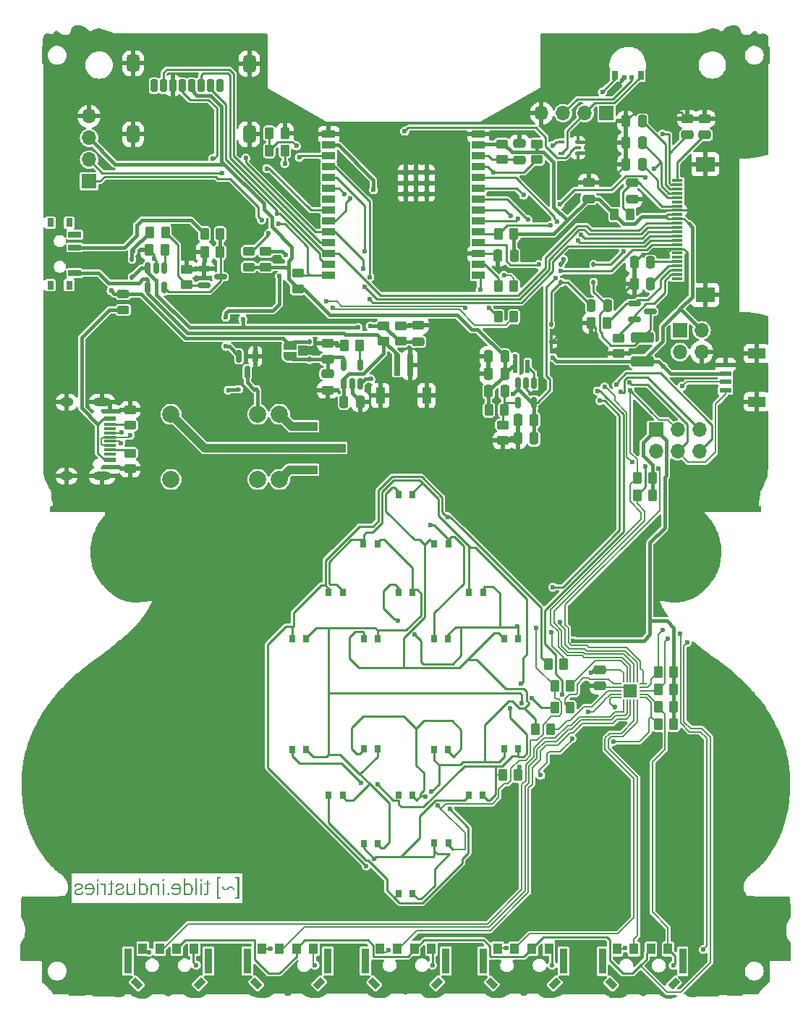
<source format=gbr>
%TF.GenerationSoftware,KiCad,Pcbnew,7.99.0-3954-g9b2cde9571*%
%TF.CreationDate,2023-12-17T19:52:25+01:00*%
%TF.ProjectId,hh2024,68683230-3234-42e6-9b69-6361645f7063,1.4*%
%TF.SameCoordinates,Original*%
%TF.FileFunction,Copper,L2,Bot*%
%TF.FilePolarity,Positive*%
%FSLAX46Y46*%
G04 Gerber Fmt 4.6, Leading zero omitted, Abs format (unit mm)*
G04 Created by KiCad (PCBNEW 7.99.0-3954-g9b2cde9571) date 2023-12-17 19:52:25*
%MOMM*%
%LPD*%
G01*
G04 APERTURE LIST*
G04 Aperture macros list*
%AMRoundRect*
0 Rectangle with rounded corners*
0 $1 Rounding radius*
0 $2 $3 $4 $5 $6 $7 $8 $9 X,Y pos of 4 corners*
0 Add a 4 corners polygon primitive as box body*
4,1,4,$2,$3,$4,$5,$6,$7,$8,$9,$2,$3,0*
0 Add four circle primitives for the rounded corners*
1,1,$1+$1,$2,$3*
1,1,$1+$1,$4,$5*
1,1,$1+$1,$6,$7*
1,1,$1+$1,$8,$9*
0 Add four rect primitives between the rounded corners*
20,1,$1+$1,$2,$3,$4,$5,0*
20,1,$1+$1,$4,$5,$6,$7,0*
20,1,$1+$1,$6,$7,$8,$9,0*
20,1,$1+$1,$8,$9,$2,$3,0*%
%AMRotRect*
0 Rectangle, with rotation*
0 The origin of the aperture is its center*
0 $1 length*
0 $2 width*
0 $3 Rotation angle, in degrees counterclockwise*
0 Add horizontal line*
21,1,$1,$2,0,0,$3*%
%AMFreePoly0*
4,1,19,0.500000,-0.750000,0.000000,-0.750000,0.000000,-0.744911,-0.071157,-0.744911,-0.207708,-0.704816,-0.327430,-0.627875,-0.420627,-0.520320,-0.479746,-0.390866,-0.500000,-0.250000,-0.500000,0.250000,-0.479746,0.390866,-0.420627,0.520320,-0.327430,0.627875,-0.207708,0.704816,-0.071157,0.744911,0.000000,0.744911,0.000000,0.750000,0.500000,0.750000,0.500000,-0.750000,0.500000,-0.750000,
$1*%
%AMFreePoly1*
4,1,19,0.000000,0.744911,0.071157,0.744911,0.207708,0.704816,0.327430,0.627875,0.420627,0.520320,0.479746,0.390866,0.500000,0.250000,0.500000,-0.250000,0.479746,-0.390866,0.420627,-0.520320,0.327430,-0.627875,0.207708,-0.704816,0.071157,-0.744911,0.000000,-0.744911,0.000000,-0.750000,-0.500000,-0.750000,-0.500000,0.750000,0.000000,0.750000,0.000000,0.744911,0.000000,0.744911,
$1*%
G04 Aperture macros list end*
%ADD10C,0.300000*%
%TA.AperFunction,NonConductor*%
%ADD11C,0.300000*%
%TD*%
%TA.AperFunction,ComponentPad*%
%ADD12R,1.700000X1.700000*%
%TD*%
%TA.AperFunction,ComponentPad*%
%ADD13O,1.700000X1.700000*%
%TD*%
%TA.AperFunction,SMDPad,CuDef*%
%ADD14R,0.770000X0.950000*%
%TD*%
%TA.AperFunction,SMDPad,CuDef*%
%ADD15RoundRect,0.250000X0.262500X0.450000X-0.262500X0.450000X-0.262500X-0.450000X0.262500X-0.450000X0*%
%TD*%
%TA.AperFunction,SMDPad,CuDef*%
%ADD16R,0.900000X3.000000*%
%TD*%
%TA.AperFunction,SMDPad,CuDef*%
%ADD17RotRect,1.200000X0.800000X315.000000*%
%TD*%
%TA.AperFunction,SMDPad,CuDef*%
%ADD18RotRect,1.200000X0.800000X45.000000*%
%TD*%
%TA.AperFunction,SMDPad,CuDef*%
%ADD19R,1.000000X1.300000*%
%TD*%
%TA.AperFunction,SMDPad,CuDef*%
%ADD20RoundRect,0.112500X0.112500X-0.187500X0.112500X0.187500X-0.112500X0.187500X-0.112500X-0.187500X0*%
%TD*%
%TA.AperFunction,SMDPad,CuDef*%
%ADD21RoundRect,0.250000X-0.262500X-0.450000X0.262500X-0.450000X0.262500X0.450000X-0.262500X0.450000X0*%
%TD*%
%TA.AperFunction,SMDPad,CuDef*%
%ADD22RoundRect,0.250000X-0.475000X0.250000X-0.475000X-0.250000X0.475000X-0.250000X0.475000X0.250000X0*%
%TD*%
%TA.AperFunction,SMDPad,CuDef*%
%ADD23RoundRect,0.250000X-0.250000X-0.475000X0.250000X-0.475000X0.250000X0.475000X-0.250000X0.475000X0*%
%TD*%
%TA.AperFunction,SMDPad,CuDef*%
%ADD24RoundRect,0.250000X-0.450000X0.262500X-0.450000X-0.262500X0.450000X-0.262500X0.450000X0.262500X0*%
%TD*%
%TA.AperFunction,SMDPad,CuDef*%
%ADD25R,1.348740X0.599440*%
%TD*%
%TA.AperFunction,SMDPad,CuDef*%
%ADD26R,1.998980X1.198880*%
%TD*%
%TA.AperFunction,SMDPad,CuDef*%
%ADD27R,1.500000X0.900000*%
%TD*%
%TA.AperFunction,SMDPad,CuDef*%
%ADD28R,0.800000X0.800000*%
%TD*%
%TA.AperFunction,SMDPad,CuDef*%
%ADD29RoundRect,0.150000X-0.587500X-0.150000X0.587500X-0.150000X0.587500X0.150000X-0.587500X0.150000X0*%
%TD*%
%TA.AperFunction,SMDPad,CuDef*%
%ADD30RoundRect,0.150000X-0.150000X0.587500X-0.150000X-0.587500X0.150000X-0.587500X0.150000X0.587500X0*%
%TD*%
%TA.AperFunction,SMDPad,CuDef*%
%ADD31R,0.700000X2.500000*%
%TD*%
%TA.AperFunction,SMDPad,CuDef*%
%ADD32R,1.100000X1.900000*%
%TD*%
%TA.AperFunction,SMDPad,CuDef*%
%ADD33RoundRect,0.250000X0.450000X-0.262500X0.450000X0.262500X-0.450000X0.262500X-0.450000X-0.262500X0*%
%TD*%
%TA.AperFunction,SMDPad,CuDef*%
%ADD34RoundRect,0.250000X0.475000X-0.250000X0.475000X0.250000X-0.475000X0.250000X-0.475000X-0.250000X0*%
%TD*%
%TA.AperFunction,SMDPad,CuDef*%
%ADD35R,0.650000X0.400000*%
%TD*%
%TA.AperFunction,SMDPad,CuDef*%
%ADD36RoundRect,0.250000X0.250000X0.475000X-0.250000X0.475000X-0.250000X-0.475000X0.250000X-0.475000X0*%
%TD*%
%TA.AperFunction,SMDPad,CuDef*%
%ADD37RoundRect,0.150000X-0.150000X0.512500X-0.150000X-0.512500X0.150000X-0.512500X0.150000X0.512500X0*%
%TD*%
%TA.AperFunction,ComponentPad*%
%ADD38C,2.000000*%
%TD*%
%TA.AperFunction,SMDPad,CuDef*%
%ADD39R,2.510000X1.000000*%
%TD*%
%TA.AperFunction,SMDPad,CuDef*%
%ADD40RoundRect,0.112500X-0.112500X0.187500X-0.112500X-0.187500X0.112500X-0.187500X0.112500X0.187500X0*%
%TD*%
%TA.AperFunction,SMDPad,CuDef*%
%ADD41R,1.450000X0.600000*%
%TD*%
%TA.AperFunction,SMDPad,CuDef*%
%ADD42R,1.450000X0.300000*%
%TD*%
%TA.AperFunction,ComponentPad*%
%ADD43O,1.600000X1.000000*%
%TD*%
%TA.AperFunction,ComponentPad*%
%ADD44O,2.100000X1.000000*%
%TD*%
%TA.AperFunction,SMDPad,CuDef*%
%ADD45RoundRect,0.137500X-0.137500X-0.662500X0.137500X-0.662500X0.137500X0.662500X-0.137500X0.662500X0*%
%TD*%
%TA.AperFunction,SMDPad,CuDef*%
%ADD46R,1.300000X0.300000*%
%TD*%
%TA.AperFunction,SMDPad,CuDef*%
%ADD47R,2.200000X1.800000*%
%TD*%
%TA.AperFunction,SMDPad,CuDef*%
%ADD48RoundRect,0.150000X0.150000X-0.512500X0.150000X0.512500X-0.150000X0.512500X-0.150000X-0.512500X0*%
%TD*%
%TA.AperFunction,SMDPad,CuDef*%
%ADD49R,0.700000X1.000000*%
%TD*%
%TA.AperFunction,SMDPad,CuDef*%
%ADD50R,0.500000X0.500000*%
%TD*%
%TA.AperFunction,SMDPad,CuDef*%
%ADD51FreePoly0,270.000000*%
%TD*%
%TA.AperFunction,SMDPad,CuDef*%
%ADD52FreePoly1,270.000000*%
%TD*%
%TA.AperFunction,SMDPad,CuDef*%
%ADD53RoundRect,0.250000X1.075000X-0.375000X1.075000X0.375000X-1.075000X0.375000X-1.075000X-0.375000X0*%
%TD*%
%TA.AperFunction,SMDPad,CuDef*%
%ADD54RoundRect,0.112500X-0.187500X-0.112500X0.187500X-0.112500X0.187500X0.112500X-0.187500X0.112500X0*%
%TD*%
%TA.AperFunction,SMDPad,CuDef*%
%ADD55R,0.800000X1.000000*%
%TD*%
%TA.AperFunction,SMDPad,CuDef*%
%ADD56R,1.500000X0.700000*%
%TD*%
%TA.AperFunction,SMDPad,CuDef*%
%ADD57RoundRect,0.200000X0.200000X0.550000X-0.200000X0.550000X-0.200000X-0.550000X0.200000X-0.550000X0*%
%TD*%
%TA.AperFunction,SMDPad,CuDef*%
%ADD58RoundRect,0.375000X0.375000X0.625000X-0.375000X0.625000X-0.375000X-0.625000X0.375000X-0.625000X0*%
%TD*%
%TA.AperFunction,SMDPad,CuDef*%
%ADD59RoundRect,0.243750X-0.456250X0.243750X-0.456250X-0.243750X0.456250X-0.243750X0.456250X0.243750X0*%
%TD*%
%TA.AperFunction,SMDPad,CuDef*%
%ADD60RoundRect,0.050000X0.375000X0.050000X-0.375000X0.050000X-0.375000X-0.050000X0.375000X-0.050000X0*%
%TD*%
%TA.AperFunction,SMDPad,CuDef*%
%ADD61RoundRect,0.050000X0.050000X0.375000X-0.050000X0.375000X-0.050000X-0.375000X0.050000X-0.375000X0*%
%TD*%
%TA.AperFunction,SMDPad,CuDef*%
%ADD62R,1.650000X1.650000*%
%TD*%
%TA.AperFunction,ViaPad*%
%ADD63C,0.600000*%
%TD*%
%TA.AperFunction,Conductor*%
%ADD64C,0.200000*%
%TD*%
%TA.AperFunction,Conductor*%
%ADD65C,0.250000*%
%TD*%
%TA.AperFunction,Conductor*%
%ADD66C,0.400000*%
%TD*%
%TA.AperFunction,Conductor*%
%ADD67C,1.000000*%
%TD*%
G04 APERTURE END LIST*
D10*
D11*
G36*
X82362086Y-149166191D02*
G01*
X82621912Y-149166191D01*
X82621912Y-151333602D01*
X82362086Y-151333602D01*
X82362086Y-151487914D01*
X82798646Y-151487914D01*
X82798646Y-149011878D01*
X82362086Y-149011878D01*
X82362086Y-149166191D01*
G37*
G36*
X80818080Y-150109652D02*
G01*
X80818499Y-150134239D01*
X80819757Y-150158211D01*
X80821852Y-150181569D01*
X80824785Y-150204311D01*
X80828556Y-150226439D01*
X80833165Y-150247952D01*
X80838613Y-150268850D01*
X80844898Y-150289134D01*
X80852022Y-150308802D01*
X80859983Y-150327856D01*
X80868783Y-150346295D01*
X80878421Y-150364119D01*
X80888896Y-150381329D01*
X80900210Y-150397923D01*
X80912362Y-150413903D01*
X80925352Y-150429268D01*
X80938989Y-150443855D01*
X80953083Y-150457501D01*
X80967634Y-150470206D01*
X80982642Y-150481970D01*
X80998107Y-150492792D01*
X81014028Y-150502674D01*
X81030406Y-150511614D01*
X81047241Y-150519614D01*
X81064533Y-150526672D01*
X81082282Y-150532789D01*
X81100487Y-150537965D01*
X81119149Y-150542200D01*
X81138269Y-150545494D01*
X81157844Y-150547847D01*
X81177877Y-150549258D01*
X81198367Y-150549729D01*
X81221145Y-150549200D01*
X81243539Y-150547613D01*
X81265549Y-150544968D01*
X81287173Y-150541266D01*
X81308413Y-150536505D01*
X81329269Y-150530687D01*
X81349739Y-150523811D01*
X81369825Y-150515877D01*
X81390234Y-150506431D01*
X81406217Y-150498058D01*
X81422779Y-150488580D01*
X81439921Y-150477996D01*
X81457643Y-150466308D01*
X81475944Y-150453514D01*
X81494825Y-150439615D01*
X81514285Y-150424611D01*
X81534325Y-150408502D01*
X81548007Y-150397149D01*
X81561946Y-150385304D01*
X81575780Y-150373501D01*
X81595647Y-150356872D01*
X81614456Y-150341533D01*
X81632206Y-150327485D01*
X81648897Y-150314727D01*
X81664529Y-150303260D01*
X81679103Y-150293084D01*
X81696888Y-150281523D01*
X81712790Y-150272256D01*
X81726810Y-150265284D01*
X81743194Y-150258444D01*
X81759921Y-150252764D01*
X81776991Y-150248243D01*
X81794405Y-150244882D01*
X81812162Y-150242679D01*
X81830262Y-150241636D01*
X81837599Y-150241543D01*
X81856569Y-150242127D01*
X81874735Y-150243877D01*
X81892097Y-150246794D01*
X81913996Y-150252499D01*
X81934467Y-150260279D01*
X81953509Y-150270133D01*
X81971122Y-150282061D01*
X81987306Y-150296065D01*
X81998506Y-150307928D01*
X82011901Y-150325610D01*
X82023510Y-150345682D01*
X82031045Y-150362305D01*
X82037575Y-150380273D01*
X82043101Y-150399585D01*
X82047622Y-150420242D01*
X82051138Y-150442243D01*
X82053650Y-150465590D01*
X82055157Y-150490281D01*
X82055659Y-150516316D01*
X82217445Y-150517635D01*
X82217040Y-150493004D01*
X82215824Y-150469007D01*
X82213798Y-150445646D01*
X82210961Y-150422921D01*
X82207313Y-150400831D01*
X82202855Y-150379376D01*
X82197586Y-150358557D01*
X82191507Y-150338373D01*
X82184617Y-150318825D01*
X82176916Y-150299912D01*
X82168405Y-150281634D01*
X82159084Y-150263992D01*
X82148951Y-150246985D01*
X82138008Y-150230614D01*
X82126255Y-150214878D01*
X82113691Y-150199778D01*
X82100454Y-150185404D01*
X82086681Y-150171957D01*
X82072372Y-150159437D01*
X82057527Y-150147845D01*
X82042147Y-150137181D01*
X82026231Y-150127444D01*
X82009779Y-150118634D01*
X81992791Y-150110751D01*
X81975267Y-150103796D01*
X81957208Y-150097768D01*
X81938612Y-150092668D01*
X81919481Y-150088494D01*
X81899814Y-150085249D01*
X81879612Y-150082930D01*
X81858873Y-150081539D01*
X81837599Y-150081076D01*
X81819965Y-150081412D01*
X81796729Y-150082906D01*
X81773810Y-150085595D01*
X81751206Y-150089480D01*
X81728919Y-150094560D01*
X81706947Y-150100835D01*
X81685292Y-150108305D01*
X81663952Y-150116971D01*
X81658667Y-150119324D01*
X81642491Y-150127037D01*
X81625781Y-150135831D01*
X81608539Y-150145707D01*
X81590763Y-150156666D01*
X81572454Y-150168706D01*
X81553612Y-150181828D01*
X81534237Y-150196032D01*
X81514328Y-150211318D01*
X81493886Y-150227686D01*
X81479962Y-150239199D01*
X81465801Y-150251193D01*
X81458632Y-150257370D01*
X81443516Y-150270907D01*
X81428833Y-150283656D01*
X81414582Y-150295616D01*
X81400765Y-150306788D01*
X81383014Y-150320458D01*
X81366033Y-150332727D01*
X81349822Y-150343594D01*
X81334379Y-150353060D01*
X81319706Y-150361124D01*
X81301674Y-150369610D01*
X81283299Y-150376658D01*
X81264580Y-150382267D01*
X81245518Y-150386438D01*
X81226112Y-150389171D01*
X81206362Y-150390465D01*
X81198367Y-150390580D01*
X81179531Y-150389958D01*
X81161437Y-150388092D01*
X81144085Y-150384981D01*
X81122103Y-150378898D01*
X81101440Y-150370604D01*
X81082096Y-150360097D01*
X81064071Y-150347378D01*
X81047365Y-150332448D01*
X81035701Y-150319799D01*
X81024858Y-150305849D01*
X81015083Y-150290710D01*
X81006373Y-150274381D01*
X80998730Y-150256862D01*
X80992154Y-150238152D01*
X80986644Y-150218253D01*
X80982200Y-150197163D01*
X80978823Y-150174883D01*
X80976512Y-150151413D01*
X80975268Y-150126753D01*
X80975031Y-150109652D01*
X80818080Y-150109652D01*
G37*
G36*
X80671681Y-149011878D02*
G01*
X80234242Y-149011878D01*
X80234242Y-151487914D01*
X80671681Y-151487914D01*
X80671681Y-151333602D01*
X80410976Y-151333602D01*
X80410976Y-149166191D01*
X80671681Y-149166191D01*
X80671681Y-149011878D01*
G37*
G36*
X79005457Y-149377656D02*
G01*
X79005457Y-149715297D01*
X78728485Y-149715297D01*
X78728485Y-149864774D01*
X79005457Y-149864774D01*
X79005457Y-150755039D01*
X79005136Y-150774890D01*
X79004174Y-150793720D01*
X79002570Y-150811531D01*
X78999434Y-150833691D01*
X78995158Y-150854038D01*
X78989742Y-150872572D01*
X78983185Y-150889292D01*
X78973385Y-150907641D01*
X78968967Y-150914188D01*
X78956213Y-150928626D01*
X78941034Y-150940618D01*
X78923429Y-150950162D01*
X78903399Y-150957259D01*
X78885628Y-150961174D01*
X78866305Y-150963523D01*
X78845429Y-150964307D01*
X78826582Y-150963612D01*
X78805840Y-150961912D01*
X78785320Y-150959716D01*
X78766787Y-150957449D01*
X78746371Y-150954729D01*
X78724073Y-150951555D01*
X78712219Y-150949799D01*
X78704745Y-151096637D01*
X78722736Y-151102614D01*
X78741757Y-151107793D01*
X78761808Y-151112176D01*
X78782890Y-151115762D01*
X78805003Y-151118550D01*
X78828145Y-151120543D01*
X78846179Y-151121514D01*
X78864792Y-151122037D01*
X78877522Y-151122136D01*
X78897079Y-151121769D01*
X78915963Y-151120666D01*
X78934174Y-151118829D01*
X78951711Y-151116256D01*
X78976755Y-151111019D01*
X79000284Y-151104128D01*
X79022298Y-151095584D01*
X79042798Y-151085385D01*
X79061783Y-151073533D01*
X79079254Y-151060027D01*
X79095210Y-151044867D01*
X79109651Y-151028054D01*
X79122614Y-151009668D01*
X79134303Y-150989790D01*
X79144716Y-150968421D01*
X79153855Y-150945560D01*
X79161718Y-150921208D01*
X79166252Y-150904145D01*
X79170219Y-150886418D01*
X79173619Y-150868029D01*
X79176453Y-150848977D01*
X79178720Y-150829262D01*
X79180420Y-150808884D01*
X79181553Y-150787843D01*
X79182120Y-150766140D01*
X79182191Y-150755039D01*
X79182191Y-149864774D01*
X79427948Y-149864774D01*
X79427948Y-149715297D01*
X79182191Y-149715297D01*
X79182191Y-149377656D01*
X79005457Y-149377656D01*
G37*
G36*
X78260711Y-151094000D02*
G01*
X78437445Y-151094000D01*
X78437445Y-149715297D01*
X78260711Y-149715297D01*
X78260711Y-151094000D01*
G37*
G36*
X78463384Y-149349080D02*
G01*
X78461890Y-149328830D01*
X78457409Y-149310010D01*
X78449941Y-149292622D01*
X78439486Y-149276663D01*
X78432170Y-149268187D01*
X78417462Y-149255167D01*
X78400650Y-149245346D01*
X78381734Y-149238722D01*
X78363847Y-149235590D01*
X78347759Y-149234774D01*
X78328568Y-149235949D01*
X78310892Y-149239473D01*
X78292184Y-149246553D01*
X78275537Y-149256832D01*
X78262909Y-149268187D01*
X78250576Y-149283327D01*
X78241271Y-149299899D01*
X78234996Y-149317901D01*
X78231750Y-149337333D01*
X78231256Y-149349080D01*
X78232791Y-149369309D01*
X78237399Y-149388065D01*
X78245077Y-149405349D01*
X78255827Y-149421160D01*
X78263349Y-149429533D01*
X78278229Y-149442210D01*
X78295170Y-149451773D01*
X78314172Y-149458222D01*
X78332101Y-149461272D01*
X78348199Y-149462066D01*
X78367225Y-149460923D01*
X78384737Y-149457492D01*
X78403253Y-149450597D01*
X78419707Y-149440590D01*
X78432170Y-149429533D01*
X78444332Y-149414564D01*
X78453508Y-149398122D01*
X78459696Y-149380207D01*
X78462896Y-149360819D01*
X78463384Y-149349080D01*
G37*
G36*
X77696217Y-151094000D02*
G01*
X77872951Y-151094000D01*
X77872951Y-149152562D01*
X77696217Y-149152562D01*
X77696217Y-151094000D01*
G37*
G36*
X76455122Y-149895109D02*
G01*
X76470849Y-149873335D01*
X76487806Y-149852966D01*
X76505992Y-149834001D01*
X76525409Y-149816441D01*
X76546054Y-149800287D01*
X76567930Y-149785536D01*
X76591035Y-149772191D01*
X76615369Y-149760250D01*
X76640934Y-149749715D01*
X76667727Y-149740583D01*
X76695751Y-149732857D01*
X76725004Y-149726536D01*
X76755487Y-149721619D01*
X76787199Y-149718107D01*
X76820141Y-149716000D01*
X76854312Y-149715297D01*
X76884577Y-149716034D01*
X76914041Y-149718244D01*
X76942705Y-149721928D01*
X76970569Y-149727085D01*
X76997632Y-149733716D01*
X77023895Y-149741820D01*
X77049358Y-149751398D01*
X77074021Y-149762449D01*
X77097883Y-149774973D01*
X77120945Y-149788971D01*
X77143207Y-149804442D01*
X77164668Y-149821387D01*
X77185330Y-149839806D01*
X77205191Y-149859698D01*
X77224251Y-149881063D01*
X77242512Y-149903902D01*
X77251275Y-149915785D01*
X77267968Y-149940292D01*
X77283547Y-149965784D01*
X77298014Y-149992262D01*
X77311368Y-150019725D01*
X77323609Y-150048174D01*
X77334738Y-150077610D01*
X77344753Y-150108030D01*
X77353656Y-150139437D01*
X77361446Y-150171829D01*
X77368123Y-150205207D01*
X77373687Y-150239571D01*
X77376051Y-150257123D01*
X77378138Y-150274921D01*
X77379946Y-150292965D01*
X77381477Y-150311256D01*
X77382728Y-150329793D01*
X77383702Y-150348577D01*
X77384398Y-150367607D01*
X77384815Y-150386884D01*
X77384954Y-150406407D01*
X77384954Y-150423553D01*
X77384812Y-150443402D01*
X77384387Y-150462997D01*
X77383679Y-150482337D01*
X77382687Y-150501424D01*
X77381412Y-150520256D01*
X77379854Y-150538834D01*
X77378012Y-150557158D01*
X77375887Y-150575228D01*
X77373478Y-150593043D01*
X77370786Y-150610605D01*
X77364552Y-150644965D01*
X77357185Y-150678309D01*
X77348684Y-150710636D01*
X77339050Y-150741946D01*
X77328282Y-150772240D01*
X77316381Y-150801517D01*
X77303346Y-150829778D01*
X77289179Y-150857021D01*
X77273877Y-150883248D01*
X77257442Y-150908459D01*
X77239874Y-150932653D01*
X77221375Y-150955598D01*
X77202148Y-150977063D01*
X77182192Y-150997047D01*
X77161509Y-151015552D01*
X77140097Y-151032576D01*
X77117957Y-151048119D01*
X77095089Y-151062182D01*
X77071493Y-151074765D01*
X77047169Y-151085868D01*
X77022116Y-151095490D01*
X76996336Y-151103632D01*
X76969827Y-151110294D01*
X76942590Y-151115475D01*
X76914625Y-151119176D01*
X76885932Y-151121396D01*
X76856510Y-151122136D01*
X76821750Y-151121449D01*
X76788250Y-151119389D01*
X76756010Y-151115954D01*
X76725031Y-151111145D01*
X76695313Y-151104963D01*
X76666855Y-151097407D01*
X76639658Y-151088477D01*
X76613721Y-151078173D01*
X76589044Y-151066495D01*
X76565629Y-151053443D01*
X76543473Y-151039017D01*
X76522578Y-151023218D01*
X76502944Y-151006045D01*
X76484570Y-150987497D01*
X76467457Y-150967576D01*
X76451605Y-150946281D01*
X76446329Y-151094000D01*
X76280146Y-151094000D01*
X76280146Y-150737014D01*
X76455122Y-150737014D01*
X76469463Y-150764644D01*
X76485010Y-150790492D01*
X76501763Y-150814557D01*
X76519721Y-150836839D01*
X76538885Y-150857339D01*
X76559254Y-150876056D01*
X76580829Y-150892991D01*
X76603609Y-150908143D01*
X76627595Y-150921512D01*
X76652787Y-150933099D01*
X76679184Y-150942903D01*
X76706786Y-150950925D01*
X76735595Y-150957164D01*
X76765608Y-150961621D01*
X76796828Y-150964295D01*
X76829253Y-150965186D01*
X76851362Y-150964633D01*
X76872846Y-150962974D01*
X76893704Y-150960209D01*
X76913938Y-150956338D01*
X76933546Y-150951361D01*
X76952530Y-150945279D01*
X76970888Y-150938090D01*
X76988621Y-150929795D01*
X77005729Y-150920394D01*
X77022212Y-150909888D01*
X77038070Y-150898275D01*
X77053303Y-150885557D01*
X77067911Y-150871732D01*
X77081893Y-150856802D01*
X77095250Y-150840765D01*
X77107983Y-150823623D01*
X77120014Y-150805453D01*
X77131270Y-150786446D01*
X77141749Y-150766600D01*
X77151452Y-150745917D01*
X77160379Y-150724395D01*
X77168529Y-150702036D01*
X77175903Y-150678838D01*
X77182501Y-150654802D01*
X77188323Y-150629928D01*
X77193369Y-150604216D01*
X77197638Y-150577666D01*
X77201131Y-150550278D01*
X77203848Y-150522052D01*
X77205788Y-150492988D01*
X77206953Y-150463086D01*
X77207341Y-150432346D01*
X77206949Y-150397992D01*
X77205775Y-150364724D01*
X77203817Y-150332541D01*
X77201076Y-150301444D01*
X77197552Y-150271432D01*
X77193245Y-150242505D01*
X77188155Y-150214663D01*
X77182281Y-150187907D01*
X77175625Y-150162237D01*
X77168186Y-150137651D01*
X77159963Y-150114151D01*
X77150957Y-150091737D01*
X77141168Y-150070407D01*
X77130597Y-150050164D01*
X77119242Y-150031005D01*
X77107103Y-150012932D01*
X77094211Y-149995896D01*
X77080705Y-149979959D01*
X77066583Y-149965121D01*
X77051847Y-149951383D01*
X77036495Y-149938743D01*
X77020529Y-149927203D01*
X77003948Y-149916761D01*
X76986753Y-149907419D01*
X76968942Y-149899176D01*
X76950517Y-149892032D01*
X76931477Y-149885987D01*
X76911822Y-149881041D01*
X76891552Y-149877194D01*
X76870668Y-149874446D01*
X76849169Y-149872797D01*
X76827055Y-149872248D01*
X76794947Y-149873217D01*
X76764022Y-149876122D01*
X76734277Y-149880965D01*
X76705715Y-149887745D01*
X76678334Y-149896462D01*
X76652134Y-149907117D01*
X76627116Y-149919708D01*
X76603279Y-149934237D01*
X76580624Y-149950703D01*
X76559151Y-149969105D01*
X76538859Y-149989446D01*
X76519748Y-150011723D01*
X76501819Y-150035937D01*
X76485072Y-150062089D01*
X76469506Y-150090177D01*
X76455122Y-150120203D01*
X76455122Y-150737014D01*
X76280146Y-150737014D01*
X76280146Y-149152562D01*
X76455122Y-149152562D01*
X76455122Y-149895109D01*
G37*
G36*
X75441009Y-149715650D02*
G01*
X75460745Y-149716706D01*
X75480302Y-149718466D01*
X75499680Y-149720930D01*
X75518880Y-149724099D01*
X75537901Y-149727971D01*
X75556744Y-149732548D01*
X75575408Y-149737829D01*
X75593893Y-149743814D01*
X75612200Y-149750503D01*
X75630328Y-149757896D01*
X75648278Y-149765993D01*
X75666049Y-149774794D01*
X75683641Y-149784300D01*
X75701055Y-149794509D01*
X75718290Y-149805423D01*
X75735145Y-149816950D01*
X75751530Y-149828999D01*
X75767445Y-149841570D01*
X75782889Y-149854662D01*
X75797862Y-149868277D01*
X75812365Y-149882415D01*
X75826398Y-149897074D01*
X75839959Y-149912255D01*
X75853051Y-149927958D01*
X75865671Y-149944184D01*
X75877821Y-149960931D01*
X75889501Y-149978200D01*
X75900710Y-149995992D01*
X75911448Y-150014306D01*
X75921716Y-150033141D01*
X75931514Y-150052499D01*
X75940724Y-150072212D01*
X75949340Y-150092224D01*
X75957361Y-150112535D01*
X75964789Y-150133145D01*
X75971622Y-150154054D01*
X75977861Y-150175261D01*
X75983506Y-150196767D01*
X75988557Y-150218572D01*
X75993013Y-150240676D01*
X75996875Y-150263078D01*
X76000144Y-150285780D01*
X76002817Y-150308780D01*
X76004897Y-150332079D01*
X76006383Y-150355677D01*
X76007274Y-150379574D01*
X76007571Y-150403769D01*
X76007571Y-150456965D01*
X76007265Y-150480453D01*
X76006348Y-150503656D01*
X76004820Y-150526574D01*
X76002680Y-150549207D01*
X75999929Y-150571554D01*
X75996566Y-150593617D01*
X75992592Y-150615394D01*
X75988007Y-150636887D01*
X75982811Y-150658094D01*
X75977003Y-150679016D01*
X75970583Y-150699654D01*
X75963552Y-150720006D01*
X75955910Y-150740073D01*
X75947657Y-150759855D01*
X75938792Y-150779352D01*
X75929316Y-150798563D01*
X75919235Y-150817372D01*
X75908666Y-150835658D01*
X75897610Y-150853422D01*
X75886066Y-150870664D01*
X75874035Y-150887384D01*
X75861515Y-150903582D01*
X75848508Y-150919257D01*
X75835013Y-150934411D01*
X75821031Y-150949043D01*
X75806561Y-150963153D01*
X75791603Y-150976740D01*
X75776157Y-150989806D01*
X75760224Y-151002349D01*
X75743802Y-151014370D01*
X75726894Y-151025869D01*
X75709497Y-151036847D01*
X75691726Y-151047175D01*
X75673694Y-151056836D01*
X75655401Y-151065832D01*
X75636847Y-151074161D01*
X75618032Y-151081824D01*
X75598956Y-151088820D01*
X75579619Y-151095150D01*
X75560020Y-151100814D01*
X75540161Y-151105811D01*
X75520041Y-151110142D01*
X75499660Y-151113807D01*
X75479017Y-151116806D01*
X75458114Y-151119138D01*
X75436950Y-151120804D01*
X75415524Y-151121803D01*
X75393838Y-151122136D01*
X75374111Y-151121890D01*
X75354664Y-151121152D01*
X75335495Y-151119922D01*
X75316606Y-151118200D01*
X75297995Y-151115986D01*
X75279664Y-151113280D01*
X75261612Y-151110082D01*
X75243839Y-151106392D01*
X75226345Y-151102210D01*
X75209130Y-151097535D01*
X75192194Y-151092369D01*
X75159159Y-151080561D01*
X75127241Y-151066785D01*
X75096439Y-151051040D01*
X75066753Y-151033327D01*
X75038184Y-151013647D01*
X75010730Y-150991998D01*
X74997422Y-150980436D01*
X74984393Y-150968381D01*
X74971643Y-150955835D01*
X74959173Y-150942797D01*
X74946981Y-150929266D01*
X74935068Y-150915244D01*
X74923434Y-150900729D01*
X74912080Y-150885723D01*
X74901004Y-150870224D01*
X75015750Y-150784055D01*
X75025784Y-150796570D01*
X75040958Y-150814459D01*
X75056279Y-150831289D01*
X75071746Y-150847060D01*
X75087361Y-150861773D01*
X75103122Y-150875427D01*
X75119030Y-150888023D01*
X75135085Y-150899559D01*
X75151287Y-150910037D01*
X75167635Y-150919456D01*
X75184131Y-150927817D01*
X75195230Y-150932821D01*
X75212284Y-150939722D01*
X75229825Y-150945897D01*
X75247854Y-150951345D01*
X75266369Y-150956067D01*
X75285370Y-150960062D01*
X75304859Y-150963331D01*
X75324835Y-150965874D01*
X75345297Y-150967690D01*
X75366247Y-150968779D01*
X75387683Y-150969143D01*
X75411336Y-150968562D01*
X75434483Y-150966821D01*
X75457126Y-150963918D01*
X75479265Y-150959855D01*
X75500898Y-150954631D01*
X75522026Y-150948246D01*
X75542650Y-150940700D01*
X75562768Y-150931993D01*
X75582382Y-150922125D01*
X75601491Y-150911097D01*
X75620094Y-150898907D01*
X75638193Y-150885557D01*
X75655787Y-150871045D01*
X75672877Y-150855373D01*
X75689461Y-150838539D01*
X75705540Y-150820545D01*
X75720873Y-150801620D01*
X75735216Y-150782104D01*
X75748570Y-150761998D01*
X75760935Y-150741301D01*
X75772310Y-150720013D01*
X75782697Y-150698134D01*
X75792094Y-150675664D01*
X75800502Y-150652604D01*
X75807921Y-150628953D01*
X75814351Y-150604711D01*
X75819791Y-150579878D01*
X75824242Y-150554455D01*
X75827704Y-150528441D01*
X75830177Y-150501836D01*
X75831661Y-150474640D01*
X75832156Y-150446854D01*
X75832156Y-150432346D01*
X74877704Y-150432346D01*
X74877704Y-150336944D01*
X74877847Y-150319119D01*
X74878277Y-150301528D01*
X74879450Y-150278033D01*
X75053119Y-150278033D01*
X75825561Y-150278033D01*
X75822467Y-150255917D01*
X75818678Y-150234303D01*
X75814196Y-150213190D01*
X75809020Y-150192579D01*
X75803150Y-150172469D01*
X75796586Y-150152860D01*
X75789329Y-150133753D01*
X75781378Y-150115147D01*
X75772733Y-150097043D01*
X75763394Y-150079441D01*
X75753361Y-150062339D01*
X75742635Y-150045740D01*
X75731214Y-150029641D01*
X75719100Y-150014045D01*
X75706293Y-149998949D01*
X75692791Y-149984355D01*
X75678695Y-149970460D01*
X75664214Y-149957462D01*
X75649349Y-149945360D01*
X75634099Y-149934154D01*
X75618465Y-149923845D01*
X75602445Y-149914432D01*
X75586041Y-149905916D01*
X75569253Y-149898296D01*
X75552079Y-149891573D01*
X75534521Y-149885746D01*
X75516579Y-149880816D01*
X75498251Y-149876782D01*
X75479539Y-149873644D01*
X75460443Y-149871403D01*
X75440961Y-149870058D01*
X75421095Y-149869610D01*
X75401061Y-149870051D01*
X75381514Y-149871376D01*
X75362455Y-149873582D01*
X75343884Y-149876672D01*
X75325800Y-149880644D01*
X75308205Y-149885499D01*
X75291096Y-149891236D01*
X75274476Y-149897857D01*
X75258344Y-149905360D01*
X75242699Y-149913746D01*
X75227541Y-149923014D01*
X75212872Y-149933165D01*
X75198690Y-149944199D01*
X75184996Y-149956116D01*
X75171790Y-149968915D01*
X75159071Y-149982597D01*
X75146962Y-149996988D01*
X75135585Y-150011915D01*
X75124939Y-150027378D01*
X75115025Y-150043377D01*
X75105843Y-150059911D01*
X75097392Y-150076981D01*
X75089672Y-150094588D01*
X75082684Y-150112729D01*
X75076428Y-150131407D01*
X75070904Y-150150621D01*
X75066110Y-150170370D01*
X75062049Y-150190655D01*
X75058719Y-150211476D01*
X75056121Y-150232833D01*
X75054254Y-150254725D01*
X75053119Y-150277154D01*
X75053119Y-150278033D01*
X74879450Y-150278033D01*
X74879998Y-150267049D01*
X74882866Y-150233508D01*
X74886881Y-150200904D01*
X74892043Y-150169238D01*
X74898353Y-150138510D01*
X74905809Y-150108719D01*
X74914413Y-150079867D01*
X74924164Y-150051951D01*
X74935063Y-150024974D01*
X74947108Y-149998934D01*
X74960300Y-149973832D01*
X74974640Y-149949667D01*
X74990127Y-149926440D01*
X75006761Y-149904151D01*
X75024542Y-149882799D01*
X75043299Y-149862516D01*
X75062860Y-149843541D01*
X75083224Y-149825875D01*
X75104392Y-149809517D01*
X75126363Y-149794468D01*
X75149138Y-149780728D01*
X75172717Y-149768296D01*
X75197100Y-149757173D01*
X75222286Y-149747358D01*
X75248276Y-149738852D01*
X75275070Y-149731655D01*
X75302668Y-149725766D01*
X75331069Y-149721186D01*
X75360274Y-149717915D01*
X75390283Y-149715952D01*
X75421095Y-149715297D01*
X75441009Y-149715650D01*
G37*
G36*
X74638101Y-150981013D02*
G01*
X74636989Y-150963357D01*
X74632877Y-150943969D01*
X74625737Y-150925886D01*
X74615567Y-150909108D01*
X74606448Y-150897921D01*
X74591463Y-150884388D01*
X74574206Y-150874179D01*
X74557607Y-150868074D01*
X74539338Y-150864411D01*
X74519399Y-150863190D01*
X74499281Y-150864411D01*
X74480801Y-150868074D01*
X74463959Y-150874179D01*
X74446381Y-150884388D01*
X74431032Y-150897921D01*
X74418356Y-150913639D01*
X74408793Y-150930788D01*
X74402343Y-150949367D01*
X74399007Y-150969376D01*
X74398499Y-150981452D01*
X74399658Y-150999299D01*
X74403941Y-151018557D01*
X74411379Y-151036132D01*
X74421973Y-151052024D01*
X74431472Y-151062346D01*
X74446799Y-151074680D01*
X74464314Y-151083984D01*
X74481068Y-151089548D01*
X74499430Y-151092887D01*
X74519399Y-151094000D01*
X74539204Y-151092887D01*
X74557400Y-151089548D01*
X74576599Y-151082840D01*
X74593609Y-151073103D01*
X74606448Y-151062346D01*
X74618781Y-151047484D01*
X74628086Y-151030982D01*
X74634361Y-151012839D01*
X74637607Y-150993055D01*
X74638101Y-150981013D01*
G37*
G36*
X73829169Y-151094000D02*
G01*
X74005903Y-151094000D01*
X74005903Y-149715297D01*
X73829169Y-149715297D01*
X73829169Y-151094000D01*
G37*
G36*
X74031842Y-149349080D02*
G01*
X74030348Y-149328830D01*
X74025867Y-149310010D01*
X74018399Y-149292622D01*
X74007943Y-149276663D01*
X74000628Y-149268187D01*
X73985919Y-149255167D01*
X73969108Y-149245346D01*
X73950192Y-149238722D01*
X73932304Y-149235590D01*
X73916217Y-149234774D01*
X73897026Y-149235949D01*
X73879350Y-149239473D01*
X73860641Y-149246553D01*
X73843995Y-149256832D01*
X73831367Y-149268187D01*
X73819033Y-149283327D01*
X73809729Y-149299899D01*
X73803454Y-149317901D01*
X73800208Y-149337333D01*
X73799713Y-149349080D01*
X73801249Y-149369309D01*
X73805856Y-149388065D01*
X73813535Y-149405349D01*
X73824285Y-149421160D01*
X73831807Y-149429533D01*
X73846686Y-149442210D01*
X73863627Y-149451773D01*
X73882630Y-149458222D01*
X73900559Y-149461272D01*
X73916657Y-149462066D01*
X73935683Y-149460923D01*
X73953195Y-149457492D01*
X73971711Y-149450597D01*
X73988165Y-149440590D01*
X74000628Y-149429533D01*
X74012790Y-149414564D01*
X74021965Y-149398122D01*
X74028153Y-149380207D01*
X74031354Y-149360819D01*
X74031842Y-149349080D01*
G37*
G36*
X73290174Y-149715297D02*
G01*
X73285338Y-149932039D01*
X73275051Y-149916295D01*
X73263643Y-149900884D01*
X73251115Y-149885806D01*
X73237466Y-149871060D01*
X73222696Y-149856646D01*
X73206806Y-149842564D01*
X73189795Y-149828814D01*
X73171664Y-149815397D01*
X73152413Y-149802313D01*
X73132040Y-149789560D01*
X73117836Y-149781243D01*
X73095869Y-149769458D01*
X73073493Y-149758832D01*
X73050707Y-149749365D01*
X73027511Y-149741057D01*
X73003906Y-149733909D01*
X72979891Y-149727920D01*
X72955467Y-149723090D01*
X72930633Y-149719419D01*
X72905390Y-149716907D01*
X72879737Y-149715555D01*
X72862407Y-149715297D01*
X72835098Y-149715783D01*
X72808675Y-149717241D01*
X72783138Y-149719672D01*
X72758488Y-149723074D01*
X72734723Y-149727448D01*
X72711845Y-149732794D01*
X72689853Y-149739112D01*
X72668747Y-149746402D01*
X72648527Y-149754664D01*
X72629193Y-149763898D01*
X72610746Y-149774104D01*
X72593184Y-149785282D01*
X72576509Y-149797432D01*
X72560720Y-149810554D01*
X72545817Y-149824649D01*
X72531800Y-149839715D01*
X72518592Y-149855741D01*
X72506225Y-149872715D01*
X72494700Y-149890637D01*
X72484017Y-149909507D01*
X72474175Y-149929325D01*
X72465174Y-149950091D01*
X72457015Y-149971805D01*
X72449698Y-149994467D01*
X72443222Y-150018077D01*
X72437587Y-150042635D01*
X72432794Y-150068141D01*
X72428842Y-150094594D01*
X72425732Y-150121996D01*
X72423464Y-150150346D01*
X72422037Y-150179644D01*
X72421451Y-150209889D01*
X72421451Y-151094000D01*
X72596866Y-151094000D01*
X72596866Y-150209450D01*
X72597304Y-150188259D01*
X72598288Y-150167773D01*
X72599818Y-150147991D01*
X72601895Y-150128914D01*
X72604517Y-150110540D01*
X72607685Y-150092870D01*
X72613462Y-150067686D01*
X72620468Y-150044086D01*
X72628702Y-150022070D01*
X72638165Y-150001639D01*
X72648856Y-149982791D01*
X72660777Y-149965528D01*
X72669406Y-149954900D01*
X72683443Y-149940129D01*
X72699010Y-149926811D01*
X72716107Y-149914946D01*
X72734734Y-149904534D01*
X72754891Y-149895574D01*
X72776578Y-149888068D01*
X72799796Y-149882014D01*
X72824543Y-149877414D01*
X72850821Y-149874266D01*
X72869190Y-149872974D01*
X72888238Y-149872329D01*
X72898018Y-149872248D01*
X72922567Y-149872970D01*
X72946591Y-149875138D01*
X72970089Y-149878751D01*
X72993062Y-149883809D01*
X73015509Y-149890312D01*
X73037431Y-149898260D01*
X73058827Y-149907654D01*
X73079698Y-149918492D01*
X73100043Y-149930776D01*
X73119863Y-149944505D01*
X73132784Y-149954460D01*
X73151441Y-149970369D01*
X73169162Y-149987268D01*
X73185949Y-150005156D01*
X73201800Y-150024033D01*
X73216716Y-150043899D01*
X73230698Y-150064754D01*
X73243744Y-150086599D01*
X73255855Y-150109432D01*
X73267031Y-150133255D01*
X73273962Y-150149686D01*
X73280477Y-150166558D01*
X73283579Y-150175158D01*
X73283579Y-151094000D01*
X73458555Y-151094000D01*
X73458555Y-149715297D01*
X73290174Y-149715297D01*
G37*
G36*
X71204096Y-149895109D02*
G01*
X71219823Y-149873335D01*
X71236780Y-149852966D01*
X71254967Y-149834001D01*
X71274383Y-149816441D01*
X71295029Y-149800287D01*
X71316904Y-149785536D01*
X71340009Y-149772191D01*
X71364344Y-149760250D01*
X71389908Y-149749715D01*
X71416702Y-149740583D01*
X71444725Y-149732857D01*
X71473978Y-149726536D01*
X71504461Y-149721619D01*
X71536173Y-149718107D01*
X71569115Y-149716000D01*
X71603286Y-149715297D01*
X71633551Y-149716034D01*
X71663015Y-149718244D01*
X71691679Y-149721928D01*
X71719543Y-149727085D01*
X71746606Y-149733716D01*
X71772869Y-149741820D01*
X71798332Y-149751398D01*
X71822995Y-149762449D01*
X71846857Y-149774973D01*
X71869919Y-149788971D01*
X71892181Y-149804442D01*
X71913643Y-149821387D01*
X71934304Y-149839806D01*
X71954165Y-149859698D01*
X71973225Y-149881063D01*
X71991486Y-149903902D01*
X72000249Y-149915785D01*
X72016942Y-149940292D01*
X72032522Y-149965784D01*
X72046988Y-149992262D01*
X72060342Y-150019725D01*
X72072583Y-150048174D01*
X72083712Y-150077610D01*
X72093727Y-150108030D01*
X72102630Y-150139437D01*
X72110420Y-150171829D01*
X72117097Y-150205207D01*
X72122661Y-150239571D01*
X72125026Y-150257123D01*
X72127112Y-150274921D01*
X72128921Y-150292965D01*
X72130451Y-150311256D01*
X72131703Y-150329793D01*
X72132676Y-150348577D01*
X72133372Y-150367607D01*
X72133789Y-150386884D01*
X72133928Y-150406407D01*
X72133928Y-150423553D01*
X72133787Y-150443402D01*
X72133362Y-150462997D01*
X72132653Y-150482337D01*
X72131661Y-150501424D01*
X72130386Y-150520256D01*
X72128828Y-150538834D01*
X72126986Y-150557158D01*
X72124861Y-150575228D01*
X72122452Y-150593043D01*
X72119760Y-150610605D01*
X72113526Y-150644965D01*
X72106159Y-150678309D01*
X72097658Y-150710636D01*
X72088024Y-150741946D01*
X72077256Y-150772240D01*
X72065355Y-150801517D01*
X72052321Y-150829778D01*
X72038153Y-150857021D01*
X72022851Y-150883248D01*
X72006416Y-150908459D01*
X71988848Y-150932653D01*
X71970349Y-150955598D01*
X71951122Y-150977063D01*
X71931166Y-150997047D01*
X71910483Y-151015552D01*
X71889071Y-151032576D01*
X71866931Y-151048119D01*
X71844063Y-151062182D01*
X71820467Y-151074765D01*
X71796143Y-151085868D01*
X71771090Y-151095490D01*
X71745310Y-151103632D01*
X71718801Y-151110294D01*
X71691564Y-151115475D01*
X71663599Y-151119176D01*
X71634906Y-151121396D01*
X71605484Y-151122136D01*
X71570724Y-151121449D01*
X71537224Y-151119389D01*
X71504984Y-151115954D01*
X71474006Y-151111145D01*
X71444287Y-151104963D01*
X71415829Y-151097407D01*
X71388632Y-151088477D01*
X71362695Y-151078173D01*
X71338019Y-151066495D01*
X71314603Y-151053443D01*
X71292447Y-151039017D01*
X71271553Y-151023218D01*
X71251918Y-151006045D01*
X71233545Y-150987497D01*
X71216431Y-150967576D01*
X71200579Y-150946281D01*
X71195303Y-151094000D01*
X71029120Y-151094000D01*
X71029120Y-150737014D01*
X71204096Y-150737014D01*
X71218437Y-150764644D01*
X71233984Y-150790492D01*
X71250737Y-150814557D01*
X71268695Y-150836839D01*
X71287859Y-150857339D01*
X71308228Y-150876056D01*
X71329803Y-150892991D01*
X71352583Y-150908143D01*
X71376569Y-150921512D01*
X71401761Y-150933099D01*
X71428158Y-150942903D01*
X71455761Y-150950925D01*
X71484569Y-150957164D01*
X71514583Y-150961621D01*
X71545802Y-150964295D01*
X71578227Y-150965186D01*
X71600336Y-150964633D01*
X71621820Y-150962974D01*
X71642678Y-150960209D01*
X71662912Y-150956338D01*
X71682521Y-150951361D01*
X71701504Y-150945279D01*
X71719862Y-150938090D01*
X71737595Y-150929795D01*
X71754704Y-150920394D01*
X71771186Y-150909888D01*
X71787044Y-150898275D01*
X71802277Y-150885557D01*
X71816885Y-150871732D01*
X71830867Y-150856802D01*
X71844225Y-150840765D01*
X71856957Y-150823623D01*
X71868989Y-150805453D01*
X71880244Y-150786446D01*
X71890723Y-150766600D01*
X71900426Y-150745917D01*
X71909353Y-150724395D01*
X71917503Y-150702036D01*
X71924877Y-150678838D01*
X71931475Y-150654802D01*
X71937297Y-150629928D01*
X71942343Y-150604216D01*
X71946612Y-150577666D01*
X71950105Y-150550278D01*
X71952822Y-150522052D01*
X71954762Y-150492988D01*
X71955927Y-150463086D01*
X71956315Y-150432346D01*
X71955923Y-150397992D01*
X71954749Y-150364724D01*
X71952791Y-150332541D01*
X71950050Y-150301444D01*
X71946526Y-150271432D01*
X71942219Y-150242505D01*
X71937129Y-150214663D01*
X71931256Y-150187907D01*
X71924599Y-150162237D01*
X71917160Y-150137651D01*
X71908937Y-150114151D01*
X71899931Y-150091737D01*
X71890143Y-150070407D01*
X71879571Y-150050164D01*
X71868216Y-150031005D01*
X71856078Y-150012932D01*
X71843186Y-149995896D01*
X71829679Y-149979959D01*
X71815557Y-149965121D01*
X71800821Y-149951383D01*
X71785470Y-149938743D01*
X71769503Y-149927203D01*
X71752923Y-149916761D01*
X71735727Y-149907419D01*
X71717917Y-149899176D01*
X71699491Y-149892032D01*
X71680451Y-149885987D01*
X71660796Y-149881041D01*
X71640527Y-149877194D01*
X71619642Y-149874446D01*
X71598143Y-149872797D01*
X71576029Y-149872248D01*
X71543922Y-149873217D01*
X71512996Y-149876122D01*
X71483252Y-149880965D01*
X71454689Y-149887745D01*
X71427308Y-149896462D01*
X71401108Y-149907117D01*
X71376090Y-149919708D01*
X71352254Y-149934237D01*
X71329598Y-149950703D01*
X71308125Y-149969105D01*
X71287833Y-149989446D01*
X71268722Y-150011723D01*
X71250794Y-150035937D01*
X71234046Y-150062089D01*
X71218480Y-150090177D01*
X71204096Y-150120203D01*
X71204096Y-150737014D01*
X71029120Y-150737014D01*
X71029120Y-149152562D01*
X71204096Y-149152562D01*
X71204096Y-149895109D01*
G37*
G36*
X69813524Y-150954195D02*
G01*
X69828327Y-150974532D01*
X69844600Y-150993556D01*
X69862344Y-151011269D01*
X69881557Y-151027669D01*
X69902241Y-151042758D01*
X69924395Y-151056534D01*
X69948018Y-151068999D01*
X69973112Y-151080151D01*
X69999676Y-151089991D01*
X70027709Y-151098520D01*
X70057213Y-151105736D01*
X70088187Y-151111640D01*
X70120631Y-151116232D01*
X70154545Y-151119512D01*
X70189929Y-151121480D01*
X70208172Y-151121972D01*
X70226782Y-151122136D01*
X70253904Y-151121628D01*
X70280205Y-151120103D01*
X70305685Y-151117561D01*
X70330344Y-151114003D01*
X70354183Y-151109428D01*
X70377200Y-151103836D01*
X70399397Y-151097228D01*
X70420772Y-151089603D01*
X70441327Y-151080962D01*
X70461061Y-151071303D01*
X70479974Y-151060628D01*
X70498066Y-151048937D01*
X70515337Y-151036228D01*
X70531788Y-151022504D01*
X70547417Y-151007762D01*
X70562226Y-150992004D01*
X70576182Y-150975261D01*
X70589256Y-150957568D01*
X70601448Y-150938923D01*
X70612756Y-150919326D01*
X70623182Y-150898778D01*
X70632726Y-150877279D01*
X70641386Y-150854828D01*
X70649164Y-150831426D01*
X70656059Y-150807073D01*
X70662071Y-150781768D01*
X70667201Y-150755512D01*
X70671448Y-150728304D01*
X70674812Y-150700145D01*
X70677294Y-150671034D01*
X70678893Y-150640972D01*
X70679609Y-150609959D01*
X70679609Y-149715297D01*
X70504633Y-149715297D01*
X70504633Y-150592374D01*
X70504345Y-150615310D01*
X70503481Y-150637519D01*
X70502040Y-150658999D01*
X70500024Y-150679751D01*
X70497431Y-150699776D01*
X70494262Y-150719071D01*
X70490517Y-150737639D01*
X70486196Y-150755479D01*
X70481298Y-150772590D01*
X70469775Y-150804629D01*
X70455947Y-150833755D01*
X70439815Y-150859968D01*
X70421377Y-150883269D01*
X70400635Y-150903657D01*
X70377589Y-150921133D01*
X70352237Y-150935696D01*
X70324582Y-150947346D01*
X70294621Y-150956084D01*
X70262356Y-150961909D01*
X70227786Y-150964822D01*
X70209637Y-150965186D01*
X70190380Y-150964935D01*
X70171574Y-150964181D01*
X70153217Y-150962925D01*
X70135310Y-150961167D01*
X70117854Y-150958907D01*
X70084290Y-150952879D01*
X70052526Y-150944842D01*
X70022562Y-150934795D01*
X69994398Y-150922740D01*
X69968034Y-150908675D01*
X69943469Y-150892601D01*
X69920704Y-150874517D01*
X69899739Y-150854424D01*
X69880573Y-150832322D01*
X69863208Y-150808211D01*
X69847642Y-150782090D01*
X69833876Y-150753960D01*
X69821909Y-150723821D01*
X69816601Y-150707998D01*
X69816601Y-149715297D01*
X69640307Y-149715297D01*
X69640307Y-151094000D01*
X69811765Y-151094000D01*
X69813524Y-150954195D01*
G37*
G36*
X68489776Y-150745367D02*
G01*
X68490518Y-150726508D01*
X68492744Y-150708345D01*
X68496453Y-150690877D01*
X68503707Y-150668669D01*
X68513599Y-150647697D01*
X68526129Y-150627961D01*
X68537257Y-150613971D01*
X68549869Y-150600676D01*
X68563965Y-150588077D01*
X68574187Y-150580064D01*
X68590833Y-150568421D01*
X68609117Y-150557235D01*
X68629040Y-150546505D01*
X68650601Y-150536231D01*
X68673800Y-150526412D01*
X68698638Y-150517050D01*
X68716107Y-150511061D01*
X68734304Y-150505276D01*
X68753229Y-150499693D01*
X68772882Y-150494312D01*
X68793263Y-150489134D01*
X68814373Y-150484159D01*
X68836210Y-150479387D01*
X68858058Y-150474616D01*
X68879308Y-150469756D01*
X68899961Y-150464807D01*
X68920016Y-150459768D01*
X68939473Y-150454640D01*
X68958333Y-150449423D01*
X68976595Y-150444116D01*
X68994260Y-150438720D01*
X69011327Y-150433235D01*
X69035806Y-150424840D01*
X69058941Y-150416244D01*
X69080732Y-150407447D01*
X69101177Y-150398449D01*
X69114061Y-150392339D01*
X69132493Y-150382815D01*
X69150037Y-150372874D01*
X69166692Y-150362516D01*
X69182459Y-150351741D01*
X69197337Y-150340548D01*
X69211325Y-150328938D01*
X69224426Y-150316911D01*
X69240510Y-150300225D01*
X69255015Y-150282798D01*
X69264856Y-150269240D01*
X69276500Y-150250411D01*
X69286591Y-150230635D01*
X69295130Y-150209910D01*
X69302116Y-150188237D01*
X69307549Y-150165616D01*
X69310606Y-150148029D01*
X69312789Y-150129908D01*
X69314099Y-150111254D01*
X69314535Y-150092066D01*
X69314001Y-150071742D01*
X69312399Y-150051874D01*
X69309729Y-150032463D01*
X69305990Y-150013509D01*
X69301183Y-149995011D01*
X69295308Y-149976971D01*
X69288365Y-149959387D01*
X69280354Y-149942260D01*
X69271274Y-149925590D01*
X69261126Y-149909377D01*
X69249910Y-149893620D01*
X69237626Y-149878320D01*
X69224274Y-149863478D01*
X69209854Y-149849091D01*
X69194365Y-149835162D01*
X69177808Y-149821690D01*
X69160372Y-149808806D01*
X69142356Y-149796754D01*
X69123759Y-149785533D01*
X69104581Y-149775143D01*
X69084823Y-149765584D01*
X69064485Y-149756857D01*
X69043566Y-149748961D01*
X69022067Y-149741896D01*
X68999987Y-149735662D01*
X68977327Y-149730259D01*
X68954086Y-149725687D01*
X68930265Y-149721947D01*
X68905864Y-149719038D01*
X68880882Y-149716960D01*
X68855319Y-149715713D01*
X68829176Y-149715297D01*
X68800947Y-149715742D01*
X68773411Y-149717077D01*
X68746569Y-149719301D01*
X68720421Y-149722414D01*
X68694967Y-149726417D01*
X68670206Y-149731310D01*
X68646139Y-149737092D01*
X68622766Y-149743764D01*
X68600087Y-149751325D01*
X68578102Y-149759776D01*
X68556811Y-149769117D01*
X68536213Y-149779347D01*
X68516309Y-149790467D01*
X68497099Y-149802476D01*
X68478583Y-149815375D01*
X68460760Y-149829163D01*
X68443777Y-149843672D01*
X68427890Y-149858839D01*
X68413099Y-149874666D01*
X68399403Y-149891152D01*
X68386803Y-149908298D01*
X68375299Y-149926103D01*
X68364890Y-149944568D01*
X68355577Y-149963692D01*
X68347360Y-149983476D01*
X68340238Y-150003919D01*
X68334212Y-150025022D01*
X68329281Y-150046784D01*
X68325446Y-150069205D01*
X68322707Y-150092286D01*
X68321064Y-150116027D01*
X68320516Y-150140427D01*
X68497250Y-150140427D01*
X68498073Y-150117704D01*
X68500542Y-150095862D01*
X68504657Y-150074901D01*
X68510419Y-150054821D01*
X68517826Y-150035622D01*
X68526879Y-150017304D01*
X68537579Y-149999867D01*
X68549924Y-149983311D01*
X68563916Y-149967636D01*
X68579553Y-149952842D01*
X68590893Y-149943469D01*
X68608899Y-149930270D01*
X68627802Y-149918369D01*
X68647601Y-149907766D01*
X68668296Y-149898461D01*
X68689888Y-149890455D01*
X68712377Y-149883747D01*
X68735762Y-149878338D01*
X68760043Y-149874226D01*
X68785221Y-149871413D01*
X68811295Y-149869899D01*
X68829176Y-149869610D01*
X68855209Y-149870147D01*
X68880222Y-149871758D01*
X68904215Y-149874444D01*
X68927188Y-149878204D01*
X68949140Y-149883038D01*
X68970073Y-149888946D01*
X68989985Y-149895928D01*
X69008878Y-149903984D01*
X69026750Y-149913115D01*
X69043602Y-149923320D01*
X69054270Y-149930720D01*
X69069198Y-149942404D01*
X69082658Y-149954707D01*
X69094649Y-149967629D01*
X69108353Y-149985819D01*
X69119447Y-150005108D01*
X69127931Y-150025496D01*
X69133804Y-150046983D01*
X69137067Y-150069569D01*
X69137801Y-150087230D01*
X69136716Y-150109673D01*
X69133460Y-150130837D01*
X69128033Y-150150724D01*
X69120436Y-150169333D01*
X69110667Y-150186664D01*
X69098729Y-150202718D01*
X69084619Y-150217494D01*
X69068339Y-150230992D01*
X69048926Y-150243755D01*
X69031824Y-150253201D01*
X69012543Y-150262539D01*
X68991082Y-150271769D01*
X68967442Y-150280891D01*
X68950471Y-150286912D01*
X68932532Y-150292884D01*
X68913624Y-150298809D01*
X68893748Y-150304686D01*
X68872903Y-150310515D01*
X68851089Y-150316295D01*
X68828307Y-150322028D01*
X68804556Y-150327712D01*
X68780691Y-150333403D01*
X68757563Y-150339156D01*
X68735174Y-150344971D01*
X68713524Y-150350848D01*
X68692612Y-150356786D01*
X68672439Y-150362787D01*
X68653003Y-150368849D01*
X68634307Y-150374973D01*
X68616349Y-150381159D01*
X68599129Y-150387406D01*
X68582648Y-150393716D01*
X68559311Y-150403296D01*
X68537635Y-150413015D01*
X68517621Y-150422874D01*
X68511318Y-150426191D01*
X68493051Y-150436287D01*
X68475672Y-150446794D01*
X68459181Y-150457709D01*
X68443580Y-150469035D01*
X68428867Y-150480770D01*
X68415043Y-150492914D01*
X68402108Y-150505468D01*
X68390061Y-150518432D01*
X68375381Y-150536354D01*
X68362281Y-150555004D01*
X68350741Y-150574403D01*
X68340739Y-150594792D01*
X68332276Y-150616169D01*
X68325352Y-150638535D01*
X68321168Y-150655959D01*
X68317851Y-150673940D01*
X68315398Y-150692477D01*
X68313811Y-150711570D01*
X68313090Y-150731220D01*
X68313042Y-150737893D01*
X68313595Y-150759544D01*
X68315254Y-150780641D01*
X68318019Y-150801186D01*
X68321890Y-150821177D01*
X68326867Y-150840616D01*
X68332949Y-150859501D01*
X68340138Y-150877834D01*
X68348433Y-150895613D01*
X68357834Y-150912840D01*
X68368340Y-150929513D01*
X68379953Y-150945634D01*
X68392671Y-150961202D01*
X68406496Y-150976216D01*
X68421426Y-150990678D01*
X68437463Y-151004587D01*
X68454605Y-151017942D01*
X68472572Y-151030560D01*
X68491191Y-151042363D01*
X68510463Y-151053352D01*
X68530388Y-151063527D01*
X68550965Y-151072888D01*
X68572194Y-151081435D01*
X68594077Y-151089169D01*
X68616612Y-151096088D01*
X68639799Y-151102193D01*
X68663639Y-151107484D01*
X68688132Y-151111961D01*
X68713277Y-151115624D01*
X68739074Y-151118473D01*
X68765525Y-151120508D01*
X68792628Y-151121729D01*
X68820383Y-151122136D01*
X68849877Y-151121683D01*
X68878676Y-151120323D01*
X68906782Y-151118056D01*
X68934194Y-151114882D01*
X68960913Y-151110802D01*
X68986937Y-151105815D01*
X69012268Y-151099921D01*
X69036905Y-151093120D01*
X69060848Y-151085413D01*
X69084097Y-151076799D01*
X69106652Y-151067278D01*
X69128514Y-151056850D01*
X69149682Y-151045516D01*
X69170156Y-151033275D01*
X69189936Y-151020127D01*
X69209023Y-151006072D01*
X69227176Y-150991264D01*
X69244159Y-150975854D01*
X69259971Y-150959843D01*
X69274611Y-150943231D01*
X69288080Y-150926019D01*
X69300378Y-150908205D01*
X69311504Y-150889790D01*
X69321460Y-150870774D01*
X69330244Y-150851157D01*
X69337857Y-150830939D01*
X69344299Y-150810119D01*
X69349569Y-150788699D01*
X69353668Y-150766678D01*
X69356596Y-150744055D01*
X69358353Y-150720832D01*
X69358939Y-150697007D01*
X69183084Y-150697007D01*
X69180666Y-150721809D01*
X69176711Y-150745436D01*
X69171218Y-150767888D01*
X69164186Y-150789166D01*
X69155617Y-150809269D01*
X69145510Y-150828198D01*
X69133866Y-150845951D01*
X69120683Y-150862531D01*
X69105962Y-150877935D01*
X69089704Y-150892165D01*
X69078011Y-150900999D01*
X69059386Y-150913177D01*
X69039618Y-150924157D01*
X69018706Y-150933939D01*
X68996650Y-150942524D01*
X68973451Y-150949911D01*
X68949108Y-150956099D01*
X68923621Y-150961090D01*
X68905994Y-150963752D01*
X68887859Y-150965882D01*
X68869216Y-150967479D01*
X68850064Y-150968544D01*
X68830404Y-150969076D01*
X68820383Y-150969143D01*
X68801877Y-150968892D01*
X68783838Y-150968140D01*
X68766267Y-150966886D01*
X68740785Y-150964065D01*
X68716354Y-150960116D01*
X68692974Y-150955039D01*
X68670646Y-150948833D01*
X68649368Y-150941500D01*
X68629141Y-150933037D01*
X68609965Y-150923447D01*
X68591841Y-150912728D01*
X68580341Y-150904956D01*
X68564156Y-150892646D01*
X68549563Y-150879788D01*
X68536562Y-150866381D01*
X68525153Y-150852426D01*
X68512418Y-150832965D01*
X68502512Y-150812529D01*
X68495437Y-150791117D01*
X68491191Y-150768730D01*
X68489776Y-150745367D01*
G37*
G36*
X67757780Y-149377656D02*
G01*
X67757780Y-149715297D01*
X67480809Y-149715297D01*
X67480809Y-149864774D01*
X67757780Y-149864774D01*
X67757780Y-150755039D01*
X67757460Y-150774890D01*
X67756498Y-150793720D01*
X67754894Y-150811531D01*
X67751758Y-150833691D01*
X67747482Y-150854038D01*
X67742065Y-150872572D01*
X67735509Y-150889292D01*
X67725709Y-150907641D01*
X67721290Y-150914188D01*
X67708537Y-150928626D01*
X67693358Y-150940618D01*
X67675753Y-150950162D01*
X67655723Y-150957259D01*
X67637952Y-150961174D01*
X67618628Y-150963523D01*
X67597752Y-150964307D01*
X67578906Y-150963612D01*
X67558164Y-150961912D01*
X67537644Y-150959716D01*
X67519111Y-150957449D01*
X67498695Y-150954729D01*
X67476397Y-150951555D01*
X67464542Y-150949799D01*
X67457069Y-151096637D01*
X67475059Y-151102614D01*
X67494081Y-151107793D01*
X67514132Y-151112176D01*
X67535214Y-151115762D01*
X67557326Y-151118550D01*
X67580469Y-151120543D01*
X67598503Y-151121514D01*
X67617115Y-151122037D01*
X67629846Y-151122136D01*
X67649403Y-151121769D01*
X67668287Y-151120666D01*
X67686497Y-151118829D01*
X67704035Y-151116256D01*
X67729079Y-151111019D01*
X67752608Y-151104128D01*
X67774622Y-151095584D01*
X67795122Y-151085385D01*
X67814107Y-151073533D01*
X67831578Y-151060027D01*
X67847533Y-151044867D01*
X67861974Y-151028054D01*
X67874938Y-151009668D01*
X67886627Y-150989790D01*
X67897040Y-150968421D01*
X67906179Y-150945560D01*
X67914042Y-150921208D01*
X67918576Y-150904145D01*
X67922543Y-150886418D01*
X67925943Y-150868029D01*
X67928776Y-150848977D01*
X67931043Y-150829262D01*
X67932744Y-150808884D01*
X67933877Y-150787843D01*
X67934444Y-150766140D01*
X67934515Y-150755039D01*
X67934515Y-149864774D01*
X68180272Y-149864774D01*
X68180272Y-149715297D01*
X67934515Y-149715297D01*
X67934515Y-149377656D01*
X67757780Y-149377656D01*
G37*
G36*
X66561088Y-149896868D02*
G01*
X66580213Y-149893575D01*
X66598844Y-149890840D01*
X66616981Y-149888663D01*
X66634624Y-149887044D01*
X66655145Y-149885839D01*
X66674954Y-149885437D01*
X66699650Y-149886086D01*
X66723620Y-149888034D01*
X66746863Y-149891279D01*
X66769380Y-149895823D01*
X66791170Y-149901666D01*
X66812234Y-149908807D01*
X66832572Y-149917245D01*
X66852183Y-149926983D01*
X66871068Y-149938018D01*
X66889226Y-149950352D01*
X66900928Y-149959296D01*
X66917692Y-149973642D01*
X66933529Y-149989147D01*
X66948439Y-150005811D01*
X66962422Y-150023634D01*
X66975477Y-150042617D01*
X66987605Y-150062758D01*
X66998805Y-150084059D01*
X67009078Y-150106520D01*
X67018424Y-150130139D01*
X67026842Y-150154917D01*
X67031939Y-150172080D01*
X67031939Y-151094000D01*
X67206915Y-151094000D01*
X67206915Y-149715297D01*
X67034138Y-149715297D01*
X67032379Y-149906100D01*
X67019779Y-149882995D01*
X67005829Y-149861381D01*
X66990529Y-149841257D01*
X66973880Y-149822624D01*
X66955881Y-149805481D01*
X66936531Y-149789830D01*
X66915832Y-149775669D01*
X66893784Y-149762998D01*
X66870385Y-149751818D01*
X66845636Y-149742129D01*
X66819538Y-149733931D01*
X66792090Y-149727223D01*
X66763292Y-149722005D01*
X66733144Y-149718279D01*
X66701647Y-149716043D01*
X66668799Y-149715297D01*
X66648906Y-149715823D01*
X66629893Y-149717401D01*
X66611760Y-149720031D01*
X66594507Y-149723712D01*
X66574966Y-149729519D01*
X66556692Y-149736840D01*
X66561088Y-149896868D01*
G37*
G36*
X66165415Y-151094000D02*
G01*
X66342149Y-151094000D01*
X66342149Y-149715297D01*
X66165415Y-149715297D01*
X66165415Y-151094000D01*
G37*
G36*
X66368087Y-149349080D02*
G01*
X66366594Y-149328830D01*
X66362113Y-149310010D01*
X66354645Y-149292622D01*
X66344189Y-149276663D01*
X66336873Y-149268187D01*
X66322165Y-149255167D01*
X66305353Y-149245346D01*
X66286438Y-149238722D01*
X66268550Y-149235590D01*
X66252463Y-149234774D01*
X66233272Y-149235949D01*
X66215595Y-149239473D01*
X66196887Y-149246553D01*
X66180240Y-149256832D01*
X66167613Y-149268187D01*
X66155279Y-149283327D01*
X66145975Y-149299899D01*
X66139699Y-149317901D01*
X66136454Y-149337333D01*
X66135959Y-149349080D01*
X66137495Y-149369309D01*
X66142102Y-149388065D01*
X66149781Y-149405349D01*
X66160531Y-149421160D01*
X66168053Y-149429533D01*
X66182932Y-149442210D01*
X66199873Y-149451773D01*
X66218876Y-149458222D01*
X66236805Y-149461272D01*
X66252903Y-149462066D01*
X66271929Y-149460923D01*
X66289440Y-149457492D01*
X66307956Y-149450597D01*
X66324411Y-149440590D01*
X66336873Y-149429533D01*
X66349036Y-149414564D01*
X66358211Y-149398122D01*
X66364399Y-149380207D01*
X66367600Y-149360819D01*
X66368087Y-149349080D01*
G37*
G36*
X65310011Y-149715650D02*
G01*
X65329747Y-149716706D01*
X65349304Y-149718466D01*
X65368682Y-149720930D01*
X65387882Y-149724099D01*
X65406903Y-149727971D01*
X65425746Y-149732548D01*
X65444410Y-149737829D01*
X65462895Y-149743814D01*
X65481202Y-149750503D01*
X65499330Y-149757896D01*
X65517280Y-149765993D01*
X65535051Y-149774794D01*
X65552643Y-149784300D01*
X65570057Y-149794509D01*
X65587292Y-149805423D01*
X65604148Y-149816950D01*
X65620533Y-149828999D01*
X65636447Y-149841570D01*
X65651891Y-149854662D01*
X65666864Y-149868277D01*
X65681367Y-149882415D01*
X65695400Y-149897074D01*
X65708961Y-149912255D01*
X65722053Y-149927958D01*
X65734673Y-149944184D01*
X65746823Y-149960931D01*
X65758503Y-149978200D01*
X65769712Y-149995992D01*
X65780451Y-150014306D01*
X65790719Y-150033141D01*
X65800516Y-150052499D01*
X65809726Y-150072212D01*
X65818342Y-150092224D01*
X65826363Y-150112535D01*
X65833791Y-150133145D01*
X65840624Y-150154054D01*
X65846863Y-150175261D01*
X65852508Y-150196767D01*
X65857559Y-150218572D01*
X65862015Y-150240676D01*
X65865878Y-150263078D01*
X65869146Y-150285780D01*
X65871820Y-150308780D01*
X65873899Y-150332079D01*
X65875385Y-150355677D01*
X65876276Y-150379574D01*
X65876573Y-150403769D01*
X65876573Y-150456965D01*
X65876267Y-150480453D01*
X65875350Y-150503656D01*
X65873822Y-150526574D01*
X65871682Y-150549207D01*
X65868931Y-150571554D01*
X65865568Y-150593617D01*
X65861595Y-150615394D01*
X65857009Y-150636887D01*
X65851813Y-150658094D01*
X65846005Y-150679016D01*
X65839585Y-150699654D01*
X65832554Y-150720006D01*
X65824912Y-150740073D01*
X65816659Y-150759855D01*
X65807794Y-150779352D01*
X65798318Y-150798563D01*
X65788237Y-150817372D01*
X65777669Y-150835658D01*
X65766612Y-150853422D01*
X65755068Y-150870664D01*
X65743037Y-150887384D01*
X65730517Y-150903582D01*
X65717510Y-150919257D01*
X65704016Y-150934411D01*
X65690033Y-150949043D01*
X65675563Y-150963153D01*
X65660605Y-150976740D01*
X65645159Y-150989806D01*
X65629226Y-151002349D01*
X65612805Y-151014370D01*
X65595896Y-151025869D01*
X65578499Y-151036847D01*
X65560728Y-151047175D01*
X65542696Y-151056836D01*
X65524403Y-151065832D01*
X65505849Y-151074161D01*
X65487034Y-151081824D01*
X65467958Y-151088820D01*
X65448621Y-151095150D01*
X65429023Y-151100814D01*
X65409163Y-151105811D01*
X65389043Y-151110142D01*
X65368662Y-151113807D01*
X65348019Y-151116806D01*
X65327116Y-151119138D01*
X65305952Y-151120804D01*
X65284526Y-151121803D01*
X65262840Y-151122136D01*
X65243113Y-151121890D01*
X65223666Y-151121152D01*
X65204497Y-151119922D01*
X65185608Y-151118200D01*
X65166998Y-151115986D01*
X65148666Y-151113280D01*
X65130614Y-151110082D01*
X65112841Y-151106392D01*
X65095347Y-151102210D01*
X65078132Y-151097535D01*
X65061196Y-151092369D01*
X65028161Y-151080561D01*
X64996243Y-151066785D01*
X64965441Y-151051040D01*
X64935755Y-151033327D01*
X64907186Y-151013647D01*
X64879732Y-150991998D01*
X64866424Y-150980436D01*
X64853395Y-150968381D01*
X64840646Y-150955835D01*
X64828175Y-150942797D01*
X64815983Y-150929266D01*
X64804070Y-150915244D01*
X64792437Y-150900729D01*
X64781082Y-150885723D01*
X64770006Y-150870224D01*
X64884752Y-150784055D01*
X64894786Y-150796570D01*
X64909960Y-150814459D01*
X64925281Y-150831289D01*
X64940748Y-150847060D01*
X64956363Y-150861773D01*
X64972124Y-150875427D01*
X64988032Y-150888023D01*
X65004087Y-150899559D01*
X65020289Y-150910037D01*
X65036637Y-150919456D01*
X65053133Y-150927817D01*
X65064232Y-150932821D01*
X65081286Y-150939722D01*
X65098828Y-150945897D01*
X65116856Y-150951345D01*
X65135371Y-150956067D01*
X65154373Y-150960062D01*
X65173861Y-150963331D01*
X65193837Y-150965874D01*
X65214299Y-150967690D01*
X65235249Y-150968779D01*
X65256685Y-150969143D01*
X65280338Y-150968562D01*
X65303486Y-150966821D01*
X65326129Y-150963918D01*
X65348267Y-150959855D01*
X65369900Y-150954631D01*
X65391028Y-150948246D01*
X65411652Y-150940700D01*
X65431770Y-150931993D01*
X65451384Y-150922125D01*
X65470493Y-150911097D01*
X65489097Y-150898907D01*
X65507196Y-150885557D01*
X65524790Y-150871045D01*
X65541879Y-150855373D01*
X65558463Y-150838539D01*
X65574542Y-150820545D01*
X65589875Y-150801620D01*
X65604218Y-150782104D01*
X65617572Y-150761998D01*
X65629937Y-150741301D01*
X65641312Y-150720013D01*
X65651699Y-150698134D01*
X65661096Y-150675664D01*
X65669504Y-150652604D01*
X65676923Y-150628953D01*
X65683353Y-150604711D01*
X65688793Y-150579878D01*
X65693244Y-150554455D01*
X65696707Y-150528441D01*
X65699180Y-150501836D01*
X65700663Y-150474640D01*
X65701158Y-150446854D01*
X65701158Y-150432346D01*
X64746706Y-150432346D01*
X64746706Y-150336944D01*
X64746849Y-150319119D01*
X64747279Y-150301528D01*
X64748452Y-150278033D01*
X64922121Y-150278033D01*
X65694563Y-150278033D01*
X65691469Y-150255917D01*
X65687680Y-150234303D01*
X65683198Y-150213190D01*
X65678022Y-150192579D01*
X65672152Y-150172469D01*
X65665589Y-150152860D01*
X65658331Y-150133753D01*
X65650380Y-150115147D01*
X65641735Y-150097043D01*
X65632396Y-150079441D01*
X65622363Y-150062339D01*
X65611637Y-150045740D01*
X65600217Y-150029641D01*
X65588102Y-150014045D01*
X65575295Y-149998949D01*
X65561793Y-149984355D01*
X65547697Y-149970460D01*
X65533217Y-149957462D01*
X65518351Y-149945360D01*
X65503101Y-149934154D01*
X65487467Y-149923845D01*
X65471448Y-149914432D01*
X65455044Y-149905916D01*
X65438255Y-149898296D01*
X65421082Y-149891573D01*
X65403524Y-149885746D01*
X65385581Y-149880816D01*
X65367254Y-149876782D01*
X65348541Y-149873644D01*
X65329445Y-149871403D01*
X65309963Y-149870058D01*
X65290097Y-149869610D01*
X65270063Y-149870051D01*
X65250516Y-149871376D01*
X65231457Y-149873582D01*
X65212886Y-149876672D01*
X65194802Y-149880644D01*
X65177207Y-149885499D01*
X65160099Y-149891236D01*
X65143478Y-149897857D01*
X65127346Y-149905360D01*
X65111701Y-149913746D01*
X65096544Y-149923014D01*
X65081874Y-149933165D01*
X65067692Y-149944199D01*
X65053998Y-149956116D01*
X65040792Y-149968915D01*
X65028073Y-149982597D01*
X65015965Y-149996988D01*
X65004587Y-150011915D01*
X64993941Y-150027378D01*
X64984027Y-150043377D01*
X64974845Y-150059911D01*
X64966394Y-150076981D01*
X64958674Y-150094588D01*
X64951687Y-150112729D01*
X64945430Y-150131407D01*
X64939906Y-150150621D01*
X64935113Y-150170370D01*
X64931051Y-150190655D01*
X64927721Y-150211476D01*
X64925123Y-150232833D01*
X64923256Y-150254725D01*
X64922121Y-150277154D01*
X64922121Y-150278033D01*
X64748452Y-150278033D01*
X64749000Y-150267049D01*
X64751868Y-150233508D01*
X64755883Y-150200904D01*
X64761045Y-150169238D01*
X64767355Y-150138510D01*
X64774812Y-150108719D01*
X64783415Y-150079867D01*
X64793166Y-150051951D01*
X64804065Y-150024974D01*
X64816110Y-149998934D01*
X64829303Y-149973832D01*
X64843642Y-149949667D01*
X64859129Y-149926440D01*
X64875763Y-149904151D01*
X64893545Y-149882799D01*
X64912301Y-149862516D01*
X64931862Y-149843541D01*
X64952226Y-149825875D01*
X64973394Y-149809517D01*
X64995365Y-149794468D01*
X65018140Y-149780728D01*
X65041719Y-149768296D01*
X65066102Y-149757173D01*
X65091288Y-149747358D01*
X65117279Y-149738852D01*
X65144072Y-149731655D01*
X65171670Y-149725766D01*
X65200071Y-149721186D01*
X65229276Y-149717915D01*
X65259285Y-149715952D01*
X65290097Y-149715297D01*
X65310011Y-149715650D01*
G37*
G36*
X63692456Y-150745367D02*
G01*
X63693198Y-150726508D01*
X63695423Y-150708345D01*
X63699133Y-150690877D01*
X63706387Y-150668669D01*
X63716279Y-150647697D01*
X63728808Y-150627961D01*
X63739937Y-150613971D01*
X63752549Y-150600676D01*
X63766645Y-150588077D01*
X63776866Y-150580064D01*
X63793512Y-150568421D01*
X63811797Y-150557235D01*
X63831720Y-150546505D01*
X63853281Y-150536231D01*
X63876480Y-150526412D01*
X63901318Y-150517050D01*
X63918787Y-150511061D01*
X63936983Y-150505276D01*
X63955908Y-150499693D01*
X63975562Y-150494312D01*
X63995943Y-150489134D01*
X64017052Y-150484159D01*
X64038890Y-150479387D01*
X64060738Y-150474616D01*
X64081988Y-150469756D01*
X64102641Y-150464807D01*
X64122696Y-150459768D01*
X64142153Y-150454640D01*
X64161013Y-150449423D01*
X64179275Y-150444116D01*
X64196939Y-150438720D01*
X64214006Y-150433235D01*
X64238486Y-150424840D01*
X64261621Y-150416244D01*
X64283411Y-150407447D01*
X64303857Y-150398449D01*
X64316741Y-150392339D01*
X64335173Y-150382815D01*
X64352717Y-150372874D01*
X64369372Y-150362516D01*
X64385139Y-150351741D01*
X64400016Y-150340548D01*
X64414005Y-150328938D01*
X64427105Y-150316911D01*
X64443190Y-150300225D01*
X64457695Y-150282798D01*
X64467536Y-150269240D01*
X64479180Y-150250411D01*
X64489271Y-150230635D01*
X64497809Y-150209910D01*
X64504795Y-150188237D01*
X64510229Y-150165616D01*
X64513285Y-150148029D01*
X64515469Y-150129908D01*
X64516778Y-150111254D01*
X64517215Y-150092066D01*
X64516681Y-150071742D01*
X64515079Y-150051874D01*
X64512408Y-150032463D01*
X64508670Y-150013509D01*
X64503863Y-149995011D01*
X64497988Y-149976971D01*
X64491045Y-149959387D01*
X64483033Y-149942260D01*
X64473954Y-149925590D01*
X64463806Y-149909377D01*
X64452590Y-149893620D01*
X64440306Y-149878320D01*
X64426954Y-149863478D01*
X64412533Y-149849091D01*
X64397045Y-149835162D01*
X64380488Y-149821690D01*
X64363052Y-149808806D01*
X64345035Y-149796754D01*
X64326438Y-149785533D01*
X64307261Y-149775143D01*
X64287503Y-149765584D01*
X64267165Y-149756857D01*
X64246246Y-149748961D01*
X64224747Y-149741896D01*
X64202667Y-149735662D01*
X64180007Y-149730259D01*
X64156766Y-149725687D01*
X64132945Y-149721947D01*
X64108543Y-149719038D01*
X64083561Y-149716960D01*
X64057999Y-149715713D01*
X64031856Y-149715297D01*
X64003626Y-149715742D01*
X63976091Y-149717077D01*
X63949249Y-149719301D01*
X63923101Y-149722414D01*
X63897646Y-149726417D01*
X63872886Y-149731310D01*
X63848819Y-149737092D01*
X63825446Y-149743764D01*
X63802767Y-149751325D01*
X63780782Y-149759776D01*
X63759490Y-149769117D01*
X63738893Y-149779347D01*
X63718989Y-149790467D01*
X63699779Y-149802476D01*
X63681262Y-149815375D01*
X63663440Y-149829163D01*
X63646457Y-149843672D01*
X63630570Y-149858839D01*
X63615779Y-149874666D01*
X63602083Y-149891152D01*
X63589483Y-149908298D01*
X63577978Y-149926103D01*
X63567570Y-149944568D01*
X63558257Y-149963692D01*
X63550039Y-149983476D01*
X63542917Y-150003919D01*
X63536891Y-150025022D01*
X63531961Y-150046784D01*
X63528126Y-150069205D01*
X63525387Y-150092286D01*
X63523743Y-150116027D01*
X63523196Y-150140427D01*
X63699930Y-150140427D01*
X63700753Y-150117704D01*
X63703222Y-150095862D01*
X63707337Y-150074901D01*
X63713098Y-150054821D01*
X63720506Y-150035622D01*
X63729559Y-150017304D01*
X63740258Y-149999867D01*
X63752604Y-149983311D01*
X63766595Y-149967636D01*
X63782233Y-149952842D01*
X63793572Y-149943469D01*
X63811579Y-149930270D01*
X63830481Y-149918369D01*
X63850280Y-149907766D01*
X63870976Y-149898461D01*
X63892568Y-149890455D01*
X63915057Y-149883747D01*
X63938441Y-149878338D01*
X63962723Y-149874226D01*
X63987901Y-149871413D01*
X64013975Y-149869899D01*
X64031856Y-149869610D01*
X64057889Y-149870147D01*
X64082902Y-149871758D01*
X64106895Y-149874444D01*
X64129867Y-149878204D01*
X64151820Y-149883038D01*
X64172753Y-149888946D01*
X64192665Y-149895928D01*
X64211557Y-149903984D01*
X64229430Y-149913115D01*
X64246282Y-149923320D01*
X64256950Y-149930720D01*
X64271878Y-149942404D01*
X64285337Y-149954707D01*
X64297329Y-149967629D01*
X64311033Y-149985819D01*
X64322127Y-150005108D01*
X64330611Y-150025496D01*
X64336484Y-150046983D01*
X64339747Y-150069569D01*
X64340481Y-150087230D01*
X64339396Y-150109673D01*
X64336140Y-150130837D01*
X64330713Y-150150724D01*
X64323115Y-150169333D01*
X64313347Y-150186664D01*
X64301408Y-150202718D01*
X64287299Y-150217494D01*
X64271018Y-150230992D01*
X64251606Y-150243755D01*
X64234504Y-150253201D01*
X64215222Y-150262539D01*
X64193762Y-150271769D01*
X64170122Y-150280891D01*
X64153151Y-150286912D01*
X64135212Y-150292884D01*
X64116304Y-150298809D01*
X64096427Y-150304686D01*
X64075582Y-150310515D01*
X64053769Y-150316295D01*
X64030987Y-150322028D01*
X64007236Y-150327712D01*
X63983370Y-150333403D01*
X63960243Y-150339156D01*
X63937854Y-150344971D01*
X63916204Y-150350848D01*
X63895292Y-150356786D01*
X63875118Y-150362787D01*
X63855683Y-150368849D01*
X63836987Y-150374973D01*
X63819028Y-150381159D01*
X63801809Y-150387406D01*
X63785328Y-150393716D01*
X63761990Y-150403296D01*
X63740315Y-150413015D01*
X63720300Y-150422874D01*
X63713998Y-150426191D01*
X63695730Y-150436287D01*
X63678351Y-150446794D01*
X63661861Y-150457709D01*
X63646260Y-150469035D01*
X63631547Y-150480770D01*
X63617723Y-150492914D01*
X63604787Y-150505468D01*
X63592741Y-150518432D01*
X63578061Y-150536354D01*
X63564961Y-150555004D01*
X63553421Y-150574403D01*
X63543419Y-150594792D01*
X63534956Y-150616169D01*
X63528032Y-150638535D01*
X63523848Y-150655959D01*
X63520530Y-150673940D01*
X63518078Y-150692477D01*
X63516491Y-150711570D01*
X63515770Y-150731220D01*
X63515722Y-150737893D01*
X63516275Y-150759544D01*
X63517934Y-150780641D01*
X63520699Y-150801186D01*
X63524569Y-150821177D01*
X63529546Y-150840616D01*
X63535629Y-150859501D01*
X63542818Y-150877834D01*
X63551113Y-150895613D01*
X63560513Y-150912840D01*
X63571020Y-150929513D01*
X63582632Y-150945634D01*
X63595351Y-150961202D01*
X63609176Y-150976216D01*
X63624106Y-150990678D01*
X63640143Y-151004587D01*
X63657285Y-151017942D01*
X63675252Y-151030560D01*
X63693871Y-151042363D01*
X63713143Y-151053352D01*
X63733067Y-151063527D01*
X63753644Y-151072888D01*
X63774874Y-151081435D01*
X63796756Y-151089169D01*
X63819291Y-151096088D01*
X63842479Y-151102193D01*
X63866319Y-151107484D01*
X63890811Y-151111961D01*
X63915956Y-151115624D01*
X63941754Y-151118473D01*
X63968205Y-151120508D01*
X63995307Y-151121729D01*
X64023063Y-151122136D01*
X64052556Y-151121683D01*
X64081356Y-151120323D01*
X64109462Y-151118056D01*
X64136874Y-151114882D01*
X64163592Y-151110802D01*
X64189617Y-151105815D01*
X64214947Y-151099921D01*
X64239584Y-151093120D01*
X64263527Y-151085413D01*
X64286777Y-151076799D01*
X64309332Y-151067278D01*
X64331194Y-151056850D01*
X64352362Y-151045516D01*
X64372836Y-151033275D01*
X64392616Y-151020127D01*
X64411702Y-151006072D01*
X64429856Y-150991264D01*
X64446839Y-150975854D01*
X64462650Y-150959843D01*
X64477291Y-150943231D01*
X64490760Y-150926019D01*
X64503057Y-150908205D01*
X64514184Y-150889790D01*
X64524139Y-150870774D01*
X64532924Y-150851157D01*
X64540537Y-150830939D01*
X64546978Y-150810119D01*
X64552249Y-150788699D01*
X64556348Y-150766678D01*
X64559276Y-150744055D01*
X64561033Y-150720832D01*
X64561618Y-150697007D01*
X64385764Y-150697007D01*
X64383346Y-150721809D01*
X64379391Y-150745436D01*
X64373897Y-150767888D01*
X64366866Y-150789166D01*
X64358297Y-150809269D01*
X64348190Y-150828198D01*
X64336545Y-150845951D01*
X64323363Y-150862531D01*
X64308642Y-150877935D01*
X64292384Y-150892165D01*
X64280690Y-150900999D01*
X64262066Y-150913177D01*
X64242298Y-150924157D01*
X64221386Y-150933939D01*
X64199330Y-150942524D01*
X64176131Y-150949911D01*
X64151787Y-150956099D01*
X64126300Y-150961090D01*
X64108674Y-150963752D01*
X64090539Y-150965882D01*
X64071895Y-150967479D01*
X64052744Y-150968544D01*
X64033084Y-150969076D01*
X64023063Y-150969143D01*
X64004557Y-150968892D01*
X63986518Y-150968140D01*
X63968946Y-150966886D01*
X63943465Y-150964065D01*
X63919034Y-150960116D01*
X63895654Y-150955039D01*
X63873325Y-150948833D01*
X63852048Y-150941500D01*
X63831821Y-150933037D01*
X63812645Y-150923447D01*
X63794520Y-150912728D01*
X63783021Y-150904956D01*
X63766836Y-150892646D01*
X63752243Y-150879788D01*
X63739242Y-150866381D01*
X63727833Y-150852426D01*
X63715097Y-150832965D01*
X63705192Y-150812529D01*
X63698116Y-150791117D01*
X63693871Y-150768730D01*
X63692456Y-150745367D01*
G37*
D12*
%TO.P,J7,1,Pin_1*%
%TO.N,Net-(D22-DOUT)*%
X125800000Y-59680000D03*
D13*
%TO.P,J7,2,Pin_2*%
%TO.N,Net-(D22-DIN)*%
X123260000Y-59680000D03*
%TO.P,J7,3,Pin_3*%
%TO.N,VIN*%
X120720000Y-59680000D03*
%TO.P,J7,4,Pin_4*%
%TO.N,GND*%
X118180000Y-59680000D03*
%TD*%
D12*
%TO.P,J3,1,+3.3V*%
%TO.N,+3V3*%
X131568000Y-96699500D03*
D13*
%TO.P,J3,2,GND*%
%TO.N,GND*%
X131568000Y-99239500D03*
%TO.P,J3,3,SDA*%
%TO.N,SDA*%
X134108000Y-96699500D03*
%TO.P,J3,4,SCL*%
%TO.N,SCL*%
X134108000Y-99239500D03*
%TO.P,J3,5,IO1*%
%TO.N,/microcontroller/SAO IO1*%
X136648000Y-96699500D03*
%TO.P,J3,6,IO2*%
%TO.N,/microcontroller/SAO IO2*%
X136648000Y-99239500D03*
%TD*%
D12*
%TO.P,J8,1,Pin_1*%
%TO.N,/microcontroller/GPIO9*%
X65233000Y-67653129D03*
D13*
%TO.P,J8,2,Pin_2*%
%TO.N,Net-(J8-Pin_2)*%
X65233000Y-65113129D03*
%TO.P,J8,3,Pin_3*%
%TO.N,+3V3*%
X65233000Y-62573129D03*
%TO.P,J8,4,Pin_4*%
%TO.N,GND*%
X65233000Y-60033129D03*
%TD*%
D14*
%TO.P,D13,1,K*%
%TO.N,/E*%
X105638000Y-110016500D03*
%TO.P,D13,2,A*%
%TO.N,/D*%
X107268000Y-110016500D03*
%TD*%
D15*
%TO.P,R4,1*%
%TO.N,LED E*%
X119272500Y-131751500D03*
%TO.P,R4,2*%
%TO.N,/E*%
X117447500Y-131751500D03*
%TD*%
D16*
%TO.P,SW2,*%
%TO.N,*%
X83790000Y-158805500D03*
D17*
X84810000Y-161415500D03*
D18*
X92170000Y-161415500D03*
D16*
X93190000Y-158805500D03*
D19*
%TO.P,SW2,1,1*%
%TO.N,MSWR*%
X85490000Y-157355500D03*
%TO.P,SW2,2,2*%
%TO.N,MSWL*%
X91490000Y-157355500D03*
%TO.P,SW2,C,C*%
%TO.N,MSWS2*%
X87490000Y-157355500D03*
%TO.P,SW2,T,T*%
%TO.N,MSWB*%
X89490000Y-157355500D03*
%TD*%
D20*
%TO.P,D25,1,K*%
%TO.N,GND*%
X119315000Y-86446500D03*
%TO.P,D25,2,A*%
%TO.N,Net-(D25-A)*%
X119315000Y-84346500D03*
%TD*%
D21*
%TO.P,R18,1*%
%TO.N,/E-Paper/CS*%
X113129500Y-73839500D03*
%TO.P,R18,2*%
%TO.N,+3V3*%
X114954500Y-73839500D03*
%TD*%
D14*
%TO.P,D3,1,K*%
%TO.N,/C*%
X97343000Y-109996500D03*
%TO.P,D3,2,A*%
%TO.N,/A*%
X98973000Y-109996500D03*
%TD*%
D22*
%TO.P,C6,1*%
%TO.N,GND*%
X93133000Y-86553129D03*
%TO.P,C6,2*%
%TO.N,Net-(D23-K)*%
X93133000Y-88453129D03*
%TD*%
D23*
%TO.P,C20,1*%
%TO.N,GND*%
X128078000Y-65711500D03*
%TO.P,C20,2*%
%TO.N,/E-Paper/VSH*%
X129978000Y-65711500D03*
%TD*%
%TO.P,C16,1*%
%TO.N,GND*%
X128078000Y-63171500D03*
%TO.P,C16,2*%
%TO.N,/E-Paper/PREVGH*%
X129978000Y-63171500D03*
%TD*%
D24*
%TO.P,R31,1*%
%TO.N,/Power management/SENSE*%
X99719750Y-84540629D03*
%TO.P,R31,2*%
%TO.N,VBAT*%
X99719750Y-86365629D03*
%TD*%
D23*
%TO.P,C21,1*%
%TO.N,GND*%
X128078000Y-60631500D03*
%TO.P,C21,2*%
%TO.N,/E-Paper/VSL*%
X129978000Y-60631500D03*
%TD*%
D14*
%TO.P,D12,1,K*%
%TO.N,/A*%
X90663000Y-134056500D03*
%TO.P,D12,2,A*%
%TO.N,/C*%
X89033000Y-134056500D03*
%TD*%
D25*
%TO.P,J1,1,GND*%
%TO.N,GND*%
X139705715Y-89104900D03*
%TO.P,J1,2,VCC*%
%TO.N,+3V3*%
X139705715Y-90105660D03*
%TO.P,J1,3,SDA*%
%TO.N,SDA*%
X139705715Y-91101340D03*
%TO.P,J1,4,SCL*%
%TO.N,SCL*%
X139705715Y-92102100D03*
D26*
%TO.P,J1,5*%
%TO.N,GND*%
X143378555Y-87804420D03*
%TO.P,J1,6*%
X143378555Y-93402580D03*
%TD*%
D15*
%TO.P,R8,1*%
%TO.N,LED A*%
X121558500Y-129211500D03*
%TO.P,R8,2*%
%TO.N,/A*%
X119733500Y-129211500D03*
%TD*%
D21*
%TO.P,R27,1*%
%TO.N,VUSB*%
X72341100Y-73591400D03*
%TO.P,R27,2*%
%TO.N,Net-(Q2-G)*%
X74166100Y-73591400D03*
%TD*%
%TO.P,R24,1*%
%TO.N,+3V3*%
X112011900Y-94372900D03*
%TO.P,R24,2*%
%TO.N,/Power management/FB33*%
X113836900Y-94372900D03*
%TD*%
D15*
%TO.P,R6,1*%
%TO.N,LED C*%
X115462500Y-137085500D03*
%TO.P,R6,2*%
%TO.N,/C*%
X113637500Y-137085500D03*
%TD*%
D14*
%TO.P,D2,1,K*%
%TO.N,/D*%
X88988000Y-121086500D03*
%TO.P,D2,2,A*%
%TO.N,/A*%
X90618000Y-121086500D03*
%TD*%
D15*
%TO.P,R22,1*%
%TO.N,GND*%
X88157500Y-62028500D03*
%TO.P,R22,2*%
%TO.N,/microcontroller/Relay Ctrl*%
X86332500Y-62028500D03*
%TD*%
D27*
%TO.P,U3,1,GND*%
%TO.N,GND*%
X110783000Y-62148500D03*
%TO.P,U3,2,3V3*%
%TO.N,+3V3*%
X110783000Y-63418500D03*
%TO.P,U3,3,EN/CHIP_PU*%
%TO.N,Net-(U3-EN{slash}CHIP_PU)*%
X110783000Y-64688500D03*
%TO.P,U3,4,MTMS/GPIO4/ADC1_CH4*%
%TO.N,/microcontroller/Low Pow CH32*%
X110783000Y-65958500D03*
%TO.P,U3,5,MTDI/GPIO5/ADC1_CH5*%
%TO.N,/E-Paper/DC*%
X110783000Y-67228500D03*
%TO.P,U3,6,MTCK/GPIO6/ADC1_CH6*%
%TO.N,SDA*%
X110783000Y-68498500D03*
%TO.P,U3,7,MTDO/GPIO7*%
%TO.N,SCL*%
X110783000Y-69768500D03*
%TO.P,U3,8,GPIO0/ADC1_CH0/XTAL_32K_P*%
%TO.N,/microcontroller/SAO IO1*%
X110783000Y-71038500D03*
%TO.P,U3,9,GPIO1/ADC1_CH1/XTAL_32K_N*%
%TO.N,/microcontroller/SAO IO2*%
X110783000Y-72308500D03*
%TO.P,U3,10,GPIO8*%
%TO.N,/E-Paper/CS*%
X110783000Y-73578500D03*
%TO.P,U3,11,GPIO10*%
%TO.N,/E-Paper/BUSY*%
X110783000Y-74848500D03*
%TO.P,U3,12,GPIO11*%
%TO.N,GND*%
X110783000Y-76118500D03*
%TO.P,U3,13,GPIO12/USB_D-*%
%TO.N,Net-(U3-GPIO12{slash}USB_D-)*%
X110783000Y-77388500D03*
%TO.P,U3,14,GPIO13/USB_D+*%
%TO.N,Net-(U3-GPIO13{slash}USB_D+)*%
X110783000Y-78658500D03*
%TO.P,U3,15,GPIO9*%
%TO.N,/microcontroller/GPIO9*%
X93283000Y-78658500D03*
%TO.P,U3,16,GPIO18*%
%TO.N,/microcontroller/SDCARD CS*%
X93283000Y-77388500D03*
%TO.P,U3,17,GPIO19*%
%TO.N,/E-Paper/MOSI*%
X93283000Y-76118500D03*
%TO.P,U3,18,GPIO20*%
%TO.N,/microcontroller/SPI MISO*%
X93283000Y-74848500D03*
%TO.P,U3,19,GPIO21*%
%TO.N,/E-Paper/SCK*%
X93283000Y-73578500D03*
%TO.P,U3,20,GPIO22*%
%TO.N,/microcontroller/RGB LED*%
X93283000Y-72308500D03*
%TO.P,U3,21,GPIO23*%
%TO.N,Net-(J8-Pin_2)*%
X93283000Y-71038500D03*
%TO.P,U3,22,NC*%
%TO.N,unconnected-(U3-NC-Pad22)*%
X93283000Y-69768500D03*
%TO.P,U3,23,GPIO15*%
%TO.N,/microcontroller/Relay Ctrl*%
X93283000Y-68498500D03*
%TO.P,U3,24,U0RXD/GPIO17*%
%TO.N,CH32 Prog {slash} PD1*%
X93283000Y-67228500D03*
%TO.P,U3,25,U0TXD/GPIO16*%
%TO.N,/E-Paper/RESET*%
X93283000Y-65958500D03*
%TO.P,U3,26,GPIO3/ADC1_CH3*%
%TO.N,/Power management/CHRG*%
X93283000Y-64688500D03*
%TO.P,U3,27,GPIO2/ADC1_CH2*%
%TO.N,/Power management/SENSE*%
X93283000Y-63418500D03*
%TO.P,U3,28,GND*%
%TO.N,GND*%
X93283000Y-62148500D03*
D28*
%TO.P,U3,29,GND*%
X104788000Y-69118500D03*
X104788000Y-67868500D03*
X104788000Y-66618500D03*
X103538000Y-69118500D03*
X103538000Y-67868500D03*
X103538000Y-66618500D03*
X102288000Y-69118500D03*
X102288000Y-67868500D03*
X102288000Y-66618500D03*
%TD*%
D29*
%TO.P,Q2,1,G*%
%TO.N,Net-(Q2-G)*%
X78719200Y-79773800D03*
%TO.P,Q2,2,S*%
%TO.N,GND*%
X78719200Y-77873800D03*
%TO.P,Q2,3,D*%
%TO.N,Net-(Q2-D)*%
X80594200Y-78823800D03*
%TD*%
D30*
%TO.P,Q1,1,G*%
%TO.N,Net-(Q1-G)*%
X82783000Y-88115629D03*
%TO.P,Q1,2,S*%
%TO.N,GND*%
X84683000Y-88115629D03*
%TO.P,Q1,3,D*%
%TO.N,Net-(D21-A)*%
X83733000Y-89990629D03*
%TD*%
D31*
%TO.P,J9,1,Pin_1*%
%TO.N,GND*%
X102783000Y-89103129D03*
%TO.P,J9,2,Pin_2*%
%TO.N,VBAT*%
X101283000Y-89103129D03*
D32*
%TO.P,J9,MP,MountPin*%
%TO.N,GND*%
X104733000Y-92703129D03*
X99333000Y-92703129D03*
%TD*%
D33*
%TO.P,R19,1*%
%TO.N,+3V3*%
X89658000Y-80236500D03*
%TO.P,R19,2*%
%TO.N,/microcontroller/GPIO9*%
X89658000Y-78411500D03*
%TD*%
D34*
%TO.P,C12,1*%
%TO.N,/Power management/SENSE*%
X103765000Y-86403129D03*
%TO.P,C12,2*%
%TO.N,GND*%
X103765000Y-84503129D03*
%TD*%
D16*
%TO.P,SW4,*%
%TO.N,*%
X111350000Y-158815500D03*
D17*
X112370000Y-161425500D03*
D18*
X119730000Y-161425500D03*
D16*
X120750000Y-158815500D03*
D19*
%TO.P,SW4,1,1*%
%TO.N,MSWR*%
X113050000Y-157365500D03*
%TO.P,SW4,2,2*%
%TO.N,MSWL*%
X119050000Y-157365500D03*
%TO.P,SW4,C,C*%
%TO.N,MSWS4*%
X115050000Y-157365500D03*
%TO.P,SW4,T,T*%
%TO.N,MSWB*%
X117050000Y-157365500D03*
%TD*%
D21*
%TO.P,R33,1*%
%TO.N,GND*%
X72290300Y-75648800D03*
%TO.P,R33,2*%
%TO.N,Net-(U6-SET)*%
X74115300Y-75648800D03*
%TD*%
D15*
%TO.P,R9,1*%
%TO.N,Net-(Q1-G)*%
X88157500Y-64060500D03*
%TO.P,R9,2*%
%TO.N,/microcontroller/Relay Ctrl*%
X86332500Y-64060500D03*
%TD*%
D33*
%TO.P,R17,1*%
%TO.N,Net-(U3-EN{slash}CHIP_PU)*%
X113534000Y-65100000D03*
%TO.P,R17,2*%
%TO.N,+3V3*%
X113534000Y-63275000D03*
%TD*%
D35*
%TO.P,U1,1*%
%TO.N,GND*%
X122453000Y-63066500D03*
%TO.P,U1,2*%
%TO.N,/microcontroller/RGB LED*%
X122453000Y-63716500D03*
%TO.P,U1,3,GND*%
%TO.N,GND*%
X122453000Y-64366500D03*
%TO.P,U1,4*%
%TO.N,Net-(D22-DIN)*%
X120553000Y-64366500D03*
%TO.P,U1,5,VCC*%
%TO.N,VIN*%
X120553000Y-63066500D03*
%TD*%
D36*
%TO.P,C4,1*%
%TO.N,VIN*%
X117326400Y-95559400D03*
%TO.P,C4,2*%
%TO.N,GND*%
X115426400Y-95559400D03*
%TD*%
D37*
%TO.P,U4,1,EN*%
%TO.N,VIN*%
X115426400Y-91246900D03*
%TO.P,U4,2,GND*%
%TO.N,GND*%
X116376400Y-91246900D03*
%TO.P,U4,3,SW*%
%TO.N,/Power management/SW33*%
X117326400Y-91246900D03*
%TO.P,U4,4,VIN*%
%TO.N,VIN*%
X117326400Y-93521900D03*
%TO.P,U4,5,FB*%
%TO.N,/Power management/FB33*%
X115426400Y-93521900D03*
%TD*%
D36*
%TO.P,C9,1*%
%TO.N,+3V3*%
X113874400Y-90181900D03*
%TO.P,C9,2*%
%TO.N,GND*%
X111974400Y-90181900D03*
%TD*%
D21*
%TO.P,R36,1*%
%TO.N,+3V3*%
X126718500Y-71553500D03*
%TO.P,R36,2*%
%TO.N,Net-(J10-Pin_7)*%
X128543500Y-71553500D03*
%TD*%
D14*
%TO.P,D18,1,K*%
%TO.N,/C*%
X115428000Y-133961500D03*
%TO.P,D18,2,A*%
%TO.N,/E*%
X113798000Y-133961500D03*
%TD*%
D38*
%TO.P,K1,1*%
%TO.N,Net-(J2-Pin_2)*%
X74828000Y-94881500D03*
%TO.P,K1,2*%
%TO.N,Net-(D21-A)*%
X84988000Y-94881500D03*
%TO.P,K1,3*%
%TO.N,Net-(J2-Pin_3)*%
X87528000Y-94881500D03*
%TO.P,K1,4*%
%TO.N,Net-(J2-Pin_1)*%
X87528000Y-102501500D03*
%TO.P,K1,5*%
%TO.N,VIN*%
X84988000Y-102501500D03*
%TO.P,K1,6*%
%TO.N,N/C*%
X74828000Y-102501500D03*
%TD*%
D24*
%TO.P,R28,1*%
%TO.N,GND*%
X76657200Y-77911300D03*
%TO.P,R28,2*%
%TO.N,Net-(Q2-G)*%
X76657200Y-79736300D03*
%TD*%
%TO.P,R32,1*%
%TO.N,GND*%
X101733000Y-84540629D03*
%TO.P,R32,2*%
%TO.N,/Power management/SENSE*%
X101733000Y-86365629D03*
%TD*%
D20*
%TO.P,D26,1,K*%
%TO.N,Net-(D25-A)*%
X120458000Y-79461500D03*
%TO.P,D26,2,A*%
%TO.N,/E-Paper/PREVGL*%
X120458000Y-77361500D03*
%TD*%
D39*
%TO.P,J2,1,Pin_1*%
%TO.N,Net-(J2-Pin_1)*%
X90700000Y-101380000D03*
%TO.P,J2,2,Pin_2*%
%TO.N,Net-(J2-Pin_2)*%
X94010000Y-98840000D03*
%TO.P,J2,3,Pin_3*%
%TO.N,Net-(J2-Pin_3)*%
X90700000Y-96300000D03*
%TD*%
D15*
%TO.P,R1,1*%
%TO.N,+3V3*%
X133668500Y-125029500D03*
%TO.P,R1,2*%
%TO.N,MSWR*%
X131843500Y-125029500D03*
%TD*%
D14*
%TO.P,D17,1,K*%
%TO.N,/D*%
X103093000Y-150896500D03*
%TO.P,D17,2,A*%
%TO.N,/E*%
X101463000Y-150896500D03*
%TD*%
D15*
%TO.P,R2,1*%
%TO.N,+3V3*%
X133668500Y-127061500D03*
%TO.P,R2,2*%
%TO.N,MSWB*%
X131843500Y-127061500D03*
%TD*%
D16*
%TO.P,SW1,*%
%TO.N,*%
X69810000Y-158805500D03*
D17*
X70830000Y-161415500D03*
D18*
X78190000Y-161415500D03*
D16*
X79210000Y-158805500D03*
D19*
%TO.P,SW1,1,1*%
%TO.N,MSWR*%
X71510000Y-157355500D03*
%TO.P,SW1,2,2*%
%TO.N,MSWL*%
X77510000Y-157355500D03*
%TO.P,SW1,C,C*%
%TO.N,MSWS1*%
X73510000Y-157355500D03*
%TO.P,SW1,T,T*%
%TO.N,MSWB*%
X75510000Y-157355500D03*
%TD*%
D14*
%TO.P,D19,1,K*%
%TO.N,/B*%
X107253000Y-134046500D03*
%TO.P,D19,2,A*%
%TO.N,/E*%
X105623000Y-134046500D03*
%TD*%
D15*
%TO.P,R3,1*%
%TO.N,+3V3*%
X133668500Y-129093500D03*
%TO.P,R3,2*%
%TO.N,MSWL*%
X131843500Y-129093500D03*
%TD*%
%TO.P,R5,1*%
%TO.N,LED D*%
X120796500Y-124131500D03*
%TO.P,R5,2*%
%TO.N,/D*%
X118971500Y-124131500D03*
%TD*%
D14*
%TO.P,D1,1,K*%
%TO.N,/E*%
X97363000Y-121086500D03*
%TO.P,D1,2,A*%
%TO.N,/A*%
X98993000Y-121086500D03*
%TD*%
D23*
%TO.P,C18,1*%
%TO.N,GND*%
X129033000Y-77141500D03*
%TO.P,C18,2*%
%TO.N,/E-Paper/VGH*%
X130933000Y-77141500D03*
%TD*%
D29*
%TO.P,Q3,1,G*%
%TO.N,/E-Paper/GDR*%
X129045500Y-83806500D03*
%TO.P,Q3,2,S*%
%TO.N,/E-Paper/RESE*%
X129045500Y-81906500D03*
%TO.P,Q3,3,D*%
%TO.N,Net-(D27-A)*%
X130920500Y-82856500D03*
%TD*%
D16*
%TO.P,SW3,*%
%TO.N,*%
X97600000Y-158795500D03*
D17*
X98620000Y-161405500D03*
D18*
X105980000Y-161405500D03*
D16*
X107000000Y-158795500D03*
D19*
%TO.P,SW3,1,1*%
%TO.N,MSWR*%
X99300000Y-157345500D03*
%TO.P,SW3,2,2*%
%TO.N,MSWL*%
X105300000Y-157345500D03*
%TO.P,SW3,C,C*%
%TO.N,MSWS3*%
X101300000Y-157345500D03*
%TO.P,SW3,T,T*%
%TO.N,MSWB*%
X103300000Y-157345500D03*
%TD*%
D20*
%TO.P,D24,1,K*%
%TO.N,VIN*%
X70252400Y-78851900D03*
%TO.P,D24,2,A*%
%TO.N,VUSB*%
X70252400Y-76751900D03*
%TD*%
D33*
%TO.P,R35,1*%
%TO.N,GND*%
X127178000Y-87804000D03*
%TO.P,R35,2*%
%TO.N,/E-Paper/GDR*%
X127178000Y-85979000D03*
%TD*%
D40*
%TO.P,D27,1,K*%
%TO.N,/E-Paper/PREVGH*%
X124268000Y-77361500D03*
%TO.P,D27,2,A*%
%TO.N,Net-(D27-A)*%
X124268000Y-79461500D03*
%TD*%
D15*
%TO.P,R21,1*%
%TO.N,/microcontroller/D-*%
X114954500Y-79935500D03*
%TO.P,R21,2*%
%TO.N,Net-(U3-GPIO12{slash}USB_D-)*%
X113129500Y-79935500D03*
%TD*%
%TO.P,R7,1*%
%TO.N,LED B*%
X121558500Y-126671500D03*
%TO.P,R7,2*%
%TO.N,/B*%
X119733500Y-126671500D03*
%TD*%
D14*
%TO.P,D4,1,K*%
%TO.N,/B*%
X101438000Y-115706500D03*
%TO.P,D4,2,A*%
%TO.N,/A*%
X103068000Y-115706500D03*
%TD*%
%TO.P,D7,1,K*%
%TO.N,/C*%
X109713000Y-115741500D03*
%TO.P,D7,2,A*%
%TO.N,/B*%
X111343000Y-115741500D03*
%TD*%
D41*
%TO.P,J6,A1,GND*%
%TO.N,GND*%
X67682700Y-101051000D03*
%TO.P,J6,A4,VBUS*%
%TO.N,/USB_VBUS*%
X67682700Y-100251000D03*
D42*
%TO.P,J6,A5,CC1*%
%TO.N,/CC1*%
X67682700Y-99051000D03*
%TO.P,J6,A6,D+*%
%TO.N,/microcontroller/D+*%
X67682700Y-98051000D03*
%TO.P,J6,A7,D-*%
%TO.N,/microcontroller/D-*%
X67682700Y-97551000D03*
%TO.P,J6,A8,SBU1*%
%TO.N,unconnected-(J6-SBU1-PadA8)*%
X67682700Y-96551000D03*
D41*
%TO.P,J6,A9,VBUS*%
%TO.N,/USB_VBUS*%
X67682700Y-95351000D03*
%TO.P,J6,A12,GND*%
%TO.N,GND*%
X67682700Y-94551000D03*
%TO.P,J6,B1,GND*%
X67682700Y-94551000D03*
%TO.P,J6,B4,VBUS*%
%TO.N,/USB_VBUS*%
X67682700Y-95351000D03*
D42*
%TO.P,J6,B5,CC2*%
%TO.N,/CC2*%
X67682700Y-96051000D03*
%TO.P,J6,B6,D+*%
%TO.N,/microcontroller/D+*%
X67682700Y-97051000D03*
%TO.P,J6,B7,D-*%
%TO.N,/microcontroller/D-*%
X67682700Y-98551000D03*
%TO.P,J6,B8,SBU2*%
%TO.N,unconnected-(J6-SBU2-PadB8)*%
X67682700Y-99551000D03*
D41*
%TO.P,J6,B9,VBUS*%
%TO.N,/USB_VBUS*%
X67682700Y-100251000D03*
%TO.P,J6,B12,GND*%
%TO.N,GND*%
X67682700Y-101051000D03*
D43*
%TO.P,J6,S1,SHIELD*%
X62587700Y-102121000D03*
D44*
X66767700Y-102121000D03*
D43*
X62587700Y-93481000D03*
D44*
X66767700Y-93481000D03*
%TD*%
D33*
%TO.P,R15,1*%
%TO.N,GND*%
X70047700Y-101253500D03*
%TO.P,R15,2*%
%TO.N,/CC1*%
X70047700Y-99428500D03*
%TD*%
D45*
%TO.P,L1,1,1*%
%TO.N,+3V3*%
X115120400Y-89292900D03*
%TO.P,L1,2,2*%
%TO.N,/Power management/SW33*%
X116570400Y-89292900D03*
%TD*%
D46*
%TO.P,J10,1,Pin_1*%
%TO.N,/E-Paper/VCOM*%
X134078000Y-67541500D03*
%TO.P,J10,2,Pin_2*%
%TO.N,/E-Paper/PREVGL*%
X134078000Y-68041500D03*
%TO.P,J10,3,Pin_3*%
%TO.N,/E-Paper/VSL*%
X134078000Y-68541500D03*
%TO.P,J10,4,Pin_4*%
%TO.N,/E-Paper/PREVGH*%
X134078000Y-69041500D03*
%TO.P,J10,5,Pin_5*%
%TO.N,/E-Paper/VSH*%
X134078000Y-69541500D03*
%TO.P,J10,6,Pin_6*%
%TO.N,unconnected-(J10-Pin_6-Pad6)*%
X134078000Y-70041500D03*
%TO.P,J10,7,Pin_7*%
%TO.N,Net-(J10-Pin_7)*%
X134078000Y-70541500D03*
%TO.P,J10,8,Pin_8*%
%TO.N,GND*%
X134078000Y-71041500D03*
%TO.P,J10,9,Pin_9*%
%TO.N,+3V3*%
X134078000Y-71541500D03*
%TO.P,J10,10,Pin_10*%
X134078000Y-72041500D03*
%TO.P,J10,11,Pin_11*%
%TO.N,/E-Paper/MOSI*%
X134078000Y-72541500D03*
%TO.P,J10,12,Pin_12*%
%TO.N,/E-Paper/SCK*%
X134078000Y-73041500D03*
%TO.P,J10,13,Pin_13*%
%TO.N,/E-Paper/CS*%
X134078000Y-73541500D03*
%TO.P,J10,14,Pin_14*%
%TO.N,/E-Paper/DC*%
X134078000Y-74041500D03*
%TO.P,J10,15,Pin_15*%
%TO.N,/E-Paper/RESET*%
X134078000Y-74541500D03*
%TO.P,J10,16,Pin_16*%
%TO.N,/E-Paper/BUSY*%
X134078000Y-75041500D03*
%TO.P,J10,17,Pin_17*%
%TO.N,GND*%
X134078000Y-75541500D03*
%TO.P,J10,18,Pin_18*%
%TO.N,unconnected-(J10-Pin_18-Pad18)*%
X134078000Y-76041500D03*
%TO.P,J10,19,Pin_19*%
%TO.N,unconnected-(J10-Pin_19-Pad19)*%
X134078000Y-76541500D03*
%TO.P,J10,20,Pin_20*%
%TO.N,/E-Paper/VGH*%
X134078000Y-77041500D03*
%TO.P,J10,21,Pin_21*%
%TO.N,/E-Paper/VGL*%
X134078000Y-77541500D03*
%TO.P,J10,22,Pin_22*%
%TO.N,/E-Paper/RESE*%
X134078000Y-78041500D03*
%TO.P,J10,23,Pin_23*%
%TO.N,/E-Paper/GDR*%
X134078000Y-78541500D03*
%TO.P,J10,24,Pin_24*%
%TO.N,unconnected-(J10-Pin_24-Pad24)*%
X134078000Y-79041500D03*
D47*
%TO.P,J10,MP,MountPin*%
%TO.N,GND*%
X137328000Y-65641500D03*
X137328000Y-80941500D03*
%TD*%
D34*
%TO.P,C1,1*%
%TO.N,GND*%
X125040000Y-126640000D03*
%TO.P,C1,2*%
%TO.N,+3V3*%
X125040000Y-124740000D03*
%TD*%
D21*
%TO.P,R25,1*%
%TO.N,GND*%
X95108000Y-86803129D03*
%TO.P,R25,2*%
%TO.N,Net-(U5-PROG)*%
X96933000Y-86803129D03*
%TD*%
D14*
%TO.P,D14,1,K*%
%TO.N,/C*%
X111283000Y-139386500D03*
%TO.P,D14,2,A*%
%TO.N,/D*%
X109653000Y-139386500D03*
%TD*%
D12*
%TO.P,J5,1,Pin_1*%
%TO.N,/CH32 reset*%
X134385000Y-85065000D03*
D13*
%TO.P,J5,2,Pin_2*%
%TO.N,CH32 Prog {slash} PD1*%
X134385000Y-87605000D03*
%TO.P,J5,3,Pin_3*%
%TO.N,+3V3*%
X136925000Y-85065000D03*
%TO.P,J5,4,Pin_4*%
%TO.N,GND*%
X136925000Y-87605000D03*
%TD*%
D48*
%TO.P,U5,1,STAT*%
%TO.N,/Power management/CHRG*%
X96970500Y-91364129D03*
%TO.P,U5,2,VSS*%
%TO.N,GND*%
X96020500Y-91364129D03*
%TO.P,U5,3,VBAT*%
%TO.N,VBAT*%
X95070500Y-91364129D03*
%TO.P,U5,4,VDD*%
%TO.N,Net-(D23-K)*%
X95070500Y-89089129D03*
%TO.P,U5,5,PROG*%
%TO.N,Net-(U5-PROG)*%
X96970500Y-89089129D03*
%TD*%
D15*
%TO.P,R14,1*%
%TO.N,+3V3*%
X133668500Y-131125500D03*
%TO.P,R14,2*%
%TO.N,CH32 Prog {slash} PD1*%
X131843500Y-131125500D03*
%TD*%
D49*
%TO.P,D22,1,DOUT*%
%TO.N,Net-(D22-DOUT)*%
X126778000Y-55291500D03*
D50*
%TO.P,D22,2,VSS*%
%TO.N,GND*%
X127858000Y-55541500D03*
D49*
%TO.P,D22,3,DIN*%
%TO.N,Net-(D22-DIN)*%
X129788000Y-55291500D03*
D50*
%TO.P,D22,4,VDD*%
%TO.N,VIN*%
X128708000Y-55541500D03*
%TD*%
D23*
%TO.P,C17,1*%
%TO.N,GND*%
X129033000Y-79681500D03*
%TO.P,C17,2*%
%TO.N,/E-Paper/VGL*%
X130933000Y-79681500D03*
%TD*%
D14*
%TO.P,D6,1,K*%
%TO.N,/D*%
X105613000Y-121086500D03*
%TO.P,D6,2,A*%
%TO.N,/B*%
X107243000Y-121086500D03*
%TD*%
D36*
%TO.P,C10,1*%
%TO.N,+3V3*%
X113874400Y-88149900D03*
%TO.P,C10,2*%
%TO.N,GND*%
X111974400Y-88149900D03*
%TD*%
D34*
%TO.P,C3,1*%
%TO.N,Net-(U3-EN{slash}CHIP_PU)*%
X115616800Y-65137500D03*
%TO.P,C3,2*%
%TO.N,GND*%
X115616800Y-63237500D03*
%TD*%
D24*
%TO.P,R26,1*%
%TO.N,/Power management/CHRG*%
X85920500Y-75840629D03*
%TO.P,R26,2*%
%TO.N,+3V3*%
X85920500Y-77665629D03*
%TD*%
D14*
%TO.P,D20,1,K*%
%TO.N,/A*%
X94923000Y-139426500D03*
%TO.P,D20,2,A*%
%TO.N,/E*%
X93293000Y-139426500D03*
%TD*%
D24*
%TO.P,R13,1*%
%TO.N,+3V3*%
X117648800Y-63275000D03*
%TO.P,R13,2*%
%TO.N,/microcontroller/Low Pow CH32*%
X117648800Y-65100000D03*
%TD*%
D14*
%TO.P,D16,1,K*%
%TO.N,/A*%
X98993000Y-145056500D03*
%TO.P,D16,2,A*%
%TO.N,/D*%
X97363000Y-145056500D03*
%TD*%
D23*
%TO.P,C7,1*%
%TO.N,+3V3*%
X111974400Y-92213900D03*
%TO.P,C7,2*%
%TO.N,/Power management/FB33*%
X113874400Y-92213900D03*
%TD*%
D51*
%TO.P,JP1,1,A*%
%TO.N,VUSB*%
X88733000Y-86803129D03*
D52*
%TO.P,JP1,2,B*%
%TO.N,Net-(D23-K)*%
X88733000Y-88103129D03*
%TD*%
D53*
%TO.P,L2,1,1*%
%TO.N,+3V3*%
X129983000Y-88701500D03*
%TO.P,L2,2,2*%
%TO.N,Net-(D27-A)*%
X129983000Y-85901500D03*
%TD*%
D21*
%TO.P,R12,1*%
%TO.N,SDA*%
X129365500Y-102291500D03*
%TO.P,R12,2*%
%TO.N,+3V3*%
X131190500Y-102291500D03*
%TD*%
%TO.P,R34,1*%
%TO.N,GND*%
X123985500Y-84253500D03*
%TO.P,R34,2*%
%TO.N,/E-Paper/RESE*%
X125810500Y-84253500D03*
%TD*%
D34*
%TO.P,C19,1*%
%TO.N,GND*%
X128774000Y-69709500D03*
%TO.P,C19,2*%
%TO.N,Net-(J10-Pin_7)*%
X128774000Y-67809500D03*
%TD*%
D14*
%TO.P,D8,1,K*%
%TO.N,/A*%
X98993000Y-134026500D03*
%TO.P,D8,2,A*%
%TO.N,/B*%
X97363000Y-134026500D03*
%TD*%
D54*
%TO.P,D21,1,K*%
%TO.N,VIN*%
X82705500Y-91975629D03*
%TO.P,D21,2,A*%
%TO.N,Net-(D21-A)*%
X84805500Y-91975629D03*
%TD*%
D15*
%TO.P,R20,1*%
%TO.N,/microcontroller/D+*%
X114954500Y-83491500D03*
%TO.P,R20,2*%
%TO.N,Net-(U3-GPIO13{slash}USB_D+)*%
X113129500Y-83491500D03*
%TD*%
D22*
%TO.P,C22,1*%
%TO.N,GND*%
X137278000Y-60341500D03*
%TO.P,C22,2*%
%TO.N,/E-Paper/VCOM*%
X137278000Y-62241500D03*
%TD*%
D36*
%TO.P,C2,1*%
%TO.N,+3V3*%
X114992000Y-76379500D03*
%TO.P,C2,2*%
%TO.N,GND*%
X113092000Y-76379500D03*
%TD*%
D34*
%TO.P,C8,1*%
%TO.N,GND*%
X93133000Y-92053129D03*
%TO.P,C8,2*%
%TO.N,Net-(D23-K)*%
X93133000Y-90153129D03*
%TD*%
D14*
%TO.P,D11,1,K*%
%TO.N,/B*%
X103093000Y-139426500D03*
%TO.P,D11,2,A*%
%TO.N,/C*%
X101463000Y-139426500D03*
%TD*%
D40*
%TO.P,D23,1,K*%
%TO.N,Net-(D23-K)*%
X91055500Y-88480629D03*
%TO.P,D23,2,A*%
%TO.N,VUSB*%
X91055500Y-86380629D03*
%TD*%
D16*
%TO.P,SW5,*%
%TO.N,*%
X125300000Y-158845500D03*
D17*
X126320000Y-161455500D03*
D18*
X133680000Y-161455500D03*
D16*
X134700000Y-158845500D03*
D19*
%TO.P,SW5,1,1*%
%TO.N,MSWR*%
X127000000Y-157395500D03*
%TO.P,SW5,2,2*%
%TO.N,MSWL*%
X133000000Y-157395500D03*
%TO.P,SW5,C,C*%
%TO.N,MSWS5*%
X129000000Y-157395500D03*
%TO.P,SW5,T,T*%
%TO.N,MSWB*%
X131000000Y-157395500D03*
%TD*%
D14*
%TO.P,D5,1,K*%
%TO.N,/E*%
X113813000Y-121111500D03*
%TO.P,D5,2,A*%
%TO.N,/B*%
X115443000Y-121111500D03*
%TD*%
D34*
%TO.P,C14,1*%
%TO.N,/E-Paper/PREVGL*%
X135278000Y-62241500D03*
%TO.P,C14,2*%
%TO.N,GND*%
X135278000Y-60341500D03*
%TD*%
D21*
%TO.P,R30,1*%
%TO.N,GND*%
X78753000Y-75956765D03*
%TO.P,R30,2*%
%TO.N,Net-(Q2-D)*%
X80578000Y-75956765D03*
%TD*%
D36*
%TO.P,C5,1*%
%TO.N,VIN*%
X117326400Y-97718400D03*
%TO.P,C5,2*%
%TO.N,GND*%
X115426400Y-97718400D03*
%TD*%
D21*
%TO.P,R11,1*%
%TO.N,SCL*%
X129365500Y-104323500D03*
%TO.P,R11,2*%
%TO.N,+3V3*%
X131190500Y-104323500D03*
%TD*%
D22*
%TO.P,C15,1*%
%TO.N,GND*%
X123694000Y-67809500D03*
%TO.P,C15,2*%
%TO.N,+3V3*%
X123694000Y-69709500D03*
%TD*%
D23*
%TO.P,C11,1*%
%TO.N,VBAT*%
X95070500Y-93407129D03*
%TO.P,C11,2*%
%TO.N,GND*%
X96970500Y-93407129D03*
%TD*%
D55*
%TO.P,SW6,*%
%TO.N,*%
X60705000Y-79780000D03*
X62915000Y-79780000D03*
X60705000Y-72480000D03*
X62915000Y-72480000D03*
D56*
%TO.P,SW6,1,A*%
%TO.N,VBAT*%
X63565000Y-78380000D03*
%TO.P,SW6,2,B*%
%TO.N,Net-(SW6-B)*%
X63565000Y-75380000D03*
%TO.P,SW6,3,C*%
%TO.N,unconnected-(SW6-C-Pad3)*%
X63565000Y-73880000D03*
%TD*%
D24*
%TO.P,R23,1*%
%TO.N,/Power management/FB33*%
X113686400Y-96127400D03*
%TO.P,R23,2*%
%TO.N,GND*%
X113686400Y-97952400D03*
%TD*%
D33*
%TO.P,R10,1*%
%TO.N,+3V3*%
X83933000Y-77665629D03*
%TO.P,R10,2*%
%TO.N,/microcontroller/SDCARD CS*%
X83933000Y-75840629D03*
%TD*%
D57*
%TO.P,J4,1,DAT2*%
%TO.N,unconnected-(J4-DAT2-Pad1)*%
X80533000Y-56453129D03*
%TO.P,J4,2,DAT3/CD*%
%TO.N,/microcontroller/SDCARD CS*%
X79433000Y-56453129D03*
%TO.P,J4,3,CMD*%
%TO.N,/E-Paper/MOSI*%
X78333000Y-56453129D03*
%TO.P,J4,4,VDD*%
%TO.N,+3V3*%
X77233000Y-56453129D03*
%TO.P,J4,5,CLK*%
%TO.N,/E-Paper/SCK*%
X76133000Y-56453129D03*
%TO.P,J4,6,VSS*%
%TO.N,GND*%
X75033000Y-56453129D03*
%TO.P,J4,7,DAT0*%
%TO.N,/microcontroller/SPI MISO*%
X73933000Y-56453129D03*
%TO.P,J4,8,DAT1*%
%TO.N,unconnected-(J4-DAT1-Pad8)*%
X72833000Y-56453129D03*
D58*
%TO.P,J4,9,SHIELD*%
%TO.N,GND*%
X70383000Y-53853129D03*
X70383000Y-62153129D03*
X83983000Y-53903129D03*
X83983000Y-62153129D03*
%TD*%
D15*
%TO.P,R29,1*%
%TO.N,Net-(Q2-D)*%
X80580200Y-73824035D03*
%TO.P,R29,2*%
%TO.N,Net-(SW6-B)*%
X78755200Y-73824035D03*
%TD*%
D59*
%TO.P,F1,1*%
%TO.N,VUSB*%
X69233000Y-80815629D03*
%TO.P,F1,2*%
%TO.N,/USB_VBUS*%
X69233000Y-82690629D03*
%TD*%
D14*
%TO.P,D9,1,K*%
%TO.N,/E*%
X101473000Y-104276500D03*
%TO.P,D9,2,A*%
%TO.N,/C*%
X103103000Y-104276500D03*
%TD*%
D23*
%TO.P,C13,1*%
%TO.N,Net-(D25-A)*%
X124014000Y-82221500D03*
%TO.P,C13,2*%
%TO.N,Net-(D27-A)*%
X125914000Y-82221500D03*
%TD*%
D14*
%TO.P,D10,1,K*%
%TO.N,/D*%
X93283000Y-115676500D03*
%TO.P,D10,2,A*%
%TO.N,/C*%
X94913000Y-115676500D03*
%TD*%
D24*
%TO.P,R16,1*%
%TO.N,GND*%
X70047700Y-94348500D03*
%TO.P,R16,2*%
%TO.N,/CC2*%
X70047700Y-96173500D03*
%TD*%
D60*
%TO.P,U2,1,PD7*%
%TO.N,/CH32 reset*%
X127144000Y-128017500D03*
%TO.P,U2,2,PA1*%
%TO.N,LED C*%
X127144000Y-127617500D03*
%TO.P,U2,3,PA2*%
%TO.N,LED E*%
X127144000Y-127217500D03*
%TO.P,U2,4,VSS*%
%TO.N,GND*%
X127144000Y-126817500D03*
%TO.P,U2,5,PD0*%
%TO.N,LED A*%
X127144000Y-126417500D03*
D61*
%TO.P,U2,6,VDD*%
%TO.N,+3V3*%
X127794000Y-125767500D03*
%TO.P,U2,7,PC0*%
%TO.N,LED B*%
X128194000Y-125767500D03*
%TO.P,U2,8,PC1*%
%TO.N,SDA*%
X128594000Y-125767500D03*
%TO.P,U2,9,PC2*%
%TO.N,SCL*%
X128994000Y-125767500D03*
%TO.P,U2,10,PC3*%
%TO.N,LED D*%
X129394000Y-125767500D03*
D60*
%TO.P,U2,11,PC4*%
%TO.N,/microcontroller/Low Pow CH32*%
X130044000Y-126417500D03*
%TO.P,U2,12,PC5*%
%TO.N,MSWR*%
X130044000Y-126817500D03*
%TO.P,U2,13,PC6*%
%TO.N,MSWB*%
X130044000Y-127217500D03*
%TO.P,U2,14,PC7*%
%TO.N,MSWL*%
X130044000Y-127617500D03*
%TO.P,U2,15,PD1*%
%TO.N,CH32 Prog {slash} PD1*%
X130044000Y-128017500D03*
D61*
%TO.P,U2,16,PD2*%
%TO.N,MSWS5*%
X129394000Y-128667500D03*
%TO.P,U2,17,PD3*%
%TO.N,MSWS4*%
X128994000Y-128667500D03*
%TO.P,U2,18,PD4*%
%TO.N,MSWS3*%
X128594000Y-128667500D03*
%TO.P,U2,19,PD5*%
%TO.N,MSWS2*%
X128194000Y-128667500D03*
%TO.P,U2,20,PD6*%
%TO.N,MSWS1*%
X127794000Y-128667500D03*
D62*
%TO.P,U2,21,VSS*%
%TO.N,GND*%
X128594000Y-127217500D03*
%TD*%
D14*
%TO.P,D15,1,K*%
%TO.N,/B*%
X107273000Y-145036500D03*
%TO.P,D15,2,A*%
%TO.N,/D*%
X105643000Y-145036500D03*
%TD*%
D37*
%TO.P,U6,1,OUT*%
%TO.N,VIN*%
X72125800Y-77813300D03*
%TO.P,U6,2,GND*%
%TO.N,GND*%
X73075800Y-77813300D03*
%TO.P,U6,3,SET*%
%TO.N,Net-(U6-SET)*%
X74025800Y-77813300D03*
%TO.P,U6,4,ON*%
%TO.N,Net-(Q2-D)*%
X74025800Y-80088300D03*
%TO.P,U6,5,IN*%
%TO.N,VBAT*%
X72125800Y-80088300D03*
%TD*%
D63*
%TO.N,LED C*%
X121760000Y-132780000D03*
X123620000Y-129665500D03*
%TO.N,GND*%
X130300000Y-147770000D03*
X133900000Y-90900000D03*
X61300000Y-141900000D03*
X124456000Y-85523500D03*
X133600000Y-103800000D03*
X131800000Y-84000000D03*
X116200000Y-83700000D03*
X122100000Y-72300000D03*
X91433000Y-87353129D03*
X84070000Y-81205500D03*
X81022000Y-81205500D03*
X118563200Y-91060700D03*
X124000000Y-93000000D03*
X126600000Y-76100000D03*
X118664800Y-96445500D03*
X117100000Y-66800000D03*
X120300000Y-91400000D03*
X136700000Y-145300000D03*
X126200000Y-106200000D03*
X115921600Y-87403100D03*
X76100000Y-105000000D03*
X108000000Y-84200000D03*
X124700000Y-70900000D03*
X63500000Y-141500000D03*
X127290000Y-137070000D03*
X130100000Y-87300000D03*
X135200000Y-66700000D03*
X115100000Y-69600000D03*
X99900000Y-80100000D03*
X120500000Y-69000000D03*
X137800000Y-94700000D03*
X117400000Y-75100000D03*
X125500000Y-72700000D03*
X136800000Y-149800000D03*
X131700000Y-132800000D03*
X84433000Y-83453129D03*
X138700000Y-146900000D03*
X122900000Y-89700000D03*
X122000000Y-62000000D03*
X135800000Y-92000000D03*
X122500000Y-77400000D03*
X76526200Y-76176300D03*
X135900000Y-126000000D03*
X72600000Y-53700000D03*
X123191862Y-126423362D03*
X129300000Y-98800000D03*
X75688000Y-88317500D03*
X65782000Y-89587500D03*
X72300000Y-98500000D03*
X127600000Y-111700000D03*
X67814000Y-89587500D03*
X108600000Y-62500000D03*
X117500000Y-68400000D03*
X129400000Y-94100000D03*
X119700000Y-74600000D03*
X123900000Y-91500000D03*
X84833000Y-65653129D03*
X128500000Y-118700000D03*
X124400000Y-57400000D03*
X72100000Y-123400000D03*
X65429700Y-99817000D03*
X137410000Y-79173500D03*
X73910000Y-87047500D03*
X114651600Y-99290300D03*
X120500000Y-87800000D03*
X112314800Y-95734300D03*
X78800000Y-64400000D03*
X95733000Y-84053129D03*
X136500000Y-132900000D03*
X112300000Y-85300000D03*
X95400000Y-61700000D03*
X132584000Y-137339500D03*
X121100000Y-71100000D03*
X88233000Y-79853129D03*
X136000000Y-122800000D03*
X108900000Y-80000000D03*
X138900000Y-149300000D03*
X125700000Y-69400000D03*
X76760000Y-114780000D03*
X119600000Y-89700000D03*
X126300000Y-57200000D03*
X86900000Y-104800000D03*
X122200000Y-69600000D03*
X127504000Y-80951500D03*
X120300000Y-109100000D03*
X136200000Y-139000000D03*
X91433000Y-71953129D03*
X113000000Y-60400000D03*
X71150000Y-103580000D03*
X128200000Y-58100000D03*
X75434000Y-91111500D03*
X138800000Y-144600000D03*
X119700000Y-93200000D03*
X132090000Y-148710000D03*
X139100000Y-136100000D03*
X69239700Y-102865000D03*
X91300000Y-92600000D03*
X118900000Y-66400000D03*
X130552000Y-135307500D03*
X94233000Y-86753129D03*
X69846000Y-87047500D03*
X135124000Y-80443500D03*
X120400000Y-65700000D03*
X118900000Y-69800000D03*
X130400000Y-92900000D03*
X110689200Y-89028700D03*
X59000000Y-142500000D03*
X83400000Y-56700000D03*
X110500000Y-86100000D03*
X73478500Y-91891500D03*
X117000000Y-70900000D03*
X136800000Y-135700000D03*
X121600000Y-76000000D03*
X72881200Y-76706300D03*
X117900000Y-76200000D03*
X127100000Y-70200000D03*
X87033000Y-67753129D03*
%TO.N,+3V3*%
X123948000Y-125147500D03*
X115108800Y-88114300D03*
X132478000Y-89321500D03*
X119528400Y-88266700D03*
X121910272Y-121343228D03*
%TO.N,VIN*%
X119828000Y-78941500D03*
X83233000Y-83753129D03*
X119528000Y-63441500D03*
X81533000Y-92053129D03*
X96733000Y-84753129D03*
X114863900Y-92483100D03*
%TO.N,VUSB*%
X70354000Y-75871500D03*
X67814000Y-80443500D03*
%TO.N,/Power management/SENSE*%
X98133000Y-84553129D03*
X98533000Y-68653129D03*
%TO.N,/E-Paper/PREVGL*%
X132350518Y-62134982D03*
X120337939Y-70351439D03*
X130298000Y-67235500D03*
X120778000Y-76791500D03*
%TO.N,/E-Paper/PREVGH*%
X131334518Y-66198982D03*
X127758000Y-75871500D03*
%TO.N,/A*%
X115878000Y-128666500D03*
X117042500Y-128091500D03*
%TO.N,/B*%
X117517500Y-119866500D03*
X115373500Y-119691500D03*
X106024518Y-140638018D03*
X103343645Y-120617145D03*
X101390000Y-119050000D03*
X104568000Y-139581500D03*
%TO.N,SCL*%
X130298000Y-101017500D03*
X116623113Y-72141500D03*
X128460569Y-91199033D03*
%TO.N,/microcontroller/SAO IO2*%
X115394113Y-72061500D03*
X126955070Y-91431606D03*
%TO.N,SDA*%
X128520000Y-92127500D03*
X134616000Y-91619500D03*
X116074000Y-69267500D03*
%TO.N,/microcontroller/SDCARD CS*%
X87233000Y-71453129D03*
X86233000Y-73753129D03*
%TO.N,/E-Paper/CS*%
X122819976Y-73918479D03*
X119278000Y-72791500D03*
%TO.N,/microcontroller/SAO IO1*%
X127418000Y-92231500D03*
X114550000Y-71694000D03*
%TO.N,/microcontroller/D+*%
X68955500Y-98229000D03*
X69031700Y-96961500D03*
X93722000Y-82475500D03*
%TO.N,/microcontroller/D-*%
X92960000Y-81713500D03*
X113788000Y-78665500D03*
X70047700Y-97361000D03*
X109216000Y-82475500D03*
%TO.N,Net-(D22-DOUT)*%
X125300000Y-57200000D03*
%TO.N,/Power management/CHRG*%
X88278000Y-76291500D03*
X98233000Y-90753129D03*
X89833000Y-64853129D03*
%TO.N,Net-(Q1-G)*%
X81233000Y-83553129D03*
X88133000Y-65553129D03*
X87533000Y-78753129D03*
X81233000Y-86953129D03*
%TO.N,LED D*%
X120385134Y-119183410D03*
X119340160Y-120357340D03*
%TO.N,LED C*%
X118087500Y-137085500D03*
X115601840Y-136105340D03*
%TO.N,/E-Paper/SCK*%
X97478482Y-79989018D03*
X79733000Y-64953129D03*
X83562000Y-64949500D03*
X97278000Y-77903500D03*
%TO.N,/E-Paper/RESET*%
X98040000Y-81459500D03*
X98093518Y-78865982D03*
%TO.N,/E-Paper/BUSY*%
X117852000Y-77395500D03*
X120392000Y-78157500D03*
%TO.N,/E-Paper/DC*%
X120015340Y-72326953D03*
X122424000Y-74601500D03*
%TO.N,/microcontroller/Relay Ctrl*%
X95148000Y-69141500D03*
X89488000Y-63511500D03*
%TO.N,MSWL*%
X77778000Y-159291500D03*
X133600000Y-159310000D03*
X119423000Y-159291500D03*
X91670000Y-159279121D03*
X105405342Y-159279121D03*
%TO.N,MSWB*%
X132979000Y-121102765D03*
X135250000Y-121570000D03*
%TO.N,MSWR*%
X100280000Y-157560000D03*
X134362000Y-120575500D03*
X137102115Y-157466066D03*
X86499998Y-157360000D03*
X114060000Y-157291500D03*
X128000000Y-157290000D03*
X132353000Y-120116500D03*
X72278000Y-157791500D03*
%TO.N,/microcontroller/GPIO9*%
X85433000Y-72153129D03*
X87433000Y-72653129D03*
%TO.N,/microcontroller/Low Pow CH32*%
X125568000Y-91661500D03*
X131880000Y-101227941D03*
X128776000Y-100509500D03*
X112518000Y-66614000D03*
%TO.N,/CH32 reset*%
X125000000Y-93300000D03*
X126800000Y-129100000D03*
X119500000Y-115100000D03*
%TO.N,/E*%
X105301052Y-139001159D03*
X107438000Y-141006000D03*
%TO.N,/C*%
X114528000Y-129241500D03*
X98988518Y-138180982D03*
X115813500Y-126362000D03*
X97069482Y-138000018D03*
%TO.N,/D*%
X105153000Y-107866500D03*
X107215666Y-106866500D03*
X98610018Y-146859482D03*
X97678000Y-147691500D03*
%TO.N,CH32 Prog {slash} PD1*%
X124728000Y-92161500D03*
X126600000Y-133160000D03*
X97479018Y-75871500D03*
X120623160Y-127664660D03*
%TO.N,Net-(U3-GPIO13{slash}USB_D+)*%
X112010000Y-82475500D03*
X110994000Y-80341000D03*
%TO.N,/microcontroller/RGB LED*%
X95793482Y-69676018D03*
X102178000Y-61791500D03*
%TO.N,Net-(J8-Pin_2)*%
X80833000Y-66653129D03*
X86033000Y-66153129D03*
%TD*%
D64*
%TO.N,LED A*%
X126030862Y-125833362D02*
X126615000Y-126417500D01*
X123799475Y-125833362D02*
X126030862Y-125833362D01*
X123657806Y-125691693D02*
X123799475Y-125833362D01*
%TO.N,LED E*%
X121517602Y-130735500D02*
X121154000Y-130735500D01*
X123177602Y-129075500D02*
X121517602Y-130735500D01*
X120138000Y-131751500D02*
X119272500Y-131751500D01*
X124100102Y-129075500D02*
X123177602Y-129075500D01*
X127144000Y-127217500D02*
X125958102Y-127217500D01*
X125958102Y-127217500D02*
X124100102Y-129075500D01*
X121154000Y-130735500D02*
X120138000Y-131751500D01*
%TO.N,LED C*%
X121760000Y-132946352D02*
X120943176Y-133763176D01*
X120372086Y-134334266D02*
X120943176Y-133763176D01*
X121760000Y-132780000D02*
X121760000Y-132946352D01*
X124264500Y-129665500D02*
X123620000Y-129665500D01*
X125540000Y-128390000D02*
X124264500Y-129665500D01*
X125540000Y-128319722D02*
X125540000Y-128390000D01*
X126242222Y-127617500D02*
X125540000Y-128319722D01*
X127144000Y-127617500D02*
X126242222Y-127617500D01*
%TO.N,MSWS4*%
X127539673Y-132180000D02*
X128994000Y-130725673D01*
X126194069Y-132180000D02*
X127539673Y-132180000D01*
X125620000Y-134067544D02*
X125620000Y-132754070D01*
X126106228Y-134553772D02*
X125620000Y-134067544D01*
X126106228Y-134556228D02*
X126106228Y-134553772D01*
X127113000Y-155617000D02*
X129004000Y-153726000D01*
X116798500Y-155617000D02*
X127113000Y-155617000D01*
X128994000Y-130725673D02*
X128994000Y-128667500D01*
X115050000Y-157365500D02*
X116798500Y-155617000D01*
X125620000Y-132754070D02*
X126194069Y-132180000D01*
X129004000Y-137454000D02*
X126106228Y-134556228D01*
X129004000Y-153726000D02*
X129004000Y-137454000D01*
D65*
%TO.N,Net-(U3-EN{slash}CHIP_PU)*%
X112003000Y-64688500D02*
X112414500Y-65100000D01*
X110783000Y-64688500D02*
X112003000Y-64688500D01*
X113534000Y-65100000D02*
X115579300Y-65100000D01*
X112414500Y-65100000D02*
X113534000Y-65100000D01*
%TO.N,GND*%
X116782500Y-92315500D02*
X118258400Y-92315500D01*
X124456000Y-84724000D02*
X123985500Y-84253500D01*
X123694000Y-67809500D02*
X125980000Y-67809500D01*
X119376000Y-86446500D02*
X121569000Y-84253500D01*
X72881200Y-76239700D02*
X72290300Y-75648800D01*
X130078000Y-76096500D02*
X132770452Y-76096500D01*
X134830548Y-75541500D02*
X135124000Y-75834952D01*
X110783000Y-76118500D02*
X112831000Y-76118500D01*
X128078000Y-60631500D02*
X129118000Y-59591500D01*
X132770452Y-76096500D02*
X133325452Y-75541500D01*
X115426400Y-97718400D02*
X115426400Y-95559400D01*
X124456000Y-85523500D02*
X124456000Y-84724000D01*
X116376400Y-91246900D02*
X116376400Y-91909400D01*
X116376400Y-91909400D02*
X116782500Y-92315500D01*
X134078000Y-75541500D02*
X134830548Y-75541500D01*
X76657200Y-76307300D02*
X76526200Y-76176300D01*
X128078000Y-65711500D02*
X128078000Y-63171500D01*
X134528000Y-59591500D02*
X135278000Y-60341500D01*
X128078000Y-60631500D02*
X128078000Y-63171500D01*
X135124000Y-75834952D02*
X135124000Y-75871500D01*
D64*
X125354000Y-126817500D02*
X127144000Y-126817500D01*
D65*
X125980000Y-67809500D02*
X128078000Y-65711500D01*
X72881200Y-76706300D02*
X72881200Y-76239700D01*
D64*
X123410000Y-126641500D02*
X123191862Y-126423362D01*
D65*
X129033000Y-77141500D02*
X130078000Y-76096500D01*
X73075800Y-77813300D02*
X73075800Y-76900900D01*
D64*
X127144000Y-126817500D02*
X128194000Y-126817500D01*
D65*
X76657200Y-77911300D02*
X76657200Y-76307300D01*
X128774000Y-79681500D02*
X127504000Y-80951500D01*
X129033000Y-79681500D02*
X129033000Y-77141500D01*
X121569000Y-84253500D02*
X123985500Y-84253500D01*
D64*
X125178000Y-126641500D02*
X123410000Y-126641500D01*
D65*
X73075800Y-76900900D02*
X72881200Y-76706300D01*
D66*
X96020500Y-92457129D02*
X96970500Y-93407129D01*
X96020500Y-91364129D02*
X96020500Y-92457129D01*
D65*
X129118000Y-59591500D02*
X134528000Y-59591500D01*
X133325452Y-75541500D02*
X134078000Y-75541500D01*
X135124000Y-75871500D02*
X135124000Y-80443500D01*
D66*
%TO.N,+3V3*%
X133668500Y-129093500D02*
X133668500Y-131125500D01*
X126718500Y-71553500D02*
X127813500Y-72648500D01*
X139705715Y-90105660D02*
X133262160Y-90105660D01*
X115108800Y-88114300D02*
X115108800Y-89281300D01*
X113874400Y-88149900D02*
X110701000Y-84976500D01*
X132584000Y-102287500D02*
X132584000Y-108178464D01*
X130044000Y-98223500D02*
X131568000Y-96699500D01*
X88563000Y-79076500D02*
X89658000Y-80171500D01*
X88375500Y-77665629D02*
X88563000Y-77853129D01*
X88968000Y-76601501D02*
X88563000Y-77006500D01*
D65*
X134850000Y-72041500D02*
X135378000Y-72569500D01*
D66*
X111974400Y-92213900D02*
X111974400Y-94335400D01*
X124874500Y-69709500D02*
X126718500Y-71553500D01*
X77883072Y-57593129D02*
X77233000Y-56943057D01*
X132838000Y-119051500D02*
X130857060Y-119051500D01*
X108328000Y-83291500D02*
X93413000Y-83291500D01*
X119615410Y-70628910D02*
X121195000Y-72208500D01*
X113874400Y-88149900D02*
X113874400Y-90181900D01*
X131858000Y-88701500D02*
X132478000Y-89321500D01*
X85920500Y-77665629D02*
X88375500Y-77665629D01*
X85920500Y-77665629D02*
X83933000Y-77665629D01*
X122228000Y-88701500D02*
X119963200Y-88701500D01*
X132823000Y-97934500D02*
X132823000Y-102048500D01*
X124354000Y-124741500D02*
X123948000Y-125147500D01*
X131190500Y-102291500D02*
X131190500Y-100844000D01*
X133668500Y-125029500D02*
X133668500Y-119882000D01*
X129983000Y-88701500D02*
X132364500Y-86320000D01*
X132823000Y-102048500D02*
X132584000Y-102287500D01*
X135833000Y-81130000D02*
X135833000Y-73024500D01*
X132364500Y-84605500D02*
X132364500Y-86320000D01*
X116358968Y-64242500D02*
X116403968Y-64197500D01*
X117648800Y-63275000D02*
X117648800Y-64146700D01*
X129393000Y-88706500D02*
X122233000Y-88706500D01*
X88563000Y-77853129D02*
X88563000Y-79076500D01*
X122233000Y-88706500D02*
X122228000Y-88701500D01*
X85708754Y-70277375D02*
X85708754Y-70904691D01*
X123694000Y-69709500D02*
X124874500Y-69709500D01*
X85708754Y-70904691D02*
X86645096Y-71841033D01*
D64*
X127804000Y-125147500D02*
X127398000Y-124741500D01*
D66*
X134496500Y-82466500D02*
X135833000Y-81130000D01*
X88563000Y-77006500D02*
X88563000Y-77853129D01*
D65*
X132977000Y-71541500D02*
X134078000Y-71541500D01*
D66*
X134118500Y-82851500D02*
X132364500Y-84605500D01*
X89658000Y-80236500D02*
X90358000Y-80236500D01*
X130857060Y-120636632D02*
X130150464Y-121343228D01*
X90358000Y-80236500D02*
X93413000Y-83291500D01*
X113534000Y-63275000D02*
X110926500Y-63275000D01*
X81008754Y-65577375D02*
X80741314Y-65309935D01*
X127813500Y-72648500D02*
X129076000Y-72648500D01*
X135833000Y-73024500D02*
X135378000Y-72569500D01*
X116403968Y-64197500D02*
X117598000Y-64197500D01*
X119615410Y-65448910D02*
X119615410Y-70628910D01*
X80741314Y-65309935D02*
X80741314Y-58889763D01*
D64*
X127794000Y-125767500D02*
X127794000Y-125157500D01*
D66*
X88968000Y-75288129D02*
X88968000Y-76601501D01*
X129917000Y-71807500D02*
X132711000Y-71807500D01*
X68303000Y-65643129D02*
X65233000Y-62573129D01*
D65*
X134078000Y-72041500D02*
X132945000Y-72041500D01*
D66*
X134496500Y-82636500D02*
X136925000Y-85065000D01*
D65*
X132711000Y-71807500D02*
X132977000Y-71541500D01*
D66*
X119615410Y-65448910D02*
X118364000Y-64197500D01*
X129076000Y-72648500D02*
X129917000Y-71807500D01*
X110013000Y-84976500D02*
X108328000Y-83291500D01*
X134118500Y-82851500D02*
X134118500Y-82844500D01*
X80943000Y-65643129D02*
X68303000Y-65643129D01*
X131190500Y-104323500D02*
X131190500Y-102291500D01*
X130857060Y-119051500D02*
X130857060Y-120636632D01*
D64*
X127398000Y-124741500D02*
X125178000Y-124741500D01*
D66*
X119963200Y-88701500D02*
X119528400Y-88266700D01*
X81008754Y-65577375D02*
X80943000Y-65643129D01*
X132823000Y-97934500D02*
X132803000Y-97934500D01*
X80741314Y-58889763D02*
X79444680Y-57593129D01*
D65*
X132945000Y-72041500D02*
X132711000Y-71807500D01*
D66*
X113761500Y-63275000D02*
X114729000Y-64242500D01*
D65*
X134078000Y-72041500D02*
X134850000Y-72041500D01*
D66*
X132584000Y-108178464D02*
X130857060Y-109905404D01*
X86645096Y-72965225D02*
X88968000Y-75288129D01*
X130857060Y-109905404D02*
X130857060Y-119051500D01*
X129983000Y-88701500D02*
X131858000Y-88701500D01*
X117648800Y-64146700D02*
X117598000Y-64197500D01*
X114763400Y-89292900D02*
X113874400Y-90181900D01*
X113874400Y-90313900D02*
X111974400Y-92213900D01*
X133668500Y-127061500D02*
X133668500Y-129093500D01*
D64*
X127794000Y-125157500D02*
X127804000Y-125147500D01*
D66*
X86645096Y-71841033D02*
X86645096Y-72965225D01*
X133262160Y-90105660D02*
X132478000Y-89321500D01*
X133668500Y-125029500D02*
X133668500Y-127061500D01*
X114729000Y-64242500D02*
X116358968Y-64242500D01*
X114954500Y-73839500D02*
X114954500Y-76342000D01*
X79444680Y-57593129D02*
X77883072Y-57593129D01*
X130044000Y-99697500D02*
X130044000Y-98223500D01*
X134118500Y-82844500D02*
X134496500Y-82466500D01*
X131190500Y-100844000D02*
X130044000Y-99697500D01*
X125178000Y-124741500D02*
X124354000Y-124741500D01*
X115120400Y-89292900D02*
X114763400Y-89292900D01*
X110701000Y-84976500D02*
X110013000Y-84976500D01*
X130150464Y-121343228D02*
X121910272Y-121343228D01*
X119564000Y-73839500D02*
X114954500Y-73839500D01*
X123694000Y-69709500D02*
X121195000Y-72208500D01*
X121195000Y-72208500D02*
X119564000Y-73839500D01*
X133668500Y-119882000D02*
X132838000Y-119051500D01*
X132803000Y-97934500D02*
X131568000Y-96699500D01*
X134496500Y-82466500D02*
X134496500Y-82636500D01*
X81008754Y-65577375D02*
X85708754Y-70277375D01*
X117598000Y-64197500D02*
X118364000Y-64197500D01*
D65*
%TO.N,VIN*%
X119178000Y-90805758D02*
X119178000Y-92041500D01*
X117697600Y-93521900D02*
X117326400Y-93521900D01*
D66*
X115426400Y-91921900D02*
X115426400Y-91246900D01*
X114863900Y-92483100D02*
X114865200Y-92483100D01*
X117326400Y-93521900D02*
X117326400Y-95559400D01*
D65*
X126540000Y-58060000D02*
X122340000Y-58060000D01*
D66*
X83233000Y-84753129D02*
X96733000Y-84753129D01*
D65*
X118775000Y-79994500D02*
X118775000Y-90402758D01*
X119903000Y-63066500D02*
X119528000Y-63441500D01*
D66*
X117026400Y-93521900D02*
X117326400Y-93521900D01*
D65*
X128708000Y-55892000D02*
X126540000Y-58060000D01*
D66*
X73097200Y-80887813D02*
X76962516Y-84753129D01*
X82705500Y-91975629D02*
X81610500Y-91975629D01*
D65*
X122340000Y-58060000D02*
X120720000Y-59680000D01*
D66*
X72125800Y-77813300D02*
X72125800Y-78296546D01*
X71291000Y-77813300D02*
X70252400Y-78851900D01*
X83233000Y-84753129D02*
X83233000Y-83753129D01*
X117326400Y-95559400D02*
X117326400Y-97718400D01*
D65*
X120553000Y-63066500D02*
X119903000Y-63066500D01*
D66*
X114865200Y-92483100D02*
X115426400Y-91921900D01*
D65*
X119178000Y-92041500D02*
X117697600Y-93521900D01*
X119828000Y-78941500D02*
X118775000Y-79994500D01*
D66*
X73053554Y-79224300D02*
X73097200Y-79224300D01*
D65*
X118775000Y-90402758D02*
X119178000Y-90805758D01*
D66*
X72125800Y-78296546D02*
X73053554Y-79224300D01*
X72125800Y-77813300D02*
X71291000Y-77813300D01*
X81610500Y-91975629D02*
X81533000Y-92053129D01*
X76962516Y-84753129D02*
X83233000Y-84753129D01*
X73097200Y-79224300D02*
X73097200Y-80887813D01*
D65*
X128708000Y-55541500D02*
X128708000Y-55892000D01*
D66*
X117026400Y-93521900D02*
X115426400Y-91921900D01*
%TO.N,VUSB*%
X89155500Y-86380629D02*
X88733000Y-86803129D01*
X91055500Y-86380629D02*
X89155500Y-86380629D01*
X70354000Y-75871500D02*
X70252400Y-75769900D01*
X70252400Y-75769900D02*
X70252400Y-75680100D01*
X69233000Y-80815629D02*
X68186129Y-80815629D01*
X70252400Y-75973100D02*
X70354000Y-75871500D01*
X87908000Y-85978129D02*
X76518744Y-85978129D01*
X70252400Y-75680100D02*
X72341100Y-73591400D01*
X70252400Y-76751900D02*
X70252400Y-75973100D01*
X88733000Y-86803129D02*
X87908000Y-85978129D01*
X68186129Y-80815629D02*
X67814000Y-80443500D01*
X71356244Y-80815629D02*
X69233000Y-80815629D01*
X76518744Y-85978129D02*
X71356244Y-80815629D01*
D65*
%TO.N,/Power management/FB33*%
X113836900Y-94372900D02*
X113836900Y-93483900D01*
X113836900Y-93483900D02*
X113836900Y-92251400D01*
X113686400Y-96127400D02*
X113686400Y-94523400D01*
X113874900Y-93521900D02*
X115426400Y-93521900D01*
X113836900Y-93483900D02*
X113874900Y-93521900D01*
D66*
%TO.N,VBAT*%
X98907250Y-85553129D02*
X95233000Y-85553129D01*
X97336832Y-90153129D02*
X99719750Y-87770211D01*
X95068000Y-85388129D02*
X76763130Y-85388129D01*
X71027600Y-79541900D02*
X71478000Y-79091500D01*
X95233000Y-85553129D02*
X95068000Y-85388129D01*
X72125800Y-79239300D02*
X72125800Y-80088300D01*
X76763130Y-85388129D02*
X72125800Y-80750799D01*
X101283000Y-89103129D02*
X101283000Y-87862879D01*
X95070500Y-93407129D02*
X95070500Y-91364129D01*
X95070500Y-91364129D02*
X95070500Y-90701630D01*
X101283000Y-87862879D02*
X99719750Y-86299629D01*
X71978000Y-79091500D02*
X72125800Y-79239300D01*
X72125800Y-80750799D02*
X72125800Y-80088300D01*
X99719750Y-86365629D02*
X98907250Y-85553129D01*
X66346500Y-78380000D02*
X63565000Y-78380000D01*
X95619001Y-90153129D02*
X97336832Y-90153129D01*
X67508400Y-79541900D02*
X71027600Y-79541900D01*
X95070500Y-90701630D02*
X95619001Y-90153129D01*
X71478000Y-79091500D02*
X71978000Y-79091500D01*
X67508400Y-79541900D02*
X66346500Y-78380000D01*
X99719750Y-87770211D02*
X99719750Y-86365629D01*
%TO.N,/Power management/SENSE*%
X99719750Y-84540629D02*
X98145500Y-84540629D01*
X101544750Y-86365629D02*
X99719750Y-84540629D01*
X98133000Y-84553129D02*
X98145500Y-84540629D01*
X103765000Y-86403129D02*
X101770500Y-86403129D01*
X98533000Y-67518500D02*
X98533000Y-68653129D01*
X94433000Y-63418500D02*
X98533000Y-67518500D01*
X93283000Y-63418500D02*
X94433000Y-63418500D01*
%TO.N,Net-(D23-K)*%
X93133000Y-90153129D02*
X93133000Y-88453129D01*
X93133000Y-88453129D02*
X91083000Y-88453129D01*
X91055500Y-88480629D02*
X89110500Y-88480629D01*
X93383000Y-88203129D02*
X94833000Y-88203129D01*
X95070500Y-88440629D02*
X95070500Y-89089129D01*
X94833000Y-88203129D02*
X95070500Y-88440629D01*
X89110500Y-88480629D02*
X88733000Y-88103129D01*
D65*
%TO.N,Net-(D27-A)*%
X125218000Y-85415758D02*
X125218000Y-85777500D01*
X125218000Y-85777500D02*
X126247000Y-86806500D01*
X124978000Y-83157500D02*
X124978000Y-85175758D01*
X130920500Y-82856500D02*
X130920500Y-84964000D01*
X124268000Y-80575500D02*
X125914000Y-82221500D01*
X130920500Y-84964000D02*
X129983000Y-85901500D01*
X125914000Y-82221500D02*
X124978000Y-83157500D01*
X129078000Y-86806500D02*
X129983000Y-85901500D01*
X124978000Y-85175758D02*
X125218000Y-85415758D01*
X124268000Y-79461500D02*
X124268000Y-80575500D01*
X126247000Y-86806500D02*
X129078000Y-86806500D01*
%TO.N,/E-Paper/PREVGL*%
X126380152Y-68672246D02*
X128062898Y-66989500D01*
X128062898Y-66989500D02*
X130052000Y-66989500D01*
X132350518Y-62134982D02*
X132371036Y-62155500D01*
X120778000Y-77041500D02*
X120458000Y-77361500D01*
X135278000Y-62241500D02*
X133108000Y-64411500D01*
X133108000Y-64411500D02*
X133108000Y-65291500D01*
X133108000Y-65291500D02*
X133108000Y-67824048D01*
X133108000Y-67824048D02*
X133325452Y-68041500D01*
X133108000Y-62155500D02*
X133108000Y-65291500D01*
X120778000Y-76791500D02*
X120778000Y-77041500D01*
X120337939Y-70351439D02*
X122017132Y-68672246D01*
X133325452Y-68041500D02*
X134078000Y-68041500D01*
X132371036Y-62155500D02*
X133108000Y-62155500D01*
X130052000Y-66989500D02*
X130298000Y-67235500D01*
X122017132Y-68672246D02*
X126380152Y-68672246D01*
%TO.N,/E-Paper/PREVGH*%
X126268000Y-77361500D02*
X127758000Y-75871500D01*
X129978000Y-63171500D02*
X132203000Y-65396500D01*
X133080944Y-69041500D02*
X134078000Y-69041500D01*
X132203000Y-65396500D02*
X132203000Y-68163556D01*
X124268000Y-77361500D02*
X126211102Y-77361500D01*
X126211102Y-77361500D02*
X126268000Y-77361500D01*
X132137000Y-65396500D02*
X132203000Y-65396500D01*
X132203000Y-68163556D02*
X133080944Y-69041500D01*
X131334518Y-66198982D02*
X132137000Y-65396500D01*
%TO.N,/E-Paper/VGL*%
X133073000Y-77541500D02*
X134078000Y-77541500D01*
X130933000Y-79681500D02*
X133073000Y-77541500D01*
%TO.N,/E-Paper/VGH*%
X131033000Y-77041500D02*
X134078000Y-77041500D01*
%TO.N,Net-(J10-Pin_7)*%
X127729000Y-68854500D02*
X128774000Y-67809500D01*
X134078000Y-70541500D02*
X132268000Y-70541500D01*
X129536000Y-67809500D02*
X128774000Y-67809500D01*
X128543500Y-71553500D02*
X127729000Y-70739000D01*
X132268000Y-70541500D02*
X129536000Y-67809500D01*
X127729000Y-70739000D02*
X127729000Y-68854500D01*
%TO.N,/E-Paper/VSH*%
X134078000Y-69541500D02*
X132958690Y-69541500D01*
X131763000Y-68345810D02*
X131763000Y-67496500D01*
X132958690Y-69541500D02*
X131763000Y-68345810D01*
X131763000Y-67496500D02*
X129978000Y-65711500D01*
%TO.N,/E-Paper/VSL*%
X133203198Y-68541500D02*
X132668000Y-68006302D01*
X134078000Y-68541500D02*
X133203198Y-68541500D01*
X132668000Y-63321500D02*
X129978000Y-60631500D01*
X132668000Y-68006302D02*
X132668000Y-63321500D01*
%TO.N,/E-Paper/VCOM*%
X134078000Y-65441500D02*
X134078000Y-67541500D01*
X137278000Y-62241500D02*
X134078000Y-65441500D01*
%TO.N,/A*%
X94635000Y-134696500D02*
X96804000Y-136865500D01*
X98993000Y-120131500D02*
X98703000Y-119841500D01*
X91508000Y-134896500D02*
X93014000Y-134896500D01*
X91828000Y-119841500D02*
X93214000Y-119841500D01*
X98040000Y-138101500D02*
X96145000Y-139996500D01*
X99684000Y-145601500D02*
X100326000Y-144959500D01*
X98993000Y-120131500D02*
X102338000Y-120131500D01*
X99428000Y-145601500D02*
X99684000Y-145601500D01*
X90663000Y-134056500D02*
X91503000Y-134896500D01*
X115878000Y-128666500D02*
X115878000Y-127691500D01*
X100326000Y-144959500D02*
X100326000Y-140387500D01*
X98703000Y-119841500D02*
X93214000Y-119841500D01*
X115878000Y-127691500D02*
X115678000Y-127491500D01*
X102338000Y-120131500D02*
X104078000Y-118391500D01*
X91503000Y-134896500D02*
X91508000Y-134896500D01*
X98993000Y-134896500D02*
X98993000Y-134026500D01*
X98973000Y-109896500D02*
X99308000Y-109561500D01*
X96804000Y-136865500D02*
X96854000Y-136915500D01*
X93214000Y-134696500D02*
X93214000Y-127491500D01*
X93214000Y-134696500D02*
X94635000Y-134696500D01*
X96145000Y-139996500D02*
X95318000Y-139996500D01*
X91828000Y-119841500D02*
X90618000Y-121051500D01*
X96974000Y-136915500D02*
X98993000Y-134896500D01*
X96804000Y-136865500D02*
X98040000Y-138101500D01*
X117042500Y-128091500D02*
X118162500Y-129211500D01*
X103068000Y-115706500D02*
X103068000Y-115221500D01*
X104078000Y-115841500D02*
X103648000Y-115411500D01*
X93014000Y-134896500D02*
X93214000Y-134696500D01*
X115678000Y-127491500D02*
X93214000Y-127491500D01*
X103068000Y-115221500D02*
X103068000Y-115411500D01*
X100326000Y-140387500D02*
X98040000Y-138101500D01*
X99798000Y-109561500D02*
X103068000Y-112831500D01*
X93214000Y-127491500D02*
X93214000Y-119841500D01*
X98993000Y-145166500D02*
X99428000Y-145601500D01*
X96854000Y-136915500D02*
X96974000Y-136915500D01*
X99308000Y-109561500D02*
X99798000Y-109561500D01*
X103068000Y-112831500D02*
X103068000Y-115221500D01*
X104078000Y-118391500D02*
X104078000Y-115841500D01*
X94923000Y-139601500D02*
X95318000Y-139996500D01*
X118162500Y-129211500D02*
X119733500Y-129211500D01*
X98993000Y-121086500D02*
X98993000Y-120131500D01*
X103648000Y-115411500D02*
X103068000Y-115411500D01*
D64*
%TO.N,/B*%
X119346322Y-130201500D02*
X120219678Y-130201500D01*
X114213949Y-138075500D02*
X114589449Y-137700000D01*
D65*
X108138000Y-119741500D02*
X108758000Y-119741500D01*
X101053000Y-114816500D02*
X101438000Y-115201500D01*
D64*
X115373500Y-119691500D02*
X115373500Y-119810000D01*
X114589449Y-136284051D02*
X115562000Y-135311500D01*
D65*
X113278000Y-119741500D02*
X115323500Y-119741500D01*
D64*
X119733500Y-128045000D02*
X119733500Y-126671500D01*
D65*
X107722000Y-130735500D02*
X104390000Y-130735500D01*
D64*
X120193678Y-128195500D02*
X119884000Y-128195500D01*
D65*
X115443000Y-121111500D02*
X115443000Y-119761000D01*
D64*
X109216000Y-143829500D02*
X106378000Y-140991500D01*
X109216000Y-145791500D02*
X107838000Y-145791500D01*
D65*
X108758000Y-123111500D02*
X108758000Y-119741500D01*
X107818000Y-124051500D02*
X108758000Y-123111500D01*
X101438000Y-115201500D02*
X101438000Y-115706500D01*
X104318000Y-124051500D02*
X107818000Y-124051500D01*
X103481000Y-135922500D02*
X104390000Y-136831500D01*
X97363000Y-134116500D02*
X96918000Y-134561500D01*
X107243000Y-121086500D02*
X107243000Y-120636500D01*
X95978000Y-131527500D02*
X97278000Y-130227500D01*
D64*
X106953000Y-140416500D02*
X112435899Y-140416500D01*
D65*
X96918000Y-134561500D02*
X96548000Y-134561500D01*
X103343645Y-120617145D02*
X104078000Y-121351500D01*
X103481000Y-131644500D02*
X103481000Y-135922500D01*
D64*
X113187000Y-139665399D02*
X113187000Y-138713000D01*
D65*
X112478000Y-115016500D02*
X113278000Y-115816500D01*
X108778000Y-131791500D02*
X107722000Y-130735500D01*
D64*
X113824500Y-138075500D02*
X114213949Y-138075500D01*
D65*
X96548000Y-134561500D02*
X95978000Y-133991500D01*
X99678000Y-115566500D02*
X100428000Y-114816500D01*
D64*
X117653678Y-133021500D02*
X118360000Y-132315178D01*
D65*
X111343000Y-115741500D02*
X111343000Y-115226500D01*
X104078000Y-123811500D02*
X104318000Y-124051500D01*
X111343000Y-115226500D02*
X111553000Y-115016500D01*
D64*
X113187000Y-138713000D02*
X113824500Y-138075500D01*
X117517500Y-119866500D02*
X117517500Y-124455500D01*
D65*
X107873000Y-134896500D02*
X108778000Y-133991500D01*
X103093000Y-139526500D02*
X103548000Y-139981500D01*
D64*
X118360000Y-132315178D02*
X118360000Y-131187822D01*
X117517500Y-124455500D02*
X117578250Y-124516250D01*
D65*
X111553000Y-115016500D02*
X112478000Y-115016500D01*
X115323500Y-119741500D02*
X115373500Y-119691500D01*
X104013000Y-139516500D02*
X104503000Y-139516500D01*
D64*
X120219678Y-130201500D02*
X120536000Y-129885178D01*
X114589449Y-137700000D02*
X114589449Y-136284051D01*
D65*
X99678000Y-117591500D02*
X99678000Y-115566500D01*
X113278000Y-115816500D02*
X113278000Y-119741500D01*
X104078000Y-121351500D02*
X104078000Y-123811500D01*
X107243000Y-120636500D02*
X108138000Y-119741500D01*
X101217344Y-118877344D02*
X101390000Y-119050000D01*
X108758000Y-119741500D02*
X113278000Y-119741500D01*
X95978000Y-133991500D02*
X95978000Y-131527500D01*
D64*
X109216000Y-145791500D02*
X109216000Y-143829500D01*
X116893000Y-133021500D02*
X117653678Y-133021500D01*
D65*
X102064000Y-130227500D02*
X103481000Y-131644500D01*
X107253000Y-134276500D02*
X107873000Y-134896500D01*
X106024518Y-140638018D02*
X106378000Y-140991500D01*
X108778000Y-133991500D02*
X108778000Y-131791500D01*
D64*
X120536000Y-129885178D02*
X120536000Y-128537822D01*
D65*
X100963844Y-118877344D02*
X99678000Y-117591500D01*
D64*
X116324000Y-135311500D02*
X116893000Y-134742500D01*
X120536000Y-128537822D02*
X120193678Y-128195500D01*
X119733500Y-126671500D02*
X117578250Y-124516250D01*
D65*
X104390000Y-130735500D02*
X103481000Y-131644500D01*
X104013000Y-139516500D02*
X104013000Y-139240500D01*
X100428000Y-114816500D02*
X101053000Y-114816500D01*
X104390000Y-136831500D02*
X104390000Y-138863500D01*
D64*
X119884000Y-128195500D02*
X119733500Y-128045000D01*
D65*
X107273000Y-145226500D02*
X107838000Y-145791500D01*
D64*
X118360000Y-131187822D02*
X119346322Y-130201500D01*
D65*
X104013000Y-139240500D02*
X104390000Y-138863500D01*
X104503000Y-139516500D02*
X104568000Y-139581500D01*
X97278000Y-130227500D02*
X102064000Y-130227500D01*
X100963844Y-118877344D02*
X101217344Y-118877344D01*
D64*
X115562000Y-135311500D02*
X116324000Y-135311500D01*
X116893000Y-134742500D02*
X116893000Y-133021500D01*
D65*
X103548000Y-139981500D02*
X104013000Y-139516500D01*
D64*
X112435899Y-140416500D02*
X113187000Y-139665399D01*
X106378000Y-140991500D02*
X106953000Y-140416500D01*
D65*
X115443000Y-119761000D02*
X115373500Y-119691500D01*
D66*
%TO.N,/USB_VBUS*%
X64341700Y-94155000D02*
X64341700Y-85944429D01*
D65*
X66247700Y-96061000D02*
X66957700Y-95351000D01*
X66957700Y-95351000D02*
X67682700Y-95351000D01*
D66*
X64341700Y-85944429D02*
X67595500Y-82690629D01*
X66247700Y-96061000D02*
X64341700Y-94155000D01*
X67595500Y-82690629D02*
X69233000Y-82690629D01*
D65*
X66247700Y-99443548D02*
X66247700Y-96061000D01*
X67682700Y-100251000D02*
X67055152Y-100251000D01*
X67055152Y-100251000D02*
X66247700Y-99443548D01*
D64*
%TO.N,SCL*%
X119673544Y-117895956D02*
X119673544Y-119305500D01*
D65*
X130363000Y-103326000D02*
X130363000Y-101082500D01*
D64*
X139705715Y-92514670D02*
X138513000Y-93707385D01*
X121302772Y-122712728D02*
X120540772Y-121950728D01*
D65*
X128696087Y-91434551D02*
X128460569Y-91199033D01*
X135288000Y-98069500D02*
X135288000Y-96101500D01*
D64*
X139705715Y-92102100D02*
X139705715Y-92514670D01*
X130258000Y-107311500D02*
X119673544Y-117895956D01*
D65*
X110783000Y-69768500D02*
X114186641Y-69768500D01*
D64*
X120540772Y-121950728D02*
X120540772Y-120172728D01*
D65*
X135288000Y-96101500D02*
X130621051Y-91434551D01*
X135288000Y-98069500D02*
X135278000Y-98069500D01*
D64*
X123289544Y-122921500D02*
X127817474Y-122921500D01*
D65*
X116559641Y-72141500D02*
X114186641Y-69768500D01*
D64*
X135370000Y-100501500D02*
X134108000Y-99239500D01*
X123080772Y-122712728D02*
X121302772Y-122712728D01*
D65*
X135278000Y-98069500D02*
X134108000Y-99239500D01*
X130621051Y-91434551D02*
X128696087Y-91434551D01*
D64*
X120540772Y-120172728D02*
X119673544Y-119305500D01*
X128994000Y-125767500D02*
X128994000Y-124098025D01*
X123289544Y-122921500D02*
X123080772Y-122712728D01*
X137328000Y-100501500D02*
X135370000Y-100501500D01*
D65*
X116623113Y-72141500D02*
X116559641Y-72141500D01*
D64*
X129365500Y-105327456D02*
X130258000Y-106219956D01*
X128994000Y-124098025D02*
X127817474Y-122921500D01*
X138513000Y-99316500D02*
X137328000Y-100501500D01*
X129365500Y-104323500D02*
X129365500Y-105327456D01*
D65*
X130363000Y-101082500D02*
X130298000Y-101017500D01*
D64*
X138513000Y-93707385D02*
X138513000Y-99316500D01*
D65*
X130363000Y-103326000D02*
X129365500Y-104323500D01*
D64*
X130258000Y-106219956D02*
X130258000Y-107311500D01*
D65*
%TO.N,/microcontroller/SAO IO2*%
X127122053Y-91045553D02*
X127122053Y-91264623D01*
X138098000Y-96111500D02*
X132082000Y-90095500D01*
X137828000Y-98069500D02*
X137818000Y-98069500D01*
X137818000Y-98069500D02*
X136648000Y-99239500D01*
X137828000Y-98061500D02*
X138098000Y-97791500D01*
X132082000Y-90095500D02*
X128072106Y-90095500D01*
X115394113Y-72061500D02*
X115147113Y-72308500D01*
X115147113Y-72308500D02*
X110783000Y-72308500D01*
X128072106Y-90095500D02*
X127122053Y-91045553D01*
X127122053Y-91264623D02*
X126955070Y-91431606D01*
X138098000Y-97791500D02*
X138098000Y-96111500D01*
X137828000Y-98069500D02*
X137828000Y-98061500D01*
D64*
%TO.N,SDA*%
X131951656Y-95559156D02*
X132967656Y-95559156D01*
X120138000Y-120321500D02*
X119283544Y-119467044D01*
X128594000Y-125767500D02*
X128594000Y-124249569D01*
D65*
X128520000Y-92127500D02*
X131107788Y-94715288D01*
D64*
X121154000Y-123115500D02*
X120138000Y-122099500D01*
X132967656Y-95559156D02*
X134108000Y-96699500D01*
X119283544Y-119467044D02*
X119283544Y-117723456D01*
X123128000Y-123311500D02*
X122932000Y-123115500D01*
D65*
X110783000Y-68498500D02*
X115305000Y-68498500D01*
D64*
X131107788Y-94715288D02*
X131951656Y-95559156D01*
X120138000Y-122099500D02*
X120138000Y-120321500D01*
X128594000Y-124249569D02*
X127655931Y-123311500D01*
X135134160Y-91101340D02*
X139705715Y-91101340D01*
X129365500Y-102291500D02*
X129365500Y-100165500D01*
X128563000Y-92170500D02*
X128520000Y-92127500D01*
X128563000Y-103094000D02*
X129365500Y-102291500D01*
X129868000Y-106381500D02*
X128563000Y-105076500D01*
X122932000Y-123115500D02*
X121154000Y-123115500D01*
X127655931Y-123311500D02*
X123128000Y-123311500D01*
X128563000Y-105076500D02*
X128563000Y-103094000D01*
X129365500Y-100165500D02*
X128563000Y-99363000D01*
X128563000Y-99363000D02*
X128563000Y-92170500D01*
X119283544Y-117723456D02*
X129868000Y-107139000D01*
D65*
X115305000Y-68498500D02*
X116074000Y-69267500D01*
D64*
X134616000Y-91619500D02*
X135134160Y-91101340D01*
X129868000Y-107139000D02*
X129868000Y-106381500D01*
D65*
%TO.N,/microcontroller/SDCARD CS*%
X86233000Y-73753129D02*
X86233000Y-73853129D01*
X81256314Y-65096615D02*
X81256314Y-58676443D01*
X81256314Y-65096615D02*
X87233000Y-71073302D01*
X87233000Y-71073302D02*
X87233000Y-71453129D01*
X86233000Y-73853129D02*
X84245500Y-75840629D01*
X92213000Y-76701048D02*
X92900452Y-77388500D01*
X87233000Y-71453129D02*
X87612827Y-71453129D01*
X81256314Y-58676443D02*
X79433000Y-56853129D01*
X87612827Y-71453129D02*
X92213000Y-76053302D01*
X92213000Y-76053302D02*
X92213000Y-76701048D01*
%TO.N,/CC1*%
X67682700Y-99051000D02*
X69670200Y-99051000D01*
%TO.N,/CC2*%
X67682700Y-96051000D02*
X69925200Y-96051000D01*
%TO.N,/E-Paper/CS*%
X123237997Y-74336500D02*
X129920610Y-74336500D01*
X129976805Y-74280305D02*
X129920610Y-74336500D01*
X113129500Y-73839500D02*
X111044000Y-73839500D01*
X119250000Y-72819500D02*
X119278000Y-72791500D01*
X123237997Y-74336500D02*
X122819976Y-73918479D01*
X114149500Y-72819500D02*
X113129500Y-73839500D01*
X114149500Y-72819500D02*
X119250000Y-72819500D01*
X130715610Y-73541500D02*
X129976805Y-74280305D01*
X134078000Y-73541500D02*
X130715610Y-73541500D01*
%TO.N,/microcontroller/SAO IO1*%
X127509311Y-92322811D02*
X127845569Y-92322811D01*
X127418000Y-92231500D02*
X127509311Y-92322811D01*
X110783000Y-71038500D02*
X113894500Y-71038500D01*
X128205827Y-90584033D02*
X130552533Y-90584033D01*
X127845569Y-92322811D02*
X127845569Y-90944291D01*
X113894500Y-71038500D02*
X114550000Y-71694000D01*
X127845569Y-90944291D02*
X128205827Y-90584033D01*
X130552533Y-90584033D02*
X130552533Y-90604033D01*
X130552533Y-90604033D02*
X136648000Y-96699500D01*
D66*
%TO.N,Net-(D21-A)*%
X83733000Y-91153129D02*
X83733000Y-89990629D01*
X84555500Y-91975629D02*
X83733000Y-91153129D01*
X84805500Y-91975629D02*
X84555500Y-91975629D01*
X84988000Y-92158129D02*
X84805500Y-91975629D01*
X84988000Y-94881500D02*
X84988000Y-92158129D01*
D64*
%TO.N,/microcontroller/D+*%
X93722000Y-82475500D02*
X93887000Y-82640500D01*
X68955500Y-98229000D02*
X68904500Y-98051000D01*
X110392613Y-84486500D02*
X113959500Y-84486500D01*
X68942200Y-97051000D02*
X68447500Y-97051000D01*
X68904500Y-98051000D02*
X67682700Y-98051000D01*
X113959500Y-84486500D02*
X114954500Y-83491500D01*
X68447500Y-97051000D02*
X67682700Y-97051000D01*
X93887000Y-82640500D02*
X108546613Y-82640500D01*
X108546613Y-82640500D02*
X110392613Y-84486500D01*
X69031700Y-96961500D02*
X68942200Y-97051000D01*
%TO.N,/microcontroller/D-*%
X114954500Y-79935500D02*
X114954500Y-79070000D01*
X67682700Y-97551000D02*
X69857700Y-97551000D01*
X114550000Y-78665500D02*
X113788000Y-78665500D01*
X114550000Y-78665500D02*
X114954500Y-79070000D01*
X66890506Y-98551000D02*
X66662700Y-98323194D01*
X66662700Y-98323194D02*
X66662700Y-97778806D01*
X108991000Y-82250500D02*
X94767000Y-82250500D01*
X67682700Y-98551000D02*
X66890506Y-98551000D01*
X94767000Y-82250500D02*
X94230000Y-81713500D01*
X94230000Y-81713500D02*
X92960000Y-81713500D01*
X109216000Y-82475500D02*
X108991000Y-82250500D01*
X66662700Y-97778806D02*
X66890506Y-97551000D01*
X66890506Y-97551000D02*
X67682700Y-97551000D01*
X69857700Y-97551000D02*
X70047700Y-97361000D01*
D65*
%TO.N,Net-(D22-DIN)*%
X126729500Y-58500000D02*
X124440000Y-58500000D01*
X121193000Y-63726500D02*
X121193000Y-61747000D01*
X121193000Y-61747000D02*
X123260000Y-59680000D01*
X129788000Y-55441500D02*
X126729500Y-58500000D01*
X124440000Y-58500000D02*
X123260000Y-59680000D01*
X120553000Y-64366500D02*
X121193000Y-63726500D01*
%TO.N,Net-(D22-DOUT)*%
X126778000Y-55722000D02*
X125300000Y-57200000D01*
X126778000Y-55291500D02*
X126778000Y-55722000D01*
%TO.N,/Power management/CHRG*%
X89997629Y-64688500D02*
X89833000Y-64853129D01*
X93283000Y-64688500D02*
X89997629Y-64688500D01*
D66*
X85920500Y-75840629D02*
X87827129Y-75840629D01*
X87827129Y-75840629D02*
X88278000Y-76291500D01*
X97581500Y-90753129D02*
X98233000Y-90753129D01*
X96970500Y-91364129D02*
X97581500Y-90753129D01*
%TO.N,Net-(Q1-G)*%
X87519000Y-81987500D02*
X87519000Y-78767129D01*
X81233000Y-83066692D02*
X81546563Y-82753129D01*
X81620500Y-86953129D02*
X81233000Y-86953129D01*
X81546563Y-82753129D02*
X86753371Y-82753129D01*
X82783000Y-88115629D02*
X81620500Y-86953129D01*
D65*
X88157500Y-64060500D02*
X88157500Y-65528629D01*
D66*
X87519000Y-78767129D02*
X87533000Y-78753129D01*
D65*
X88157500Y-65528629D02*
X88133000Y-65553129D01*
D66*
X81233000Y-83553129D02*
X81233000Y-83066692D01*
X86753371Y-82753129D02*
X87519000Y-81987500D01*
D67*
%TO.N,Net-(J2-Pin_3)*%
X90700000Y-96300000D02*
X88946500Y-96300000D01*
X88946500Y-96300000D02*
X87528000Y-94881500D01*
%TO.N,Net-(J2-Pin_1)*%
X88649500Y-101380000D02*
X87528000Y-102501500D01*
X90700000Y-101380000D02*
X88649500Y-101380000D01*
D65*
%TO.N,/E-Paper/RESE*%
X129424500Y-81527500D02*
X129045500Y-81906500D01*
X133203198Y-78041500D02*
X132076000Y-79168698D01*
X132076000Y-80069602D02*
X130618102Y-81527500D01*
X134078000Y-78041500D02*
X133203198Y-78041500D01*
X132076000Y-79168698D02*
X132076000Y-80069602D01*
X130618102Y-81527500D02*
X129424500Y-81527500D01*
X129045500Y-81906500D02*
X128157500Y-81906500D01*
X128157500Y-81906500D02*
X125810500Y-84253500D01*
D64*
%TO.N,LED D*%
X123242316Y-122322728D02*
X123451088Y-122531500D01*
X119376000Y-120393180D02*
X119340160Y-120357340D01*
X127979017Y-122531500D02*
X129394000Y-123946482D01*
X129394000Y-123946482D02*
X129394000Y-125767500D01*
X120796500Y-124131500D02*
X120796500Y-123369500D01*
X119376000Y-121949000D02*
X119376000Y-120393180D01*
X120796500Y-123369500D02*
X119376000Y-121949000D01*
X120385134Y-119183410D02*
X120385134Y-119465546D01*
X120385134Y-119465546D02*
X120930772Y-120011185D01*
X123451088Y-122531500D02*
X127979017Y-122531500D01*
X120930772Y-121789184D02*
X121464316Y-122322728D01*
X121464316Y-122322728D02*
X123242316Y-122322728D01*
X120930772Y-120011185D02*
X120930772Y-121789184D01*
%TO.N,LED C*%
X119098632Y-134334266D02*
X120372086Y-134334266D01*
X118087500Y-137085500D02*
X117888000Y-136886000D01*
X118843000Y-135599132D02*
X118843000Y-134589898D01*
X118843000Y-134589898D02*
X119098632Y-134334266D01*
X117888000Y-136886000D02*
X117888000Y-136554132D01*
X115601840Y-136105340D02*
X115601840Y-136946160D01*
X117888000Y-136554132D02*
X118843000Y-135599132D01*
%TO.N,LED B*%
X121558500Y-126671500D02*
X124528500Y-123701500D01*
X124528500Y-123701500D02*
X127494387Y-123701500D01*
X128194000Y-124401113D02*
X128194000Y-125767500D01*
X127494387Y-123701500D02*
X128194000Y-124401113D01*
%TO.N,LED A*%
X123657806Y-125691693D02*
X123089851Y-125691693D01*
X127144000Y-126417500D02*
X126615000Y-126417500D01*
X122361000Y-127470500D02*
X122170000Y-127661500D01*
X122361000Y-126420544D02*
X122361000Y-127470500D01*
X120926000Y-128729500D02*
X121408000Y-129211500D01*
X123089851Y-125691693D02*
X122361000Y-126420544D01*
X121460000Y-127661500D02*
X120926000Y-128195500D01*
X122170000Y-127661500D02*
X121460000Y-127661500D01*
X120926000Y-128195500D02*
X120926000Y-128729500D01*
D65*
%TO.N,/E-Paper/SCK*%
X119054000Y-77976856D02*
X115635356Y-81395500D01*
X76133000Y-56453129D02*
X76133000Y-57203129D01*
X123694000Y-73839500D02*
X123157979Y-73303479D01*
X83562000Y-65453246D02*
X83562000Y-64949500D01*
X115635356Y-81395500D02*
X98884964Y-81395500D01*
X80226314Y-64559815D02*
X79833000Y-64953129D01*
X122565234Y-73303479D02*
X119054000Y-76814713D01*
X94033000Y-73578500D02*
X93283000Y-73578500D01*
X80226314Y-59103083D02*
X80226314Y-64559815D01*
X130593356Y-73041500D02*
X129795356Y-73839500D01*
X123157979Y-73303479D02*
X122565234Y-73303479D01*
X76133000Y-57203129D02*
X77038000Y-58108129D01*
X91687254Y-73578500D02*
X83562000Y-65453246D01*
X134078000Y-73041500D02*
X130593356Y-73041500D01*
X97278000Y-77903500D02*
X97278000Y-76823500D01*
X79231360Y-58108129D02*
X80226314Y-59103083D01*
X119054000Y-76814713D02*
X119054000Y-77976856D01*
X93283000Y-73578500D02*
X91687254Y-73578500D01*
X97278000Y-76823500D02*
X94033000Y-73578500D01*
X98884964Y-81395500D02*
X97478482Y-79989018D01*
X129795356Y-73839500D02*
X123694000Y-73839500D01*
X77038000Y-58108129D02*
X79231360Y-58108129D01*
D67*
%TO.N,Net-(J2-Pin_2)*%
X78786500Y-98840000D02*
X74828000Y-94881500D01*
X94010000Y-98840000D02*
X78786500Y-98840000D01*
D65*
%TO.N,/microcontroller/SPI MISO*%
X73933000Y-56453129D02*
X73933000Y-54953129D01*
X92335000Y-74848500D02*
X93283000Y-74848500D01*
X82136314Y-55056443D02*
X82136314Y-64649815D01*
X81633000Y-54553129D02*
X82136314Y-55056443D01*
X82136314Y-64649815D02*
X92335000Y-74848500D01*
X73933000Y-54953129D02*
X74333000Y-54553129D01*
X74333000Y-54553129D02*
X81633000Y-54553129D01*
%TO.N,/E-Paper/MOSI*%
X93283000Y-76118500D02*
X94477000Y-76118500D01*
X122382980Y-72863479D02*
X123479979Y-72863479D01*
X81696314Y-55238697D02*
X81450746Y-54993129D01*
X81696314Y-64914361D02*
X92900452Y-76118500D01*
X81696314Y-64914361D02*
X81696314Y-55238697D01*
X78333000Y-56453129D02*
X78333000Y-55293129D01*
X124016000Y-73399500D02*
X129613102Y-73399500D01*
X129613102Y-73399500D02*
X130471102Y-72541500D01*
X118614000Y-76632459D02*
X122382980Y-72863479D01*
X123479979Y-72863479D02*
X124016000Y-73399500D01*
X115453102Y-80955500D02*
X118614000Y-77794602D01*
X81450746Y-54993129D02*
X78633000Y-54993129D01*
X130471102Y-72541500D02*
X134078000Y-72541500D01*
X94477000Y-76118500D02*
X99314000Y-80955500D01*
X78333000Y-55293129D02*
X78633000Y-54993129D01*
X118614000Y-77794602D02*
X118614000Y-76632459D01*
X99314000Y-80955500D02*
X115453102Y-80955500D01*
%TO.N,/E-Paper/RESET*%
X130960118Y-74541500D02*
X130285118Y-75216500D01*
X98416000Y-81835500D02*
X115817610Y-81835500D01*
X121275508Y-75216500D02*
X119494000Y-76998008D01*
X119494000Y-78159110D02*
X115817610Y-81835500D01*
X98093518Y-70019018D02*
X94033000Y-65958500D01*
X119494000Y-76998008D02*
X119494000Y-78159110D01*
X98093518Y-78865982D02*
X98093518Y-70019018D01*
X130285118Y-75216500D02*
X121275508Y-75216500D01*
X134078000Y-74541500D02*
X130960118Y-74541500D01*
X94033000Y-65958500D02*
X93283000Y-65958500D01*
X98416000Y-81835500D02*
X98040000Y-81459500D01*
%TO.N,/E-Paper/GDR*%
X127178000Y-85674000D02*
X129045500Y-83806500D01*
X129045500Y-83329320D02*
X129045500Y-83806500D01*
X132584000Y-80697500D02*
X131314000Y-81967500D01*
X130407320Y-81967500D02*
X129045500Y-83329320D01*
X133325452Y-78541500D02*
X132584000Y-79282952D01*
X134078000Y-78541500D02*
X133325452Y-78541500D01*
X132584000Y-79282952D02*
X132584000Y-80697500D01*
X131314000Y-81967500D02*
X130407320Y-81967500D01*
%TO.N,/E-Paper/BUSY*%
X114042000Y-75109500D02*
X111044000Y-75109500D01*
X114505898Y-77424500D02*
X114042000Y-76960602D01*
X126341742Y-78157500D02*
X120392000Y-78157500D01*
X117852000Y-77395500D02*
X117823000Y-77424500D01*
X117823000Y-77424500D02*
X114505898Y-77424500D01*
X114042000Y-76960602D02*
X114042000Y-75109500D01*
X134078000Y-75041500D02*
X131082372Y-75041500D01*
X130467372Y-75656500D02*
X128842742Y-75656500D01*
X128842742Y-75656500D02*
X126341742Y-78157500D01*
X131082372Y-75041500D02*
X130467372Y-75656500D01*
%TO.N,/E-Paper/DC*%
X130837864Y-74041500D02*
X130102864Y-74776500D01*
X119666250Y-71977863D02*
X120015340Y-72326953D01*
X119666250Y-71733250D02*
X119666250Y-71977863D01*
X130102864Y-74776500D02*
X122599000Y-74776500D01*
X119666250Y-71733250D02*
X115161500Y-67228500D01*
X134078000Y-74041500D02*
X130837864Y-74041500D01*
X115161500Y-67228500D02*
X110783000Y-67228500D01*
X122599000Y-74776500D02*
X122424000Y-74601500D01*
%TO.N,Net-(D25-A)*%
X120458000Y-79461500D02*
X121254000Y-79461500D01*
X121254000Y-79461500D02*
X124014000Y-82221500D01*
X119315000Y-84346500D02*
X119315000Y-80604500D01*
X119315000Y-80604500D02*
X120458000Y-79461500D01*
%TO.N,/Power management/SW33*%
X117326400Y-90048900D02*
X116570400Y-89292900D01*
X117326400Y-91246900D02*
X117326400Y-90048900D01*
%TO.N,/microcontroller/Relay Ctrl*%
X86332500Y-64060500D02*
X87347500Y-63045500D01*
X87347500Y-63045500D02*
X89022000Y-63045500D01*
X89022000Y-63045500D02*
X89488000Y-63511500D01*
X94505000Y-68498500D02*
X93283000Y-68498500D01*
X86332500Y-64060500D02*
X86332500Y-62028500D01*
X95148000Y-69141500D02*
X94505000Y-68498500D01*
D64*
%TO.N,MSWL*%
X91490000Y-159099121D02*
X91670000Y-159279121D01*
D65*
X105411000Y-157435500D02*
X105411000Y-159158500D01*
D64*
X132646000Y-134047887D02*
X131170853Y-135523034D01*
X131170853Y-153087500D02*
X133000000Y-154916646D01*
X131170853Y-135523034D02*
X131170853Y-153087500D01*
D65*
X133778000Y-158173500D02*
X133000000Y-157395500D01*
X77411000Y-157435500D02*
X77411000Y-158924500D01*
X133778000Y-158173500D02*
X133778000Y-159132000D01*
D64*
X91490000Y-157355500D02*
X91490000Y-159099121D01*
X131843500Y-129093500D02*
X132646000Y-129896000D01*
X130556904Y-127617500D02*
X131843500Y-128904096D01*
X133000000Y-154916646D02*
X133000000Y-157395500D01*
D65*
X77411000Y-158924500D02*
X77778000Y-159291500D01*
D64*
X130044000Y-127617500D02*
X130556904Y-127617500D01*
D65*
X133778000Y-159132000D02*
X133600000Y-159310000D01*
D64*
X132646000Y-129896000D02*
X132646000Y-134047887D01*
D65*
X119423000Y-159291500D02*
X119423000Y-157738500D01*
%TO.N,MSWB*%
X116085000Y-158330500D02*
X117050000Y-157365500D01*
D64*
X135250000Y-121570000D02*
X134861000Y-121959000D01*
D65*
X118383500Y-156032000D02*
X117050000Y-157365500D01*
X104466000Y-156380500D02*
X111445000Y-156380500D01*
X111445000Y-156380500D02*
X112139048Y-157074548D01*
X86206852Y-160230500D02*
X84580500Y-158604148D01*
X89491000Y-157355500D02*
X90456000Y-156390500D01*
X89490000Y-157355500D02*
X89490000Y-158255500D01*
D64*
X135666544Y-131631500D02*
X136965596Y-131631500D01*
D65*
X98481000Y-158306500D02*
X98485000Y-158310500D01*
D64*
X132646000Y-126259000D02*
X132646000Y-121435765D01*
D65*
X84580500Y-158604148D02*
X84580500Y-156390500D01*
X130473000Y-157922500D02*
X131000000Y-157395500D01*
X89490000Y-158255500D02*
X87515000Y-160230500D01*
D64*
X136965596Y-131631500D02*
X137938000Y-132603905D01*
X131843500Y-127061500D02*
X132646000Y-126259000D01*
D65*
X112235000Y-158330500D02*
X116085000Y-158330500D01*
D64*
X134467280Y-162452607D02*
X132842607Y-162452607D01*
D65*
X126185000Y-156373500D02*
X125843500Y-156032000D01*
X102536000Y-158310500D02*
X104466000Y-156380500D01*
D64*
X134861000Y-121959000D02*
X134861000Y-130825956D01*
X132842607Y-162452607D02*
X129729750Y-159339750D01*
D65*
X112139048Y-157074548D02*
X112139048Y-158234548D01*
X130473000Y-158596500D02*
X130473000Y-157922500D01*
X90456000Y-156390500D02*
X97877000Y-156390500D01*
X129729750Y-159339750D02*
X130473000Y-158596500D01*
X97877000Y-156390500D02*
X98481000Y-156994500D01*
X87515000Y-160230500D02*
X86206852Y-160230500D01*
X76475000Y-156390500D02*
X75510000Y-157355500D01*
X128799000Y-160270500D02*
X127716852Y-160270500D01*
D64*
X132646000Y-121435765D02*
X132979000Y-121102765D01*
D65*
X127716852Y-160270500D02*
X126185000Y-158738648D01*
X112139048Y-158234548D02*
X112235000Y-158330500D01*
D64*
X137938000Y-132603905D02*
X137938000Y-158981887D01*
D65*
X98485000Y-158310500D02*
X102536000Y-158310500D01*
X125843500Y-156032000D02*
X118383500Y-156032000D01*
X84580500Y-156390500D02*
X76475000Y-156390500D01*
X126185000Y-158738648D02*
X126185000Y-156373500D01*
X129729750Y-159339750D02*
X128799000Y-160270500D01*
X98481000Y-156994500D02*
X98481000Y-158306500D01*
D64*
X134861000Y-130825956D02*
X135666544Y-131631500D01*
X137938000Y-158981887D02*
X134467280Y-162452607D01*
X131687500Y-127217500D02*
X130044000Y-127217500D01*
D65*
%TO.N,MSWR*%
X86495498Y-157355500D02*
X86499998Y-157360000D01*
D64*
X137548000Y-132765448D02*
X136804053Y-132021500D01*
X72278000Y-157791500D02*
X71767000Y-157791500D01*
X137388181Y-157180000D02*
X137388181Y-157179819D01*
X130978000Y-125895000D02*
X131843500Y-125029500D01*
X134471000Y-130987500D02*
X134471000Y-120684500D01*
X137388181Y-157180000D02*
X137102115Y-157466066D01*
X131843500Y-125029500D02*
X131843500Y-120626000D01*
X100010000Y-157791500D02*
X100048500Y-157791500D01*
X137548000Y-157020000D02*
X137548000Y-132765448D01*
D65*
X85490000Y-157355500D02*
X86495498Y-157355500D01*
D64*
X137388181Y-157179819D02*
X137548000Y-157020000D01*
X131843500Y-120626000D02*
X132353000Y-120116500D01*
X130978000Y-126396404D02*
X130978000Y-125895000D01*
X114060000Y-157291500D02*
X113124000Y-157291500D01*
X130044000Y-126817500D02*
X130556904Y-126817500D01*
X100048500Y-157791500D02*
X100280000Y-157560000D01*
X134471000Y-120684500D02*
X134362000Y-120575500D01*
X135505000Y-132021500D02*
X134471000Y-130987500D01*
X127000000Y-157395500D02*
X127894500Y-157395500D01*
X130556904Y-126817500D02*
X130978000Y-126396404D01*
X127894500Y-157395500D02*
X128000000Y-157290000D01*
X100010000Y-157791500D02*
X99767000Y-157791500D01*
X136804053Y-132021500D02*
X135505000Y-132021500D01*
%TO.N,MSWS1*%
X126206000Y-130255500D02*
X126742000Y-129719500D01*
X115863221Y-150460735D02*
X115863221Y-138144721D01*
X111876956Y-154447000D02*
X115863221Y-150460735D01*
X118459222Y-132767500D02*
X119732678Y-132767500D01*
X115863221Y-138144721D02*
X115879457Y-138144721D01*
X126742000Y-129719500D02*
X127794000Y-129719500D01*
X122650000Y-130255500D02*
X126206000Y-130255500D01*
X116328000Y-137696178D02*
X116328000Y-135859044D01*
X121154000Y-131346178D02*
X121154000Y-131325500D01*
X117283000Y-133943722D02*
X118459222Y-132767500D01*
X76832306Y-154447000D02*
X111876956Y-154447000D01*
X73843806Y-157435500D02*
X76832306Y-154447000D01*
X115879457Y-138144721D02*
X116328000Y-137696178D01*
X127794000Y-129719500D02*
X127794000Y-128667500D01*
X119732678Y-132767500D02*
X121154000Y-131346178D01*
X116328000Y-135859044D02*
X117283000Y-134904044D01*
X117283000Y-134904044D02*
X117283000Y-133943722D01*
X121580000Y-131325500D02*
X122650000Y-130255500D01*
X121154000Y-131325500D02*
X121580000Y-131325500D01*
%TO.N,MSWS2*%
X117673000Y-134105266D02*
X118558383Y-133219883D01*
X90442306Y-154837000D02*
X112038500Y-154837000D01*
X117673000Y-135114500D02*
X117673000Y-134105266D01*
X128194000Y-129871043D02*
X127955543Y-130109500D01*
X119887456Y-133164266D02*
X121336222Y-131715500D01*
X121741544Y-131715500D02*
X122811544Y-130645500D01*
X116253221Y-150622279D02*
X112038500Y-154837000D01*
X116718000Y-137965500D02*
X116718000Y-136069500D01*
X118558383Y-133219883D02*
X118614000Y-133164266D01*
X116253221Y-138430279D02*
X116718000Y-137965500D01*
X128194000Y-128667500D02*
X128194000Y-129871043D01*
X121336222Y-131715500D02*
X121408000Y-131715500D01*
X90442306Y-154837000D02*
X87843806Y-157435500D01*
X121408000Y-131715500D02*
X121741544Y-131715500D01*
X127955543Y-130109500D02*
X126903544Y-130109500D01*
X116253221Y-138430279D02*
X116253221Y-150622279D01*
X116718000Y-136069500D02*
X117673000Y-135114500D01*
X118614000Y-133164266D02*
X119887456Y-133164266D01*
X126367543Y-130645500D02*
X122811544Y-130645500D01*
X126367543Y-130645500D02*
X126903544Y-130109500D01*
%TO.N,MSWS3*%
X116643221Y-138591823D02*
X116643221Y-150783823D01*
X128594000Y-129973500D02*
X128594000Y-128667500D01*
X103619500Y-155227000D02*
X101411000Y-157435500D01*
X118063000Y-134266810D02*
X118063000Y-135276044D01*
X116643221Y-150783823D02*
X112200044Y-155227000D01*
X126529086Y-131035500D02*
X127065088Y-130499500D01*
X128117087Y-130499500D02*
X128594000Y-130022587D01*
X117108000Y-138127044D02*
X116643221Y-138591823D01*
X118063000Y-135276044D02*
X117108000Y-136231044D01*
X118775544Y-133554266D02*
X118063000Y-134266810D01*
X127065088Y-130499500D02*
X128117087Y-130499500D01*
X122973088Y-131035500D02*
X121903088Y-132105500D01*
X117108000Y-136231044D02*
X117108000Y-138127044D01*
X128594000Y-130022587D02*
X128594000Y-129973500D01*
X126529086Y-131035500D02*
X122973088Y-131035500D01*
X121903088Y-132105500D02*
X121497766Y-132105500D01*
X121497766Y-132105500D02*
X120048999Y-133554266D01*
X112200044Y-155227000D02*
X103619500Y-155227000D01*
X120048999Y-133554266D02*
X118775544Y-133554266D01*
%TO.N,MSWS5*%
X127701216Y-132570000D02*
X126355613Y-132570000D01*
X126010000Y-133906000D02*
X129394000Y-137290000D01*
X126355613Y-132570000D02*
X126010000Y-132915613D01*
X129394000Y-137800000D02*
X129394000Y-155866500D01*
X129000000Y-156260500D02*
X129000000Y-157395500D01*
X129394000Y-137290000D02*
X129394000Y-137800000D01*
X129394000Y-128667500D02*
X129394000Y-130877216D01*
X129394000Y-155866500D02*
X129000000Y-156260500D01*
X129394000Y-130877216D02*
X127701216Y-132570000D01*
X126010000Y-132915613D02*
X126010000Y-133906000D01*
D65*
%TO.N,/microcontroller/GPIO9*%
X85033000Y-71753129D02*
X85433000Y-72153129D01*
X90833000Y-78358500D02*
X90833000Y-75295556D01*
X81733000Y-67353129D02*
X85033000Y-70653129D01*
X91133000Y-78658500D02*
X90833000Y-78358500D01*
X80333000Y-67353129D02*
X81733000Y-67353129D01*
X80073000Y-67093129D02*
X80333000Y-67353129D01*
X87433000Y-72653129D02*
X88190572Y-72653129D01*
X66533000Y-67653129D02*
X67093000Y-67093129D01*
X65233000Y-67653129D02*
X66533000Y-67653129D01*
X67093000Y-67093129D02*
X80073000Y-67093129D01*
X88190572Y-72653129D02*
X90833000Y-75295556D01*
X89905000Y-78658500D02*
X91133000Y-78658500D01*
X91133000Y-78658500D02*
X93283000Y-78658500D01*
X85033000Y-70653129D02*
X85033000Y-71753129D01*
%TO.N,/microcontroller/Low Pow CH32*%
X112518000Y-66614000D02*
X116134800Y-66614000D01*
D64*
X128173000Y-94686500D02*
X128173000Y-99906500D01*
D65*
X111862500Y-65958500D02*
X112518000Y-66614000D01*
D64*
X125648000Y-91661500D02*
X125568000Y-91661500D01*
X120965315Y-119494185D02*
X120975134Y-119484366D01*
X120975134Y-117145910D02*
X131993000Y-106128044D01*
X125648000Y-91661500D02*
X126778000Y-92791500D01*
X129784000Y-124631887D02*
X129784000Y-123784938D01*
D65*
X110783000Y-65958500D02*
X111862500Y-65958500D01*
D64*
X131993000Y-106128044D02*
X131993000Y-101340941D01*
X131993000Y-101340941D02*
X131880000Y-101227941D01*
D65*
X116134800Y-66614000D02*
X117648800Y-65100000D01*
D64*
X121320772Y-119849642D02*
X120965315Y-119494185D01*
X123694000Y-122141500D02*
X123485228Y-121932728D01*
X120975134Y-119484366D02*
X120975134Y-117145910D01*
X130044000Y-124891887D02*
X129784000Y-124631887D01*
X128173000Y-99906500D02*
X128776000Y-100509500D01*
X128173000Y-94686500D02*
X126778000Y-93291500D01*
X128140561Y-122141500D02*
X123694000Y-122141500D01*
X121320772Y-121591500D02*
X121320772Y-119849642D01*
X129784000Y-123784938D02*
X128140561Y-122141500D01*
X126778000Y-93291500D02*
X126778000Y-92791500D01*
X121662000Y-121932728D02*
X121320772Y-121591500D01*
X123485228Y-121932728D02*
X121662000Y-121932728D01*
X130044000Y-126417500D02*
X130044000Y-124891887D01*
D65*
%TO.N,/CH32 reset*%
X120673246Y-115100000D02*
X119500000Y-115100000D01*
D64*
X127144000Y-128017500D02*
X126393766Y-128017500D01*
D65*
X125000000Y-93300000D02*
X125577348Y-93300000D01*
D64*
X126205633Y-128205633D02*
X126200000Y-128211266D01*
X126800000Y-129100000D02*
X126800000Y-129300000D01*
D65*
X127318000Y-95040652D02*
X127318000Y-108455246D01*
D64*
X126800000Y-129300000D02*
X126700000Y-129200000D01*
D65*
X125577348Y-93300000D02*
X127318000Y-95040652D01*
X120673246Y-115100000D02*
X127318000Y-108455246D01*
D64*
X126393766Y-128017500D02*
X126205633Y-128205633D01*
X126200000Y-128700000D02*
X126600000Y-129100000D01*
X126600000Y-129100000D02*
X126800000Y-129100000D01*
X126200000Y-128211266D02*
X126200000Y-128700000D01*
D65*
%TO.N,/E*%
X113978000Y-126991500D02*
X110578000Y-123591500D01*
X97932742Y-147076500D02*
X97685254Y-147076500D01*
X97685254Y-147076500D02*
X93263000Y-142654246D01*
X102028000Y-121063754D02*
X104518000Y-118573754D01*
X102028000Y-124491500D02*
X96828000Y-124491500D01*
X95728000Y-120931500D02*
X96378000Y-120281500D01*
X105301052Y-139001159D02*
X106172746Y-138129465D01*
X102028000Y-124491500D02*
X102028000Y-121063754D01*
X106172746Y-135881246D02*
X105623000Y-135331500D01*
X99980254Y-104164246D02*
X99980254Y-106193754D01*
X95728000Y-123391500D02*
X95728000Y-120931500D01*
X116163000Y-129281500D02*
X115623258Y-129281500D01*
X100078000Y-149221758D02*
X97932742Y-147076500D01*
X100988000Y-151401500D02*
X100078000Y-150491500D01*
X113993000Y-126976500D02*
X113978000Y-126991500D01*
X109553000Y-123516500D02*
X108578000Y-124491500D01*
X116113000Y-126976500D02*
X113993000Y-126976500D01*
X100968000Y-103411500D02*
X100733000Y-103411500D01*
X107438000Y-141006000D02*
X109631000Y-143199000D01*
X101473000Y-104276500D02*
X101473000Y-103916500D01*
X116427500Y-127292000D02*
X116428000Y-127291500D01*
X104518000Y-118573754D02*
X104518000Y-110151500D01*
X113208000Y-135551500D02*
X111500000Y-135551500D01*
X111502000Y-131243500D02*
X111502000Y-135549500D01*
X96828000Y-124491500D02*
X95728000Y-123391500D01*
X114787758Y-128446000D02*
X114299500Y-128446000D01*
X101463000Y-150896500D02*
X100988000Y-151371500D01*
X102028000Y-124491500D02*
X108578000Y-124491500D01*
X116163000Y-129281500D02*
X116713250Y-128731250D01*
X117447500Y-131751500D02*
X117447500Y-130566000D01*
X104260254Y-151991500D02*
X101578000Y-151991500D01*
X93263000Y-139996500D02*
X93293000Y-139966500D01*
X101473000Y-103916500D02*
X100968000Y-103411500D01*
X116427500Y-128346242D02*
X116427500Y-127292000D01*
X97193000Y-120281500D02*
X97363000Y-120451500D01*
X101578000Y-151991500D02*
X100988000Y-151401500D01*
X110578000Y-123591500D02*
X109628000Y-123591500D01*
X100988000Y-151371500D02*
X100988000Y-151401500D01*
X114299500Y-128446000D02*
X111502000Y-131243500D01*
X96378000Y-120281500D02*
X97193000Y-120281500D01*
X105563000Y-110016500D02*
X105108000Y-109561500D01*
X93263000Y-142654246D02*
X93263000Y-139996500D01*
X103928000Y-109561500D02*
X104518000Y-110151500D01*
X108667746Y-135881246D02*
X106172746Y-135881246D01*
X104518000Y-110151500D02*
X105108000Y-109561500D01*
X111500000Y-135551500D02*
X108997492Y-135551500D01*
X111502000Y-135549500D02*
X111500000Y-135551500D01*
X115623258Y-129281500D02*
X114787758Y-128446000D01*
X113143000Y-120441500D02*
X113813000Y-121111500D01*
X116713250Y-128631992D02*
X116427500Y-128346242D01*
X116713250Y-128731250D02*
X116713250Y-128631992D01*
X100733000Y-103411500D02*
X99980254Y-104164246D01*
X100078000Y-150491500D02*
X100078000Y-149221758D01*
X113208000Y-135551500D02*
X113798000Y-134961500D01*
X93293000Y-139966500D02*
X93293000Y-139426500D01*
X97363000Y-120451500D02*
X97363000Y-121086500D01*
X109631000Y-146169000D02*
X108900000Y-146900000D01*
X113798000Y-133961500D02*
X113798000Y-134961500D01*
X103348000Y-109561500D02*
X103928000Y-109561500D01*
X105623000Y-135331500D02*
X105623000Y-134046500D01*
X116428000Y-127291500D02*
X116113000Y-126976500D01*
X117447500Y-130566000D02*
X116163000Y-129281500D01*
X108900000Y-146900000D02*
X108900000Y-147351754D01*
X112628000Y-120441500D02*
X113143000Y-120441500D01*
X109628000Y-123591500D02*
X109553000Y-123516500D01*
X99980254Y-106193754D02*
X103348000Y-109561500D01*
X108900000Y-147351754D02*
X104260254Y-151991500D01*
X108997492Y-135551500D02*
X108667746Y-135881246D01*
X109631000Y-143199000D02*
X109631000Y-146169000D01*
X106172746Y-138129465D02*
X106172746Y-135881246D01*
X109553000Y-123516500D02*
X112628000Y-120441500D01*
%TO.N,/C*%
X97069482Y-138000018D02*
X94760964Y-135691500D01*
X104238000Y-102901500D02*
X103953000Y-102616500D01*
X94200000Y-114800000D02*
X94913000Y-115513000D01*
X89858000Y-135691500D02*
X89033000Y-134866500D01*
X97363000Y-109006500D02*
X97363000Y-109561500D01*
X115428000Y-133961500D02*
X115428000Y-134831500D01*
X109713000Y-115741500D02*
X109713000Y-110319499D01*
X101778000Y-140791500D02*
X101463000Y-140476500D01*
X115988000Y-123409246D02*
X115988000Y-126187500D01*
X116463000Y-122934246D02*
X115988000Y-123409246D01*
X109885000Y-110491500D02*
X109439815Y-110046314D01*
X99540254Y-107551500D02*
X98375254Y-108716500D01*
X93343000Y-114709246D02*
X93433754Y-114800000D01*
X115988000Y-126187500D02*
X115813500Y-126362000D01*
X103953000Y-102616500D02*
X100905746Y-102616500D01*
X112772000Y-135991500D02*
X109179746Y-135991500D01*
X100905746Y-102616500D02*
X99540254Y-103981992D01*
X100804036Y-139996500D02*
X101463000Y-139996500D01*
X114772000Y-134831500D02*
X115428000Y-134831500D01*
X111898000Y-140001500D02*
X112142000Y-140001500D01*
X97653000Y-108716500D02*
X97363000Y-109006500D01*
X115493000Y-134896500D02*
X116128000Y-134896500D01*
X106131500Y-104795000D02*
X104238000Y-102901500D01*
X104379746Y-140791500D02*
X101778000Y-140791500D01*
X116478000Y-132291500D02*
X114528000Y-130341500D01*
X110478000Y-110491500D02*
X109885000Y-110491500D01*
X110478000Y-110491500D02*
X116463000Y-116476500D01*
X106131500Y-106738000D02*
X106131500Y-104795000D01*
X116478000Y-134546500D02*
X116478000Y-132291500D01*
X109439815Y-110046314D02*
X106131500Y-106738000D01*
X93343000Y-112126500D02*
X93343000Y-114709246D01*
X89033000Y-134866500D02*
X89033000Y-134056500D01*
X98988518Y-138180982D02*
X100804036Y-139996500D01*
X114528000Y-130341500D02*
X114528000Y-129241500D01*
X93433754Y-114800000D02*
X94200000Y-114800000D01*
X116463000Y-116476500D02*
X116463000Y-122934246D01*
X112772000Y-137085500D02*
X112772000Y-135991500D01*
X112142000Y-140001500D02*
X112772000Y-139371500D01*
X109179746Y-135991500D02*
X104379746Y-140791500D01*
X94760964Y-135691500D02*
X89858000Y-135691500D01*
X97363000Y-109561500D02*
X95908000Y-109561500D01*
X109713000Y-110319499D02*
X109439815Y-110046314D01*
X112772000Y-135991500D02*
X113612000Y-135991500D01*
X116128000Y-134896500D02*
X116478000Y-134546500D01*
X101463000Y-140476500D02*
X101463000Y-139996500D01*
D64*
X113637500Y-137085500D02*
X112772000Y-137085500D01*
D65*
X93343000Y-112126500D02*
X95908000Y-109561500D01*
X98375254Y-108716500D02*
X97653000Y-108716500D01*
X103103000Y-104036500D02*
X104238000Y-102901500D01*
X111283000Y-139386500D02*
X111898000Y-140001500D01*
X115428000Y-134831500D02*
X115493000Y-134896500D01*
X112772000Y-139371500D02*
X112772000Y-137085500D01*
X99540254Y-103981992D02*
X99540254Y-107551500D01*
X113612000Y-135991500D02*
X114772000Y-134831500D01*
%TO.N,/D*%
X105643000Y-145901500D02*
X106038000Y-146296500D01*
X98478000Y-107991500D02*
X99100254Y-107369246D01*
X109653000Y-139496500D02*
X109233000Y-139916500D01*
X107445000Y-106866500D02*
X108962000Y-108383500D01*
X97363000Y-145612464D02*
X98610018Y-146859482D01*
X109053000Y-110281754D02*
X109053000Y-114666500D01*
X106571500Y-106191500D02*
X106571500Y-106308964D01*
X100723492Y-102176500D02*
X104135254Y-102176500D01*
X99100254Y-107369246D02*
X99100254Y-103799738D01*
X106571500Y-106308964D02*
X107129036Y-106866500D01*
X109168000Y-139981500D02*
X109233000Y-139916500D01*
X92903000Y-114891500D02*
X92903000Y-111944246D01*
X118132500Y-117523746D02*
X118132500Y-123292500D01*
X92378000Y-114891500D02*
X89163000Y-118106500D01*
X101742000Y-146591500D02*
X98878000Y-146591500D01*
X92903000Y-111944246D02*
X96855746Y-107991500D01*
X106038000Y-146296500D02*
X107383000Y-146296500D01*
X103748000Y-151551500D02*
X104078000Y-151551500D01*
X105563000Y-146591500D02*
X105643000Y-146511500D01*
X99100254Y-103799738D02*
X100723492Y-102176500D01*
X101742000Y-146591500D02*
X103882000Y-144451500D01*
X93283000Y-115271500D02*
X92903000Y-114891500D01*
X92903000Y-114891500D02*
X92378000Y-114891500D01*
X105613000Y-121086500D02*
X105613000Y-118106500D01*
X108962000Y-108383500D02*
X108992254Y-108383500D01*
X105613000Y-118106500D02*
X109053000Y-114666500D01*
X88988000Y-119826500D02*
X88853000Y-119691500D01*
X103882000Y-144451500D02*
X103882000Y-141911500D01*
X105663000Y-148016500D02*
X105663000Y-149966500D01*
X105643000Y-146511500D02*
X105643000Y-145901500D01*
X88278000Y-119691500D02*
X86178000Y-121791500D01*
X107383000Y-146296500D02*
X105663000Y-148016500D01*
X97363000Y-145396500D02*
X97363000Y-145612464D01*
X104135254Y-102176500D02*
X106571500Y-104612746D01*
X107129036Y-106866500D02*
X107215666Y-106866500D01*
X106571500Y-104612746D02*
X106571500Y-106191500D01*
X88988000Y-121086500D02*
X88988000Y-119826500D01*
X105153000Y-107866500D02*
X105573000Y-107866500D01*
X105812000Y-139981500D02*
X109168000Y-139981500D01*
X101742000Y-146591500D02*
X105563000Y-146591500D01*
X98878000Y-146591500D02*
X98610018Y-146859482D01*
X88853000Y-119691500D02*
X88278000Y-119691500D01*
X105573000Y-107866500D02*
X107268000Y-109561500D01*
X93288000Y-115411500D02*
X93288000Y-115276500D01*
X107215666Y-106866500D02*
X107445000Y-106866500D01*
X108992254Y-108383500D02*
X118132500Y-117523746D01*
X103093000Y-150896500D02*
X103748000Y-151551500D01*
X107268000Y-109561500D02*
X107613000Y-109216500D01*
X96855746Y-107991500D02*
X98478000Y-107991500D01*
X86178000Y-121791500D02*
X86178000Y-136191500D01*
X89163000Y-118106500D02*
X89163000Y-119691500D01*
X89163000Y-119691500D02*
X88853000Y-119691500D01*
X93283000Y-115676500D02*
X93283000Y-115271500D01*
X107987746Y-109216500D02*
X109053000Y-110281754D01*
X105643000Y-145901500D02*
X105643000Y-145036500D01*
X103882000Y-141911500D02*
X105812000Y-139981500D01*
X118132500Y-123292500D02*
X118971500Y-124131500D01*
X104078000Y-151551500D02*
X105663000Y-149966500D01*
X86178000Y-136191500D02*
X97678000Y-147691500D01*
X107613000Y-109216500D02*
X107987746Y-109216500D01*
D66*
%TO.N,Net-(SW6-B)*%
X77122665Y-72191500D02*
X71378000Y-72191500D01*
X70778000Y-72791500D02*
X70778000Y-73991500D01*
X78755200Y-73824035D02*
X77122665Y-72191500D01*
X71378000Y-72191500D02*
X70778000Y-72791500D01*
X69389500Y-75380000D02*
X63565000Y-75380000D01*
X70778000Y-73991500D02*
X69389500Y-75380000D01*
D65*
%TO.N,Net-(Q2-G)*%
X75637200Y-78716300D02*
X76657200Y-79736300D01*
X78719200Y-79773800D02*
X76694700Y-79773800D01*
X75637200Y-75062500D02*
X75637200Y-78716300D01*
X74166100Y-73591400D02*
X75637200Y-75062500D01*
D64*
%TO.N,CH32 Prog {slash} PD1*%
X130978000Y-130260000D02*
X130980887Y-130260000D01*
X130980887Y-130260000D02*
X131843500Y-131122613D01*
D65*
X118572500Y-117823000D02*
X118572500Y-121732398D01*
X97479018Y-70492518D02*
X94215000Y-67228500D01*
X94215000Y-67228500D02*
X93283000Y-67228500D01*
X120623160Y-126049628D02*
X120623160Y-127664660D01*
D64*
X130405360Y-128017500D02*
X130978000Y-128590140D01*
X130780853Y-130460034D02*
X130780853Y-132050000D01*
X130980887Y-130260000D02*
X130780853Y-130460034D01*
D65*
X119799000Y-125225468D02*
X120623160Y-126049628D01*
X118572500Y-121732398D02*
X119799000Y-122958898D01*
X127758000Y-108637500D02*
X127758000Y-94858398D01*
D64*
X129670853Y-133160000D02*
X130780853Y-132050000D01*
D65*
X97479018Y-75871500D02*
X97479018Y-70492518D01*
D64*
X126600000Y-133160000D02*
X129670853Y-133160000D01*
X130978000Y-128590140D02*
X130978000Y-130260000D01*
X130044000Y-128017500D02*
X130405360Y-128017500D01*
D65*
X125634965Y-92728465D02*
X125068000Y-92161500D01*
X119799000Y-122958898D02*
X119799000Y-125225468D01*
X127758000Y-94858398D02*
X125634965Y-92735363D01*
X125634965Y-92735363D02*
X125634965Y-92728465D01*
X118572500Y-117823000D02*
X127758000Y-108637500D01*
X125068000Y-92161500D02*
X124728000Y-92161500D01*
%TO.N,Net-(Q2-D)*%
X74506300Y-80568800D02*
X79326380Y-80568800D01*
X74506300Y-80568800D02*
X74025800Y-80088300D01*
X80594200Y-79300980D02*
X79326380Y-80568800D01*
X80594200Y-78823800D02*
X80594200Y-79300980D01*
D66*
X80578000Y-75956765D02*
X80578000Y-73826235D01*
D65*
X80594200Y-78823800D02*
X80594200Y-75972965D01*
%TO.N,Net-(U3-GPIO13{slash}USB_D+)*%
X110994000Y-80341000D02*
X110994000Y-78869500D01*
X113026000Y-83491500D02*
X112010000Y-82475500D01*
%TO.N,Net-(U3-GPIO12{slash}USB_D-)*%
X113129500Y-78985000D02*
X111533000Y-77388500D01*
X111533000Y-77388500D02*
X110783000Y-77388500D01*
X113129500Y-79935500D02*
X113129500Y-78985000D01*
%TO.N,Net-(U5-PROG)*%
X96933000Y-86803129D02*
X96933000Y-89051629D01*
%TO.N,Net-(U6-SET)*%
X74115300Y-75648800D02*
X74115300Y-77723800D01*
%TO.N,/microcontroller/RGB LED*%
X95793482Y-69676018D02*
X95278000Y-70191500D01*
X121503000Y-64216500D02*
X121503000Y-64386978D01*
X95278000Y-71063500D02*
X94033000Y-72308500D01*
X119978800Y-64881500D02*
X118663800Y-63566500D01*
X118663800Y-63566500D02*
X118663800Y-62506778D01*
X95278000Y-70191500D02*
X95278000Y-71063500D01*
X102586000Y-61383500D02*
X102178000Y-61791500D01*
X122453000Y-63716500D02*
X122003000Y-63716500D01*
X121008478Y-64881500D02*
X119978800Y-64881500D01*
X122003000Y-63716500D02*
X121503000Y-64216500D01*
X121503000Y-64386978D02*
X121008478Y-64881500D01*
X94033000Y-72308500D02*
X93283000Y-72308500D01*
X117540522Y-61383500D02*
X102586000Y-61383500D01*
X118663800Y-62506778D02*
X117540522Y-61383500D01*
%TO.N,Net-(J8-Pin_2)*%
X86033000Y-66153129D02*
X86349629Y-66153129D01*
X80833000Y-66653129D02*
X66773000Y-66653129D01*
X66773000Y-66653129D02*
X65233000Y-65113129D01*
X91235000Y-71038500D02*
X86349629Y-66153129D01*
X93283000Y-71038500D02*
X91235000Y-71038500D01*
%TD*%
%TA.AperFunction,Conductor*%
%TO.N,GND*%
G36*
X120703240Y-50366654D02*
G01*
X120703242Y-50366654D01*
X122418604Y-50362539D01*
X122418659Y-50362545D01*
X122433358Y-50362507D01*
X122433360Y-50362508D01*
X122452324Y-50362459D01*
X122473325Y-50362409D01*
X122473326Y-50362408D01*
X122487868Y-50362374D01*
X122487919Y-50362367D01*
X124234618Y-50357888D01*
X124234673Y-50357893D01*
X124247928Y-50357857D01*
X124247931Y-50357858D01*
X124270298Y-50357796D01*
X124270426Y-50357796D01*
X124270426Y-50357795D01*
X124287898Y-50357752D01*
X124287899Y-50357751D01*
X124302437Y-50357715D01*
X124302482Y-50357709D01*
X126080128Y-50352873D01*
X126080185Y-50352879D01*
X126094893Y-50352836D01*
X126094894Y-50352837D01*
X126117042Y-50352773D01*
X126117066Y-50352779D01*
X126117066Y-50352773D01*
X126117068Y-50352773D01*
X126134861Y-50352725D01*
X126134861Y-50352724D01*
X126149407Y-50352685D01*
X126149446Y-50352680D01*
X127963412Y-50347477D01*
X127963476Y-50347483D01*
X127976740Y-50347442D01*
X127976741Y-50347443D01*
X128001191Y-50347369D01*
X128016709Y-50347325D01*
X128016711Y-50347323D01*
X128033706Y-50347276D01*
X128033740Y-50347270D01*
X129883845Y-50341710D01*
X129883942Y-50341719D01*
X129895980Y-50341679D01*
X129895982Y-50341680D01*
X129917917Y-50341607D01*
X129918054Y-50341607D01*
X129918054Y-50341606D01*
X129935937Y-50341554D01*
X129935937Y-50341553D01*
X129949246Y-50341515D01*
X129949337Y-50341505D01*
X136372830Y-50320479D01*
X136383436Y-50320892D01*
X136393844Y-50321739D01*
X136393851Y-50321736D01*
X136398152Y-50321239D01*
X136402382Y-50320383D01*
X136402387Y-50320383D01*
X136412028Y-50316351D01*
X136421962Y-50312683D01*
X136618532Y-50249384D01*
X136621299Y-50248529D01*
X136871233Y-50174556D01*
X136872717Y-50174128D01*
X137101680Y-50109992D01*
X137109795Y-50108460D01*
X137115506Y-50106714D01*
X137115510Y-50106715D01*
X137131318Y-50101883D01*
X137135011Y-50100818D01*
X137150887Y-50096508D01*
X137150888Y-50096506D01*
X137155731Y-50095192D01*
X137164005Y-50091893D01*
X137346167Y-50036227D01*
X137360891Y-50032818D01*
X137361635Y-50032541D01*
X137361637Y-50032542D01*
X137374189Y-50027888D01*
X137381116Y-50025547D01*
X137393937Y-50021630D01*
X137393939Y-50021627D01*
X137394701Y-50021395D01*
X137408478Y-50015176D01*
X137594744Y-49946124D01*
X137609263Y-49941854D01*
X137622216Y-49936170D01*
X137629047Y-49933407D01*
X137641578Y-49928763D01*
X137641578Y-49928762D01*
X137645797Y-49927199D01*
X137658989Y-49920724D01*
X137874093Y-49839475D01*
X137893198Y-49833938D01*
X138141877Y-49782752D01*
X138166271Y-49780170D01*
X138400085Y-49778329D01*
X138426230Y-49780861D01*
X138507480Y-49797414D01*
X138650553Y-49826562D01*
X138675406Y-49834376D01*
X138899426Y-49931257D01*
X138915620Y-49939703D01*
X139023424Y-50006298D01*
X139028423Y-50009553D01*
X139105573Y-50062457D01*
X139129320Y-50078741D01*
X139144976Y-50091871D01*
X139146577Y-50092962D01*
X139146580Y-50092965D01*
X139146583Y-50092966D01*
X139148834Y-50094500D01*
X139161431Y-50101406D01*
X139163937Y-50102480D01*
X139163939Y-50102481D01*
X139163940Y-50102481D01*
X139165725Y-50103246D01*
X139181483Y-50108209D01*
X139183374Y-50108603D01*
X139183376Y-50108604D01*
X139183377Y-50108604D01*
X139186039Y-50109159D01*
X139200323Y-50110719D01*
X139203049Y-50110751D01*
X139203056Y-50110753D01*
X139203062Y-50110751D01*
X139204990Y-50110775D01*
X139221461Y-50109329D01*
X139223352Y-50108970D01*
X139223356Y-50108971D01*
X139223359Y-50108969D01*
X139226046Y-50108461D01*
X139239821Y-50104441D01*
X139242355Y-50103426D01*
X139242360Y-50103426D01*
X139242364Y-50103423D01*
X139244169Y-50102701D01*
X139258793Y-50095082D01*
X139260426Y-50094012D01*
X139260432Y-50094010D01*
X139260436Y-50094005D01*
X139262726Y-50092506D01*
X139273914Y-50083521D01*
X139275864Y-50081617D01*
X139275868Y-50081615D01*
X139275870Y-50081611D01*
X139277253Y-50080262D01*
X139290385Y-50064600D01*
X139461715Y-49896389D01*
X139469816Y-49889098D01*
X139668368Y-49725410D01*
X139686567Y-49712914D01*
X139903170Y-49590641D01*
X139921366Y-49582204D01*
X140128777Y-49505431D01*
X140144983Y-49500641D01*
X140380551Y-49447906D01*
X140395027Y-49445543D01*
X140659421Y-49418070D01*
X140673065Y-49417398D01*
X140887228Y-49418465D01*
X140914197Y-49421524D01*
X141042466Y-49450336D01*
X141074910Y-49462508D01*
X141224878Y-49543825D01*
X141275227Y-49593880D01*
X141276169Y-49595624D01*
X141387784Y-49806397D01*
X141394092Y-49820281D01*
X141476632Y-50035699D01*
X141480528Y-50047609D01*
X141518651Y-50187305D01*
X141520338Y-50194258D01*
X141523329Y-50208319D01*
X141525099Y-50212134D01*
X141533905Y-50223502D01*
X141538127Y-50229284D01*
X141640774Y-50378601D01*
X141650665Y-50395730D01*
X141651596Y-50397681D01*
X141656423Y-50404146D01*
X141662202Y-50409774D01*
X141662204Y-50409775D01*
X141662206Y-50409778D01*
X141664017Y-50410954D01*
X141679705Y-50422990D01*
X141679941Y-50423202D01*
X141681310Y-50424435D01*
X141688244Y-50428559D01*
X141695735Y-50431547D01*
X141695739Y-50431550D01*
X141697865Y-50431943D01*
X141716959Y-50437058D01*
X141846430Y-50482903D01*
X141861918Y-50490347D01*
X141867018Y-50492263D01*
X141867020Y-50492264D01*
X141867021Y-50492264D01*
X141867146Y-50492311D01*
X141888216Y-50497727D01*
X141888342Y-50497745D01*
X141888347Y-50497747D01*
X141888352Y-50497746D01*
X141893746Y-50498529D01*
X141910909Y-50499477D01*
X142129086Y-50535343D01*
X142145714Y-50539251D01*
X142150106Y-50540603D01*
X142150110Y-50540602D01*
X142157040Y-50541314D01*
X142163990Y-50541082D01*
X142163991Y-50541081D01*
X142163993Y-50541082D01*
X142168476Y-50540033D01*
X142185333Y-50537279D01*
X142393877Y-50517604D01*
X142400233Y-50517564D01*
X142407215Y-50516754D01*
X142424756Y-50514719D01*
X142427261Y-50514455D01*
X142444839Y-50512798D01*
X142444842Y-50512796D01*
X142444963Y-50512785D01*
X142446822Y-50512208D01*
X142446927Y-50512149D01*
X142446930Y-50512149D01*
X142462373Y-50503547D01*
X142464557Y-50502361D01*
X142480177Y-50494096D01*
X142480179Y-50494093D01*
X142486397Y-50490803D01*
X142491647Y-50487244D01*
X142670714Y-50387519D01*
X142688931Y-50379197D01*
X142690744Y-50378537D01*
X142697735Y-50374294D01*
X142703954Y-50369009D01*
X142705156Y-50367492D01*
X142718803Y-50352828D01*
X142718857Y-50352779D01*
X142817769Y-50262151D01*
X142817802Y-50262187D01*
X142817922Y-50262011D01*
X142974223Y-50119284D01*
X143022039Y-50091929D01*
X143131230Y-50058243D01*
X143202220Y-50057276D01*
X143206665Y-50058605D01*
X143220703Y-50063083D01*
X143320026Y-50094767D01*
X143378845Y-50134524D01*
X143383379Y-50140349D01*
X143463243Y-50249399D01*
X143464692Y-50251377D01*
X143487770Y-50307993D01*
X143490444Y-50326698D01*
X143491560Y-50348384D01*
X143492374Y-50353517D01*
X143494627Y-50362424D01*
X143496355Y-50367334D01*
X143505220Y-50385963D01*
X143507945Y-50390409D01*
X143513409Y-50397742D01*
X143516903Y-50401637D01*
X143532212Y-50415448D01*
X143536436Y-50418516D01*
X143544295Y-50423202D01*
X143549004Y-50425459D01*
X143568439Y-50432362D01*
X143568927Y-50432479D01*
X143568929Y-50432480D01*
X143568930Y-50432480D01*
X143573538Y-50433586D01*
X143582553Y-50434901D01*
X143587280Y-50435158D01*
X143587283Y-50435159D01*
X143587285Y-50435158D01*
X143587789Y-50435186D01*
X143609471Y-50434071D01*
X143756465Y-50439840D01*
X143770148Y-50441127D01*
X143777684Y-50442254D01*
X143777689Y-50442252D01*
X143783281Y-50441984D01*
X143788795Y-50441110D01*
X143788795Y-50441109D01*
X143788800Y-50441110D01*
X143795961Y-50438467D01*
X143809065Y-50434428D01*
X144021894Y-50381360D01*
X144050965Y-50377626D01*
X144101982Y-50377056D01*
X144117600Y-50377853D01*
X144319466Y-50400795D01*
X144357789Y-50411473D01*
X144427398Y-50443423D01*
X144448029Y-50455376D01*
X144599977Y-50563824D01*
X144635797Y-50603205D01*
X144701593Y-50716741D01*
X144717105Y-50760722D01*
X144747441Y-50957516D01*
X144748882Y-50973941D01*
X144754580Y-51233000D01*
X144754604Y-51234568D01*
X144755307Y-51308179D01*
X144755308Y-51308303D01*
X144757250Y-51535159D01*
X144756474Y-51546377D01*
X144757399Y-51564997D01*
X144757549Y-51570164D01*
X144757708Y-51588786D01*
X144759136Y-51599942D01*
X144767996Y-51778211D01*
X144767965Y-51791305D01*
X144767580Y-51798376D01*
X144768928Y-51807797D01*
X144770041Y-51819374D01*
X144770514Y-51828893D01*
X144771669Y-51833494D01*
X144773239Y-51837953D01*
X144773240Y-51837955D01*
X144773241Y-51837958D01*
X144778095Y-51846154D01*
X144783552Y-51856419D01*
X144787628Y-51865025D01*
X144790455Y-51868832D01*
X144793615Y-51872354D01*
X144793617Y-51872357D01*
X144800859Y-51877787D01*
X144801231Y-51878066D01*
X144810205Y-51885466D01*
X144819127Y-51893543D01*
X144856204Y-51954089D01*
X144858366Y-51963516D01*
X144888181Y-52121014D01*
X144890366Y-52142601D01*
X144893998Y-52390076D01*
X144894010Y-52391233D01*
X144894792Y-52533503D01*
X144895455Y-52654254D01*
X144895823Y-52752527D01*
X144896379Y-52900851D01*
X144896379Y-52900874D01*
X144899492Y-53774519D01*
X144879733Y-53842711D01*
X144852040Y-53870974D01*
X144852141Y-53871076D01*
X144848641Y-53874565D01*
X144847960Y-53875137D01*
X144843390Y-53879803D01*
X144838751Y-53882895D01*
X144832515Y-53888149D01*
X144793822Y-53915556D01*
X144780332Y-53922998D01*
X144774228Y-53927070D01*
X144773597Y-53927701D01*
X144757422Y-53941338D01*
X144756700Y-53941849D01*
X144751675Y-53947154D01*
X144749998Y-53949254D01*
X144745938Y-53955322D01*
X144745603Y-53956131D01*
X144735867Y-53974942D01*
X144735400Y-53975683D01*
X144732790Y-53982504D01*
X144732041Y-53985096D01*
X144730612Y-53992252D01*
X144730612Y-53993136D01*
X144728817Y-54014223D01*
X144728667Y-54015096D01*
X144728867Y-54022434D01*
X144730581Y-54037744D01*
X144723537Y-64167093D01*
X144723521Y-64168985D01*
X144719109Y-64449682D01*
X144698039Y-64517480D01*
X144643660Y-64563124D01*
X144629473Y-64568345D01*
X144526178Y-64599466D01*
X144521496Y-64600779D01*
X144217365Y-64679746D01*
X144213523Y-64680680D01*
X143919562Y-64747236D01*
X143915800Y-64748027D01*
X143570654Y-64815175D01*
X143567218Y-64815794D01*
X143313234Y-64857940D01*
X143310214Y-64858404D01*
X143037743Y-64896854D01*
X143034487Y-64897270D01*
X142745954Y-64930345D01*
X142742436Y-64930699D01*
X142439489Y-64956840D01*
X142435690Y-64957110D01*
X142120166Y-64974750D01*
X142116060Y-64974912D01*
X141789765Y-64982494D01*
X141785330Y-64982519D01*
X141477270Y-64978832D01*
X141473581Y-64978448D01*
X141464411Y-64978448D01*
X141445775Y-64978448D01*
X141444269Y-64978439D01*
X141425588Y-64978215D01*
X141424471Y-64978430D01*
X141407180Y-64985592D01*
X141405790Y-64986158D01*
X141388465Y-64993092D01*
X141387529Y-64993709D01*
X141374305Y-65006932D01*
X141373243Y-65007982D01*
X141359872Y-65021037D01*
X141359237Y-65021975D01*
X141352114Y-65039170D01*
X141351537Y-65040539D01*
X141344149Y-65057792D01*
X141343920Y-65058910D01*
X141343920Y-65077577D01*
X141343911Y-65079081D01*
X141343729Y-65094348D01*
X141343578Y-65106939D01*
X141343920Y-65110636D01*
X141343920Y-82813916D01*
X141343270Y-82821543D01*
X141343876Y-82844518D01*
X141343920Y-82847838D01*
X141343920Y-82865043D01*
X141344400Y-82867304D01*
X141351400Y-82883018D01*
X141352709Y-82886064D01*
X141359293Y-82901959D01*
X141360610Y-82903874D01*
X141373097Y-82915720D01*
X141375438Y-82918000D01*
X141381743Y-82924305D01*
X141387625Y-82930187D01*
X141389576Y-82931453D01*
X141389752Y-82931520D01*
X141389754Y-82931522D01*
X141405631Y-82937614D01*
X141408679Y-82938829D01*
X141424429Y-82945353D01*
X141424430Y-82945353D01*
X141424604Y-82945425D01*
X141426896Y-82945849D01*
X141427079Y-82945844D01*
X141427082Y-82945845D01*
X141444090Y-82945397D01*
X141447408Y-82945353D01*
X141470411Y-82945353D01*
X141478001Y-82944503D01*
X141578138Y-82941865D01*
X141581455Y-82941822D01*
X141588612Y-82941822D01*
X141589052Y-82941823D01*
X141916570Y-82942966D01*
X141920651Y-82943048D01*
X142235203Y-82954546D01*
X142238965Y-82954742D01*
X142542439Y-82975178D01*
X142545988Y-82975467D01*
X142836926Y-83003418D01*
X142840196Y-83003777D01*
X143116826Y-83037790D01*
X143119834Y-83038198D01*
X143380631Y-83076839D01*
X143383501Y-83077297D01*
X143626312Y-83119021D01*
X143629484Y-83119609D01*
X143958871Y-83185228D01*
X143962420Y-83185990D01*
X144230402Y-83247573D01*
X144242308Y-83250309D01*
X144245999Y-83251215D01*
X144535203Y-83326934D01*
X144539591Y-83328169D01*
X144626871Y-83354485D01*
X144686316Y-83393301D01*
X144715340Y-83458094D01*
X144716496Y-83475121D01*
X144716496Y-83579107D01*
X144715704Y-84831867D01*
X144715515Y-85129933D01*
X144715515Y-85129936D01*
X144714545Y-86597005D01*
X144714545Y-86597011D01*
X144714538Y-86606915D01*
X144694488Y-86675022D01*
X144640799Y-86721477D01*
X144570518Y-86731531D01*
X144544506Y-86724882D01*
X144487139Y-86703485D01*
X144426642Y-86696980D01*
X143632555Y-86696980D01*
X143632555Y-88911860D01*
X144426630Y-88911860D01*
X144426642Y-88911859D01*
X144487139Y-88905354D01*
X144542790Y-88884597D01*
X144613605Y-88879531D01*
X144675918Y-88913555D01*
X144709944Y-88975867D01*
X144712824Y-89002745D01*
X144712620Y-89279463D01*
X144712620Y-89279470D01*
X144711673Y-90476198D01*
X144711673Y-90476206D01*
X144710696Y-91618715D01*
X144710696Y-91618724D01*
X144710151Y-92203466D01*
X144690085Y-92271569D01*
X144636386Y-92318011D01*
X144566103Y-92328050D01*
X144540120Y-92321405D01*
X144487140Y-92301645D01*
X144487141Y-92301645D01*
X144426642Y-92295140D01*
X143632555Y-92295140D01*
X143632555Y-94510020D01*
X144426630Y-94510020D01*
X144426642Y-94510019D01*
X144487141Y-94503514D01*
X144537599Y-94484694D01*
X144608414Y-94479628D01*
X144670727Y-94513653D01*
X144704752Y-94575965D01*
X144707632Y-94602908D01*
X144706636Y-95394381D01*
X144706636Y-95394400D01*
X144705536Y-96171014D01*
X144705536Y-96171038D01*
X144704391Y-96885183D01*
X144704391Y-96885212D01*
X144703209Y-97531112D01*
X144703209Y-97531146D01*
X144701959Y-98126225D01*
X144701959Y-98126266D01*
X144700659Y-98660914D01*
X144700658Y-98660965D01*
X144699288Y-99144883D01*
X144699288Y-99144945D01*
X144697845Y-99578661D01*
X144697845Y-99578738D01*
X144696466Y-99929285D01*
X144696321Y-99966099D01*
X144694714Y-100308564D01*
X144693222Y-100572719D01*
X144693024Y-100607698D01*
X144693023Y-100607851D01*
X144691233Y-100868675D01*
X144691230Y-100868991D01*
X144687351Y-101282785D01*
X144687343Y-101283487D01*
X144683042Y-101571287D01*
X144682980Y-101573784D01*
X144673360Y-101850369D01*
X144671646Y-101867155D01*
X144665854Y-101901145D01*
X144664771Y-101906731D01*
X144655062Y-101951417D01*
X144651226Y-101961778D01*
X144652208Y-101962082D01*
X144648542Y-101973933D01*
X144647768Y-101981379D01*
X144645572Y-101995089D01*
X144643983Y-102002403D01*
X144643764Y-102014814D01*
X144642731Y-102014795D01*
X144643145Y-102025829D01*
X144625269Y-102197710D01*
X144603378Y-102256632D01*
X144598822Y-102263180D01*
X144597873Y-102265355D01*
X144588699Y-102282589D01*
X144587423Y-102284593D01*
X144583548Y-102294570D01*
X144580026Y-102306250D01*
X144506470Y-102474796D01*
X144506129Y-102475571D01*
X144409737Y-102692456D01*
X144407294Y-102697631D01*
X144323579Y-102865066D01*
X144317655Y-102873932D01*
X144317823Y-102874028D01*
X144311679Y-102884804D01*
X144310443Y-102888511D01*
X144303620Y-102904983D01*
X144301870Y-102908483D01*
X144298594Y-102920447D01*
X144298409Y-102920396D01*
X144296328Y-102930848D01*
X144244098Y-103087523D01*
X144236177Y-103106143D01*
X144207026Y-103161791D01*
X144140859Y-103288097D01*
X144134683Y-103296901D01*
X144135014Y-103297102D01*
X144128584Y-103307714D01*
X144126951Y-103312210D01*
X144120141Y-103327646D01*
X144117923Y-103331879D01*
X144115005Y-103341797D01*
X144107415Y-103361383D01*
X144048083Y-103483236D01*
X144015974Y-103549179D01*
X144001477Y-103572230D01*
X143985078Y-103592943D01*
X143977164Y-103600525D01*
X143977770Y-103601088D01*
X143969326Y-103610179D01*
X143965828Y-103615859D01*
X143957343Y-103627976D01*
X143953207Y-103633200D01*
X143947554Y-103644238D01*
X143946818Y-103643861D01*
X143942403Y-103653886D01*
X143826355Y-103842291D01*
X143826335Y-103842324D01*
X143815109Y-103860536D01*
X143811735Y-103881525D01*
X143811729Y-103881562D01*
X143774102Y-104115169D01*
X143771067Y-104125439D01*
X143771368Y-104125506D01*
X143768675Y-104137618D01*
X143768575Y-104142054D01*
X143767004Y-104159245D01*
X143766298Y-104163622D01*
X143766753Y-104176022D01*
X143766443Y-104176033D01*
X143767568Y-104186689D01*
X143764063Y-104342292D01*
X143763989Y-104344626D01*
X143754135Y-104584524D01*
X143752960Y-104597275D01*
X143719228Y-104832016D01*
X143714277Y-104853230D01*
X143662247Y-105012459D01*
X143657458Y-105022304D01*
X143658201Y-105022613D01*
X143653441Y-105034070D01*
X143652153Y-105040512D01*
X143648371Y-105054925D01*
X143646330Y-105061170D01*
X143644851Y-105073487D01*
X143644053Y-105073391D01*
X143643391Y-105084311D01*
X143602854Y-105286979D01*
X143598906Y-105301896D01*
X143596991Y-105307674D01*
X143596214Y-105313921D01*
X143596207Y-105320215D01*
X143597388Y-105326183D01*
X143599450Y-105341479D01*
X143610332Y-105490976D01*
X143609653Y-105501851D01*
X143610343Y-105501852D01*
X143610331Y-105514258D01*
X143611510Y-105520216D01*
X143613574Y-105535528D01*
X143614014Y-105541585D01*
X143615689Y-105547659D01*
X143618094Y-105553482D01*
X143621462Y-105558532D01*
X143629230Y-105571890D01*
X143631955Y-105577317D01*
X143635825Y-105582286D01*
X143640273Y-105586742D01*
X143640274Y-105586743D01*
X143645315Y-105590118D01*
X143657613Y-105599494D01*
X143662206Y-105603464D01*
X143662209Y-105603465D01*
X143667681Y-105606572D01*
X143673492Y-105608986D01*
X143673495Y-105608986D01*
X143673496Y-105608987D01*
X143679449Y-105610177D01*
X143694391Y-105614131D01*
X143700157Y-105616042D01*
X143712476Y-105617573D01*
X143712390Y-105618258D01*
X143723269Y-105618937D01*
X143799956Y-105634268D01*
X143862834Y-105667236D01*
X143897906Y-105728965D01*
X143901014Y-105750038D01*
X143907168Y-105849456D01*
X143907405Y-105856188D01*
X143908603Y-105999488D01*
X143908595Y-106002294D01*
X143905906Y-106195553D01*
X143884958Y-106263389D01*
X143830661Y-106309131D01*
X143786417Y-106319632D01*
X143692708Y-106324472D01*
X143687556Y-106324633D01*
X143414374Y-106327553D01*
X143413543Y-106327559D01*
X143134986Y-106328700D01*
X143134549Y-106328701D01*
X142789455Y-106328918D01*
X142789201Y-106328918D01*
X142519824Y-106328544D01*
X142519774Y-106328529D01*
X142519671Y-106328544D01*
X142219184Y-106327759D01*
X142219184Y-106327758D01*
X142219061Y-106327758D01*
X141884448Y-106326560D01*
X141884416Y-106326550D01*
X141884350Y-106326560D01*
X141515080Y-106324949D01*
X141515080Y-106324948D01*
X141515000Y-106324948D01*
X141107242Y-106322911D01*
X141107221Y-106322904D01*
X141107178Y-106322911D01*
X140697436Y-106320653D01*
X140697058Y-106320614D01*
X140666085Y-106320480D01*
X140665585Y-106320478D01*
X140665584Y-106320477D01*
X140665439Y-106320477D01*
X140633321Y-106320300D01*
X140632927Y-106320337D01*
X137423548Y-106306512D01*
X137422165Y-106306373D01*
X137410997Y-106306373D01*
X137391490Y-106306373D01*
X137390949Y-106306372D01*
X137388753Y-106306362D01*
X137371448Y-106306288D01*
X137371447Y-106306288D01*
X137371439Y-106306288D01*
X137371019Y-106306370D01*
X137353049Y-106313813D01*
X137352564Y-106314013D01*
X137334433Y-106321433D01*
X137334085Y-106321664D01*
X137320159Y-106335589D01*
X137319784Y-106335963D01*
X137306042Y-106349587D01*
X137305810Y-106349933D01*
X137298365Y-106367907D01*
X137298159Y-106368402D01*
X137290587Y-106386461D01*
X137290506Y-106386871D01*
X137290506Y-106404372D01*
X137289778Y-106413164D01*
X137290446Y-106434726D01*
X137290506Y-106438628D01*
X137290506Y-106455354D01*
X137291065Y-106457956D01*
X137297938Y-106473195D01*
X137299486Y-106476773D01*
X137305906Y-106492272D01*
X137307417Y-106494458D01*
X137307609Y-106494638D01*
X137307610Y-106494640D01*
X137308286Y-106495275D01*
X137319622Y-106505930D01*
X137322393Y-106508617D01*
X137330538Y-106516762D01*
X137337669Y-106523893D01*
X137344569Y-106529378D01*
X137502191Y-106677528D01*
X137508592Y-106683544D01*
X137512108Y-106686980D01*
X137581178Y-106757186D01*
X137688512Y-106866286D01*
X137692001Y-106869978D01*
X137727353Y-106908935D01*
X137849936Y-107044018D01*
X137858554Y-107053514D01*
X137862124Y-107057624D01*
X137997284Y-107220186D01*
X138016494Y-107243290D01*
X138019441Y-107246972D01*
X138096681Y-107347282D01*
X138101896Y-107354578D01*
X138241409Y-107565215D01*
X138245633Y-107572057D01*
X138374403Y-107796347D01*
X138376853Y-107800822D01*
X138510567Y-108057237D01*
X138512489Y-108061083D01*
X138642902Y-108333787D01*
X138644687Y-108337690D01*
X138757289Y-108595642D01*
X138764340Y-108611793D01*
X138766251Y-108616419D01*
X138868846Y-108879471D01*
X138870129Y-108882907D01*
X138886382Y-108928454D01*
X138887447Y-108931569D01*
X138964004Y-109165220D01*
X138965684Y-109170775D01*
X139033354Y-109414744D01*
X139034645Y-109419804D01*
X139093728Y-109673144D01*
X139094740Y-109677896D01*
X139144685Y-109936822D01*
X139145487Y-109941436D01*
X139185793Y-110202147D01*
X139186421Y-110206778D01*
X139216643Y-110465476D01*
X139217112Y-110470294D01*
X139236846Y-110723187D01*
X139237144Y-110728384D01*
X139246004Y-110970633D01*
X139246067Y-110977513D01*
X139240597Y-111280454D01*
X139240055Y-111290073D01*
X139214062Y-111564211D01*
X139213426Y-111569655D01*
X139178911Y-111818106D01*
X139178788Y-111818972D01*
X139138192Y-112097012D01*
X139137842Y-112099267D01*
X139093477Y-112368869D01*
X139092495Y-112374137D01*
X139041902Y-112616699D01*
X139039548Y-112626143D01*
X138971747Y-112859384D01*
X138968859Y-112868115D01*
X138875803Y-113118451D01*
X138873336Y-113124590D01*
X138777428Y-113346216D01*
X138774350Y-113352801D01*
X138659687Y-113580724D01*
X138656714Y-113586282D01*
X138524360Y-113819529D01*
X138521492Y-113824331D01*
X138373274Y-114060462D01*
X138370486Y-114064712D01*
X138208250Y-114301406D01*
X138205503Y-114305256D01*
X138031145Y-114540213D01*
X138028396Y-114543783D01*
X137843801Y-114774794D01*
X137840997Y-114778180D01*
X137648027Y-115003110D01*
X137645107Y-115006396D01*
X137445733Y-115223018D01*
X137442625Y-115226276D01*
X137238755Y-115432486D01*
X137235369Y-115435784D01*
X137029044Y-115629382D01*
X137025264Y-115632789D01*
X136818426Y-115811723D01*
X136814096Y-115815303D01*
X136608965Y-115977353D01*
X136603873Y-115981171D01*
X136404155Y-116123174D01*
X136396234Y-116128369D01*
X136228297Y-116229695D01*
X136104518Y-116304378D01*
X136101932Y-116305938D01*
X136093860Y-116310413D01*
X136005320Y-116355346D01*
X136000954Y-116357457D01*
X135761219Y-116467732D01*
X135756609Y-116469743D01*
X135521384Y-116566766D01*
X135516434Y-116568686D01*
X135286781Y-116652273D01*
X135280899Y-116654251D01*
X135011643Y-116737486D01*
X135004639Y-116739432D01*
X134744057Y-116803785D01*
X134737038Y-116805308D01*
X134532054Y-116843691D01*
X134520874Y-116845269D01*
X134280989Y-116868239D01*
X134272364Y-116868768D01*
X133971019Y-116876867D01*
X133965641Y-116876896D01*
X133695485Y-116872623D01*
X133691504Y-116872497D01*
X133406195Y-116858955D01*
X133402443Y-116858721D01*
X133113213Y-116836328D01*
X133109306Y-116835964D01*
X132826804Y-116805218D01*
X132822336Y-116804651D01*
X132555887Y-116765972D01*
X132551843Y-116765318D01*
X132429568Y-116743488D01*
X132427236Y-116743049D01*
X132212116Y-116700447D01*
X132198740Y-116696784D01*
X132198716Y-116696781D01*
X132183539Y-116692835D01*
X132171191Y-116690723D01*
X132165684Y-116690727D01*
X132157409Y-116690138D01*
X132146830Y-116690705D01*
X132143480Y-116691172D01*
X132136634Y-116692726D01*
X132135964Y-116693026D01*
X132115817Y-116700034D01*
X132115107Y-116700215D01*
X132108770Y-116703246D01*
X132105860Y-116704956D01*
X132100121Y-116709018D01*
X132099610Y-116709558D01*
X132083690Y-116723732D01*
X132083099Y-116724174D01*
X132078396Y-116729410D01*
X132076369Y-116732093D01*
X132072623Y-116738040D01*
X132072359Y-116738731D01*
X132063070Y-116757930D01*
X132062693Y-116758565D01*
X132060358Y-116765183D01*
X132059508Y-116768454D01*
X132058324Y-116775377D01*
X132058344Y-116776106D01*
X132057109Y-116797412D01*
X132057005Y-116798135D01*
X132057381Y-116805155D01*
X132057845Y-116808490D01*
X132059400Y-116815337D01*
X132059695Y-116815997D01*
X132066711Y-116836168D01*
X132066890Y-116836872D01*
X132069936Y-116843238D01*
X132077876Y-116856756D01*
X132157460Y-117035153D01*
X132161111Y-117045428D01*
X132162675Y-117048592D01*
X132162676Y-117048593D01*
X132168774Y-117060926D01*
X132169550Y-117062494D01*
X132171670Y-117067004D01*
X132172539Y-117068952D01*
X132179430Y-117084400D01*
X132185009Y-117093758D01*
X132289590Y-117305253D01*
X132293531Y-117315111D01*
X132302772Y-117332122D01*
X132304999Y-117336416D01*
X132313602Y-117353815D01*
X132319391Y-117362715D01*
X132409618Y-117528813D01*
X132413108Y-117536739D01*
X132415721Y-117541220D01*
X132415722Y-117541223D01*
X132424084Y-117555561D01*
X132425937Y-117558853D01*
X132436316Y-117577961D01*
X132441284Y-117585053D01*
X132540521Y-117755205D01*
X132544019Y-117762559D01*
X132555842Y-117781575D01*
X132557679Y-117784625D01*
X132568956Y-117803962D01*
X132573813Y-117810482D01*
X132680668Y-117982352D01*
X132684242Y-117989357D01*
X132696749Y-118008305D01*
X132698596Y-118011188D01*
X132710602Y-118030499D01*
X132715469Y-118036668D01*
X132828400Y-118207757D01*
X132832143Y-118214627D01*
X132845183Y-118233268D01*
X132847091Y-118236076D01*
X132859655Y-118255108D01*
X132864670Y-118261121D01*
X132982091Y-118428958D01*
X132992745Y-118447301D01*
X132994549Y-118451114D01*
X133005601Y-118521245D01*
X132976984Y-118586218D01*
X132917782Y-118625405D01*
X132880653Y-118631000D01*
X131403560Y-118631000D01*
X131335439Y-118610998D01*
X131288946Y-118557342D01*
X131277560Y-118505000D01*
X131277560Y-110131771D01*
X131297562Y-110063650D01*
X131314465Y-110042676D01*
X132920480Y-108436661D01*
X132920484Y-108436657D01*
X132958389Y-108371002D01*
X132958390Y-108371001D01*
X132975840Y-108340776D01*
X132975839Y-108340776D01*
X132975843Y-108340771D01*
X132976854Y-108337000D01*
X132989083Y-108291360D01*
X133004500Y-108233824D01*
X133004500Y-102513867D01*
X133024502Y-102445746D01*
X133041400Y-102424776D01*
X133159484Y-102306693D01*
X133194580Y-102245903D01*
X133214843Y-102210807D01*
X133243500Y-102103860D01*
X133243500Y-100181273D01*
X133263502Y-100113152D01*
X133317158Y-100066659D01*
X133387432Y-100056555D01*
X133449432Y-100083873D01*
X133510384Y-100133895D01*
X133696355Y-100233299D01*
X133898145Y-100294511D01*
X133898149Y-100294511D01*
X133898151Y-100294512D01*
X134107997Y-100315180D01*
X134108000Y-100315180D01*
X134108003Y-100315180D01*
X134317848Y-100294512D01*
X134317849Y-100294511D01*
X134317855Y-100294511D01*
X134519645Y-100233299D01*
X134521223Y-100232455D01*
X134522146Y-100232263D01*
X134525354Y-100230934D01*
X134525606Y-100231542D01*
X134590725Y-100217977D01*
X134657023Y-100243374D01*
X134669722Y-100254477D01*
X135109125Y-100693880D01*
X135109146Y-100693903D01*
X135173201Y-100757958D01*
X135173206Y-100757962D01*
X135173208Y-100757964D01*
X135209914Y-100779156D01*
X135209916Y-100779158D01*
X135209917Y-100779158D01*
X135246288Y-100800158D01*
X135246292Y-100800160D01*
X135327806Y-100822001D01*
X135327808Y-100822001D01*
X135419913Y-100822001D01*
X135419929Y-100822000D01*
X137370193Y-100822000D01*
X137370194Y-100822000D01*
X137370195Y-100822000D01*
X137451709Y-100800159D01*
X137524792Y-100757964D01*
X137584464Y-100698292D01*
X137594831Y-100687925D01*
X137594838Y-100687915D01*
X138699415Y-99583338D01*
X138699425Y-99583331D01*
X138769458Y-99513298D01*
X138769464Y-99513292D01*
X138811659Y-99440209D01*
X138833500Y-99358695D01*
X138833500Y-93892329D01*
X138853502Y-93824208D01*
X138870400Y-93803238D01*
X139017058Y-93656580D01*
X141871065Y-93656580D01*
X141871065Y-94050617D01*
X141877570Y-94111113D01*
X141928620Y-94247984D01*
X141928620Y-94247985D01*
X142016160Y-94364924D01*
X142133099Y-94452464D01*
X142269971Y-94503514D01*
X142330467Y-94510019D01*
X142330480Y-94510020D01*
X143124555Y-94510020D01*
X143124555Y-93656580D01*
X141871065Y-93656580D01*
X139017058Y-93656580D01*
X139525058Y-93148580D01*
X141871065Y-93148580D01*
X143124555Y-93148580D01*
X143124555Y-92295140D01*
X142330467Y-92295140D01*
X142269971Y-92301645D01*
X142133100Y-92352695D01*
X142133099Y-92352695D01*
X142016160Y-92440235D01*
X141928620Y-92557174D01*
X141928620Y-92557175D01*
X141877570Y-92694046D01*
X141871065Y-92754542D01*
X141871065Y-93148580D01*
X139525058Y-93148580D01*
X139892130Y-92781508D01*
X139892140Y-92781501D01*
X139962173Y-92711468D01*
X139962179Y-92711462D01*
X139972888Y-92692914D01*
X139977273Y-92685319D01*
X140028656Y-92636326D01*
X140086392Y-92622319D01*
X140401799Y-92622319D01*
X140401803Y-92622319D01*
X140466120Y-92609527D01*
X140539057Y-92560792D01*
X140587792Y-92487855D01*
X140600585Y-92423539D01*
X140600584Y-91780662D01*
X140587792Y-91716345D01*
X140557975Y-91671721D01*
X140536760Y-91603970D01*
X140555542Y-91535503D01*
X140557976Y-91531717D01*
X140587792Y-91487095D01*
X140600585Y-91422779D01*
X140600584Y-90779902D01*
X140587792Y-90715585D01*
X140587792Y-90715584D01*
X140559673Y-90673502D01*
X140538458Y-90605749D01*
X140557241Y-90537282D01*
X140559673Y-90533498D01*
X140562485Y-90529289D01*
X140587792Y-90491415D01*
X140587948Y-90490634D01*
X140600584Y-90427104D01*
X140600585Y-90427099D01*
X140600584Y-89937197D01*
X140620586Y-89869077D01*
X140651075Y-89836330D01*
X140742989Y-89767524D01*
X140830529Y-89650585D01*
X140830529Y-89650584D01*
X140881579Y-89513713D01*
X140888084Y-89453217D01*
X140888085Y-89453205D01*
X140888085Y-89358900D01*
X138523345Y-89358900D01*
X138523345Y-89453217D01*
X138529850Y-89513714D01*
X138530377Y-89515126D01*
X138530460Y-89516298D01*
X138531663Y-89521386D01*
X138530838Y-89521580D01*
X138535443Y-89585941D01*
X138501419Y-89648254D01*
X138439107Y-89682280D01*
X138412322Y-89685160D01*
X133488527Y-89685160D01*
X133420406Y-89665158D01*
X133399432Y-89648255D01*
X133022669Y-89271492D01*
X132988643Y-89209180D01*
X132986842Y-89198840D01*
X132985102Y-89185622D01*
X132932658Y-89059008D01*
X132930844Y-89056644D01*
X132849225Y-88950275D01*
X132849223Y-88950273D01*
X132849222Y-88950272D01*
X132740497Y-88866844D01*
X132740494Y-88866843D01*
X132613879Y-88814398D01*
X132613872Y-88814396D01*
X132600649Y-88812655D01*
X132535723Y-88783929D01*
X132528007Y-88776829D01*
X132116197Y-88365019D01*
X132116188Y-88365012D01*
X132049754Y-88326658D01*
X132049751Y-88326657D01*
X132020307Y-88309657D01*
X132020304Y-88309656D01*
X132020300Y-88309654D01*
X131913363Y-88281000D01*
X131913360Y-88281000D01*
X131630673Y-88281000D01*
X131562552Y-88260998D01*
X131516059Y-88207342D01*
X131512625Y-88199052D01*
X131475194Y-88098695D01*
X131422581Y-88028411D01*
X131414452Y-88017552D01*
X131389642Y-87951032D01*
X131404734Y-87881658D01*
X131426219Y-87852956D01*
X132700984Y-86578193D01*
X132728664Y-86530249D01*
X132756342Y-86482310D01*
X132756342Y-86482309D01*
X132756344Y-86482306D01*
X132785000Y-86375359D01*
X132785000Y-86264640D01*
X132785000Y-84831867D01*
X132805002Y-84763746D01*
X132821905Y-84742772D01*
X133099405Y-84465272D01*
X133161717Y-84431246D01*
X133232532Y-84436311D01*
X133289368Y-84478858D01*
X133314179Y-84545378D01*
X133314500Y-84554367D01*
X133314500Y-85936714D01*
X133314501Y-85936719D01*
X133327292Y-86001035D01*
X133376027Y-86073972D01*
X133414426Y-86099629D01*
X133448965Y-86122707D01*
X133513281Y-86135500D01*
X135256718Y-86135499D01*
X135321035Y-86122707D01*
X135393972Y-86073972D01*
X135442707Y-86001035D01*
X135455500Y-85936719D01*
X135455499Y-84494365D01*
X135475501Y-84426245D01*
X135529157Y-84379752D01*
X135599431Y-84369648D01*
X135664011Y-84399141D01*
X135670594Y-84405271D01*
X135874884Y-84609561D01*
X135908910Y-84671873D01*
X135906364Y-84735231D01*
X135869987Y-84855151D01*
X135849320Y-85064996D01*
X135849320Y-85065003D01*
X135869987Y-85274848D01*
X135869988Y-85274854D01*
X135869989Y-85274855D01*
X135891601Y-85346099D01*
X135931201Y-85476645D01*
X136021470Y-85645527D01*
X136030605Y-85662616D01*
X136164379Y-85825621D01*
X136327384Y-85959395D01*
X136383130Y-85989192D01*
X136513355Y-86058799D01*
X136529571Y-86063718D01*
X136588953Y-86102632D01*
X136617869Y-86167473D01*
X136607140Y-86237654D01*
X136560171Y-86290894D01*
X136533909Y-86303466D01*
X136377631Y-86357116D01*
X136377628Y-86357117D01*
X136179699Y-86464231D01*
X136179698Y-86464232D01*
X136002097Y-86602465D01*
X135849674Y-86768041D01*
X135726580Y-86956451D01*
X135636179Y-87162543D01*
X135636178Y-87162545D01*
X135626034Y-87202602D01*
X135589920Y-87263728D01*
X135526492Y-87295625D01*
X135455889Y-87288167D01*
X135400525Y-87243722D01*
X135383315Y-87208242D01*
X135378800Y-87193357D01*
X135378799Y-87193355D01*
X135362330Y-87162543D01*
X135279395Y-87007384D01*
X135145621Y-86844379D01*
X134982616Y-86710605D01*
X134982614Y-86710604D01*
X134982613Y-86710603D01*
X134796645Y-86611201D01*
X134764114Y-86601333D01*
X134594855Y-86549989D01*
X134594854Y-86549988D01*
X134594848Y-86549987D01*
X134385003Y-86529320D01*
X134384997Y-86529320D01*
X134175151Y-86549987D01*
X133973354Y-86611201D01*
X133787386Y-86710603D01*
X133624379Y-86844379D01*
X133490603Y-87007386D01*
X133391201Y-87193354D01*
X133329987Y-87395151D01*
X133309320Y-87604996D01*
X133309320Y-87605003D01*
X133329987Y-87814848D01*
X133329988Y-87814854D01*
X133329989Y-87814855D01*
X133379606Y-87978421D01*
X133391201Y-88016645D01*
X133479818Y-88182436D01*
X133490605Y-88202616D01*
X133624379Y-88365621D01*
X133787384Y-88499395D01*
X133973355Y-88598799D01*
X134175145Y-88660011D01*
X134175149Y-88660011D01*
X134175151Y-88660012D01*
X134384997Y-88680680D01*
X134385000Y-88680680D01*
X134385003Y-88680680D01*
X134594848Y-88660012D01*
X134594849Y-88660011D01*
X134594855Y-88660011D01*
X134796645Y-88598799D01*
X134982616Y-88499395D01*
X135145621Y-88365621D01*
X135279395Y-88202616D01*
X135378799Y-88016645D01*
X135383315Y-88001757D01*
X135422227Y-87942376D01*
X135487067Y-87913458D01*
X135557249Y-87924186D01*
X135610489Y-87971154D01*
X135626034Y-88007397D01*
X135636178Y-88047454D01*
X135636179Y-88047456D01*
X135726580Y-88253548D01*
X135849674Y-88441958D01*
X136002097Y-88607534D01*
X136179698Y-88745767D01*
X136179699Y-88745768D01*
X136377628Y-88852882D01*
X136377630Y-88852883D01*
X136590483Y-88925955D01*
X136590492Y-88925957D01*
X136671000Y-88939391D01*
X136671000Y-88035702D01*
X136732007Y-88070925D01*
X136859174Y-88105000D01*
X136990826Y-88105000D01*
X137117993Y-88070925D01*
X137179000Y-88035702D01*
X137179000Y-88939390D01*
X137259507Y-88925957D01*
X137259516Y-88925955D01*
X137472369Y-88852883D01*
X137472371Y-88852882D01*
X137476033Y-88850900D01*
X138523345Y-88850900D01*
X139451715Y-88850900D01*
X139451715Y-88297180D01*
X139959715Y-88297180D01*
X139959715Y-88850900D01*
X140888085Y-88850900D01*
X140888085Y-88756594D01*
X140888084Y-88756582D01*
X140881579Y-88696086D01*
X140830529Y-88559215D01*
X140830529Y-88559214D01*
X140742989Y-88442275D01*
X140626050Y-88354735D01*
X140489178Y-88303685D01*
X140428682Y-88297180D01*
X139959715Y-88297180D01*
X139451715Y-88297180D01*
X138982747Y-88297180D01*
X138922251Y-88303685D01*
X138785380Y-88354735D01*
X138785379Y-88354735D01*
X138668440Y-88442275D01*
X138580900Y-88559214D01*
X138580900Y-88559215D01*
X138529850Y-88696086D01*
X138523345Y-88756582D01*
X138523345Y-88850900D01*
X137476033Y-88850900D01*
X137670300Y-88745768D01*
X137670301Y-88745767D01*
X137847902Y-88607534D01*
X138000325Y-88441958D01*
X138123419Y-88253548D01*
X138209011Y-88058420D01*
X141871065Y-88058420D01*
X141871065Y-88452457D01*
X141877570Y-88512953D01*
X141928620Y-88649824D01*
X141928620Y-88649825D01*
X142016160Y-88766764D01*
X142133099Y-88854304D01*
X142269971Y-88905354D01*
X142330467Y-88911859D01*
X142330480Y-88911860D01*
X143124555Y-88911860D01*
X143124555Y-88058420D01*
X141871065Y-88058420D01*
X138209011Y-88058420D01*
X138213820Y-88047456D01*
X138213823Y-88047449D01*
X138261544Y-87859000D01*
X137355703Y-87859000D01*
X137390925Y-87797993D01*
X137425000Y-87670826D01*
X137425000Y-87550420D01*
X141871065Y-87550420D01*
X143124555Y-87550420D01*
X143124555Y-86696980D01*
X142330467Y-86696980D01*
X142269971Y-86703485D01*
X142133100Y-86754535D01*
X142133099Y-86754535D01*
X142016160Y-86842075D01*
X141928620Y-86959014D01*
X141928620Y-86959015D01*
X141877570Y-87095886D01*
X141871065Y-87156382D01*
X141871065Y-87550420D01*
X137425000Y-87550420D01*
X137425000Y-87539174D01*
X137390925Y-87412007D01*
X137355703Y-87351000D01*
X138261544Y-87351000D01*
X138261544Y-87350999D01*
X138213823Y-87162550D01*
X138213820Y-87162543D01*
X138123419Y-86956451D01*
X138000325Y-86768041D01*
X137847902Y-86602465D01*
X137670301Y-86464232D01*
X137670300Y-86464231D01*
X137472371Y-86357117D01*
X137472368Y-86357116D01*
X137316090Y-86303466D01*
X137258155Y-86262429D01*
X137231603Y-86196584D01*
X137244865Y-86126837D01*
X137293729Y-86075332D01*
X137320424Y-86063719D01*
X137336645Y-86058799D01*
X137522616Y-85959395D01*
X137685621Y-85825621D01*
X137819395Y-85662616D01*
X137918799Y-85476645D01*
X137980011Y-85274855D01*
X137980160Y-85273349D01*
X138000680Y-85065003D01*
X138000680Y-85064996D01*
X137980012Y-84855151D01*
X137980011Y-84855149D01*
X137980011Y-84855145D01*
X137918799Y-84653355D01*
X137819395Y-84467384D01*
X137685621Y-84304379D01*
X137522616Y-84170605D01*
X137522614Y-84170604D01*
X137522613Y-84170603D01*
X137336645Y-84071201D01*
X137304006Y-84061300D01*
X137134855Y-84009989D01*
X137134854Y-84009988D01*
X137134848Y-84009987D01*
X136925003Y-83989320D01*
X136924997Y-83989320D01*
X136715151Y-84009987D01*
X136595231Y-84046364D01*
X136524237Y-84046997D01*
X136469561Y-84014884D01
... [377983 chars truncated]
</source>
